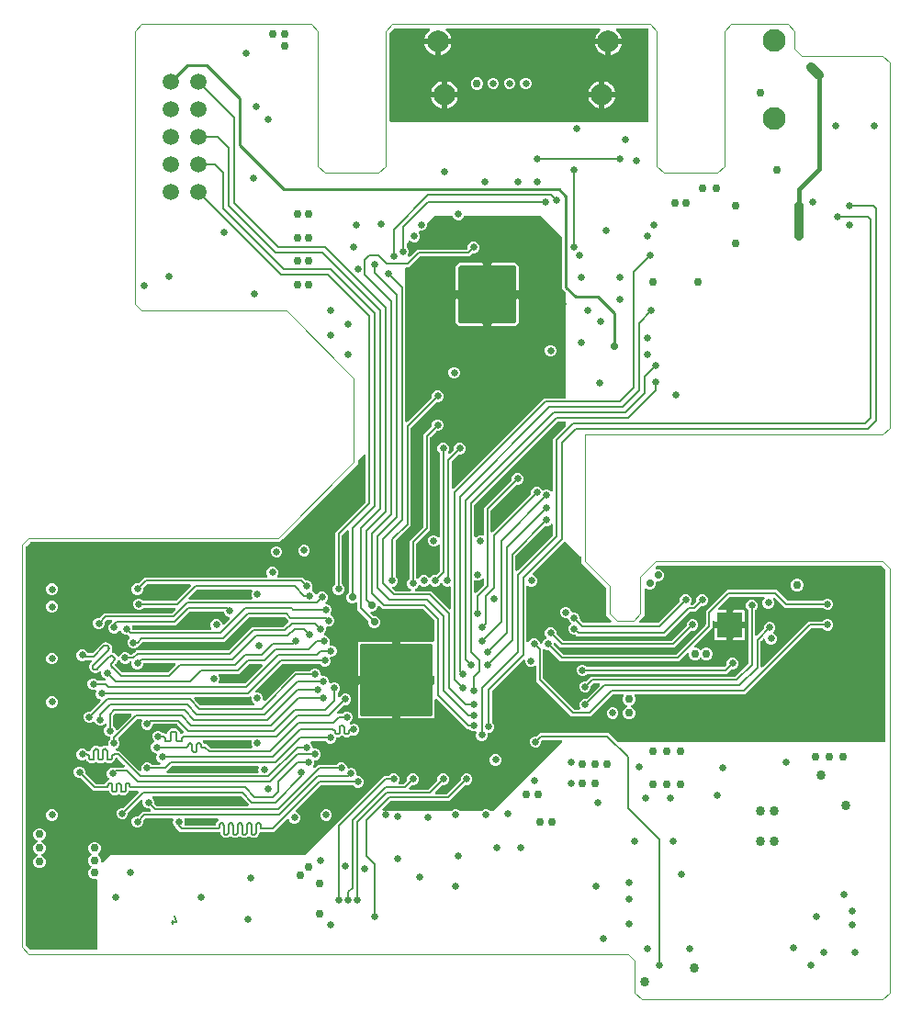
<source format=gbl>
G04 EAGLE Gerber RS-274X export*
G75*
%MOMM*%
%FSLAX34Y34*%
%LPD*%
%INunten Kupfer*%
%IPPOS*%
%AMOC8*
5,1,8,0,0,1.08239X$1,22.5*%
G01*
%ADD10C,0.000000*%
%ADD11C,0.203200*%
%ADD12C,2.000000*%
%ADD13C,2.100000*%
%ADD14C,1.500000*%
%ADD15C,0.755600*%
%ADD16C,0.655600*%
%ADD17C,2.400000*%
%ADD18C,1.200000*%
%ADD19C,0.855600*%
%ADD20C,3.000000*%
%ADD21C,0.955600*%
%ADD22C,1.800000*%
%ADD23C,0.705600*%
%ADD24C,0.812800*%
%ADD25C,0.406400*%
%ADD26C,0.254000*%

G36*
X68698Y45736D02*
X68698Y45736D01*
X68817Y45743D01*
X68855Y45756D01*
X68896Y45761D01*
X69006Y45804D01*
X69119Y45841D01*
X69154Y45863D01*
X69191Y45878D01*
X69287Y45947D01*
X69388Y46011D01*
X69416Y46041D01*
X69449Y46064D01*
X69524Y46156D01*
X69606Y46243D01*
X69626Y46278D01*
X69651Y46309D01*
X69702Y46417D01*
X69760Y46521D01*
X69770Y46561D01*
X69787Y46597D01*
X69809Y46714D01*
X69839Y46829D01*
X69843Y46889D01*
X69847Y46909D01*
X69845Y46930D01*
X69849Y46990D01*
X69849Y109792D01*
X69834Y109910D01*
X69827Y110029D01*
X69814Y110067D01*
X69809Y110108D01*
X69766Y110218D01*
X69729Y110331D01*
X69707Y110366D01*
X69692Y110403D01*
X69622Y110499D01*
X69559Y110600D01*
X69529Y110628D01*
X69506Y110661D01*
X69414Y110737D01*
X69327Y110818D01*
X69292Y110838D01*
X69261Y110863D01*
X69153Y110914D01*
X69049Y110972D01*
X69009Y110982D01*
X68973Y110999D01*
X68856Y111021D01*
X68741Y111051D01*
X68680Y111055D01*
X68660Y111059D01*
X68640Y111057D01*
X68580Y111061D01*
X66160Y111061D01*
X64037Y111941D01*
X62411Y113567D01*
X61531Y115690D01*
X61531Y117990D01*
X62411Y120113D01*
X63955Y121658D01*
X64028Y121752D01*
X64107Y121841D01*
X64125Y121877D01*
X64150Y121909D01*
X64197Y122018D01*
X64252Y122124D01*
X64260Y122163D01*
X64276Y122201D01*
X64295Y122318D01*
X64321Y122434D01*
X64320Y122475D01*
X64326Y122515D01*
X64315Y122633D01*
X64312Y122752D01*
X64300Y122791D01*
X64296Y122831D01*
X64256Y122943D01*
X64223Y123058D01*
X64203Y123093D01*
X64189Y123131D01*
X64122Y123229D01*
X64062Y123332D01*
X64022Y123377D01*
X64010Y123394D01*
X63995Y123407D01*
X63955Y123453D01*
X62411Y124997D01*
X61531Y127120D01*
X61531Y129420D01*
X62411Y131543D01*
X63955Y133088D01*
X64028Y133182D01*
X64107Y133271D01*
X64125Y133307D01*
X64150Y133339D01*
X64197Y133448D01*
X64252Y133554D01*
X64260Y133593D01*
X64276Y133631D01*
X64295Y133748D01*
X64321Y133864D01*
X64320Y133905D01*
X64326Y133945D01*
X64315Y134063D01*
X64312Y134182D01*
X64300Y134221D01*
X64296Y134261D01*
X64256Y134373D01*
X64223Y134488D01*
X64203Y134523D01*
X64189Y134561D01*
X64122Y134659D01*
X64062Y134762D01*
X64022Y134807D01*
X64010Y134824D01*
X63995Y134837D01*
X63955Y134883D01*
X62411Y136427D01*
X61531Y138550D01*
X61531Y140850D01*
X62411Y142973D01*
X64037Y144599D01*
X66160Y145479D01*
X68460Y145479D01*
X70583Y144599D01*
X72209Y142973D01*
X73089Y140850D01*
X73089Y138550D01*
X72209Y136427D01*
X70665Y134883D01*
X70592Y134788D01*
X70513Y134699D01*
X70495Y134663D01*
X70470Y134631D01*
X70423Y134522D01*
X70368Y134416D01*
X70360Y134377D01*
X70344Y134339D01*
X70325Y134222D01*
X70299Y134106D01*
X70300Y134065D01*
X70294Y134025D01*
X70305Y133907D01*
X70308Y133788D01*
X70320Y133749D01*
X70324Y133709D01*
X70364Y133596D01*
X70397Y133482D01*
X70417Y133448D01*
X70431Y133409D01*
X70498Y133311D01*
X70558Y133208D01*
X70598Y133163D01*
X70610Y133146D01*
X70625Y133133D01*
X70665Y133088D01*
X72209Y131543D01*
X73089Y129420D01*
X73089Y127698D01*
X73106Y127560D01*
X73119Y127422D01*
X73126Y127403D01*
X73129Y127382D01*
X73180Y127253D01*
X73227Y127122D01*
X73238Y127106D01*
X73246Y127087D01*
X73327Y126974D01*
X73405Y126859D01*
X73421Y126846D01*
X73432Y126829D01*
X73540Y126741D01*
X73644Y126649D01*
X73662Y126640D01*
X73677Y126627D01*
X73803Y126567D01*
X73927Y126504D01*
X73947Y126500D01*
X73965Y126491D01*
X74101Y126465D01*
X74237Y126434D01*
X74258Y126435D01*
X74277Y126431D01*
X74416Y126440D01*
X74555Y126444D01*
X74575Y126450D01*
X74595Y126451D01*
X74727Y126494D01*
X74861Y126533D01*
X74878Y126543D01*
X74897Y126549D01*
X75015Y126623D01*
X75135Y126694D01*
X75156Y126713D01*
X75166Y126719D01*
X75180Y126734D01*
X75255Y126800D01*
X81806Y133351D01*
X260350Y133351D01*
X260448Y133363D01*
X260547Y133366D01*
X260605Y133383D01*
X260666Y133391D01*
X260758Y133427D01*
X260853Y133455D01*
X260905Y133485D01*
X260961Y133508D01*
X261041Y133566D01*
X261127Y133616D01*
X261202Y133682D01*
X261219Y133694D01*
X261226Y133704D01*
X261248Y133723D01*
X301550Y174025D01*
X301594Y174031D01*
X301686Y174067D01*
X301781Y174095D01*
X301834Y174125D01*
X301890Y174148D01*
X301970Y174206D01*
X302055Y174256D01*
X302131Y174322D01*
X302147Y174334D01*
X302155Y174344D01*
X302176Y174363D01*
X334030Y206217D01*
X337926Y206217D01*
X338024Y206229D01*
X338123Y206232D01*
X338181Y206249D01*
X338241Y206257D01*
X338333Y206293D01*
X338428Y206321D01*
X338481Y206351D01*
X338537Y206374D01*
X338617Y206432D01*
X338702Y206482D01*
X338778Y206548D01*
X338794Y206560D01*
X338802Y206570D01*
X338823Y206588D01*
X339910Y207675D01*
X341850Y208479D01*
X343950Y208479D01*
X345890Y207675D01*
X347375Y206190D01*
X348179Y204250D01*
X348179Y202150D01*
X347434Y200352D01*
X347421Y200304D01*
X347400Y200259D01*
X347379Y200151D01*
X347350Y200045D01*
X347349Y199995D01*
X347340Y199946D01*
X347347Y199837D01*
X347345Y199727D01*
X347356Y199679D01*
X347360Y199629D01*
X347393Y199525D01*
X347419Y199418D01*
X347442Y199374D01*
X347458Y199327D01*
X347516Y199234D01*
X347568Y199137D01*
X347601Y199100D01*
X347628Y199058D01*
X347708Y198983D01*
X347782Y198901D01*
X347823Y198874D01*
X347859Y198840D01*
X347956Y198787D01*
X348047Y198727D01*
X348094Y198710D01*
X348138Y198686D01*
X348244Y198659D01*
X348348Y198623D01*
X348398Y198619D01*
X348446Y198607D01*
X348606Y198597D01*
X351285Y198597D01*
X351383Y198609D01*
X351482Y198612D01*
X351540Y198629D01*
X351600Y198637D01*
X351692Y198673D01*
X351787Y198701D01*
X351840Y198731D01*
X351896Y198754D01*
X351976Y198812D01*
X352061Y198862D01*
X352137Y198928D01*
X352153Y198940D01*
X352161Y198950D01*
X352182Y198968D01*
X355030Y201816D01*
X355090Y201894D01*
X355158Y201966D01*
X355187Y202019D01*
X355224Y202067D01*
X355264Y202158D01*
X355312Y202245D01*
X355327Y202303D01*
X355351Y202359D01*
X355366Y202457D01*
X355391Y202553D01*
X355397Y202653D01*
X355401Y202673D01*
X355399Y202685D01*
X355401Y202713D01*
X355401Y204250D01*
X356205Y206190D01*
X357690Y207675D01*
X359630Y208479D01*
X361730Y208479D01*
X363670Y207675D01*
X365155Y206190D01*
X365959Y204250D01*
X365959Y202150D01*
X365155Y200210D01*
X363670Y198725D01*
X361730Y197921D01*
X360193Y197921D01*
X360095Y197909D01*
X359996Y197906D01*
X359938Y197889D01*
X359878Y197881D01*
X359786Y197845D01*
X359691Y197817D01*
X359638Y197787D01*
X359582Y197764D01*
X359502Y197706D01*
X359417Y197656D01*
X359341Y197590D01*
X359325Y197578D01*
X359317Y197568D01*
X359296Y197550D01*
X357430Y195683D01*
X357345Y195574D01*
X357256Y195467D01*
X357247Y195448D01*
X357235Y195432D01*
X357179Y195304D01*
X357120Y195179D01*
X357117Y195159D01*
X357108Y195140D01*
X357087Y195002D01*
X357061Y194866D01*
X357062Y194846D01*
X357059Y194826D01*
X357072Y194687D01*
X357080Y194549D01*
X357087Y194530D01*
X357088Y194510D01*
X357136Y194378D01*
X357178Y194247D01*
X357189Y194229D01*
X357196Y194210D01*
X357274Y194095D01*
X357349Y193978D01*
X357363Y193964D01*
X357375Y193947D01*
X357479Y193855D01*
X357580Y193760D01*
X357598Y193750D01*
X357613Y193737D01*
X357737Y193673D01*
X357859Y193606D01*
X357878Y193601D01*
X357896Y193592D01*
X358032Y193562D01*
X358167Y193527D01*
X358195Y193525D01*
X358207Y193522D01*
X358227Y193523D01*
X358327Y193517D01*
X374145Y193517D01*
X374243Y193529D01*
X374342Y193532D01*
X374400Y193549D01*
X374460Y193557D01*
X374552Y193593D01*
X374647Y193621D01*
X374700Y193651D01*
X374756Y193674D01*
X374836Y193732D01*
X374921Y193782D01*
X374997Y193848D01*
X375013Y193860D01*
X375021Y193870D01*
X375042Y193888D01*
X382970Y201816D01*
X383030Y201894D01*
X383098Y201966D01*
X383127Y202019D01*
X383164Y202067D01*
X383204Y202158D01*
X383252Y202245D01*
X383267Y202303D01*
X383291Y202359D01*
X383306Y202457D01*
X383331Y202553D01*
X383337Y202653D01*
X383341Y202673D01*
X383339Y202685D01*
X383341Y202713D01*
X383341Y204250D01*
X384145Y206190D01*
X385630Y207675D01*
X387570Y208479D01*
X389670Y208479D01*
X391610Y207675D01*
X393095Y206190D01*
X393899Y204250D01*
X393899Y202150D01*
X393095Y200210D01*
X391610Y198725D01*
X389670Y197921D01*
X388133Y197921D01*
X388035Y197909D01*
X387936Y197906D01*
X387878Y197889D01*
X387818Y197881D01*
X387726Y197845D01*
X387631Y197817D01*
X387578Y197787D01*
X387522Y197764D01*
X387442Y197706D01*
X387357Y197656D01*
X387281Y197590D01*
X387265Y197578D01*
X387257Y197568D01*
X387236Y197550D01*
X381338Y191651D01*
X381253Y191542D01*
X381164Y191435D01*
X381155Y191416D01*
X381143Y191400D01*
X381087Y191272D01*
X381028Y191147D01*
X381025Y191127D01*
X381016Y191108D01*
X380995Y190970D01*
X380969Y190834D01*
X380970Y190814D01*
X380967Y190794D01*
X380980Y190655D01*
X380988Y190517D01*
X380995Y190498D01*
X380996Y190478D01*
X381044Y190346D01*
X381086Y190215D01*
X381097Y190197D01*
X381104Y190178D01*
X381182Y190063D01*
X381257Y189946D01*
X381271Y189932D01*
X381283Y189915D01*
X381387Y189823D01*
X381488Y189728D01*
X381506Y189718D01*
X381521Y189705D01*
X381645Y189641D01*
X381767Y189574D01*
X381786Y189569D01*
X381804Y189560D01*
X381940Y189530D01*
X382075Y189495D01*
X382103Y189493D01*
X382115Y189490D01*
X382135Y189491D01*
X382235Y189485D01*
X391703Y189485D01*
X391801Y189497D01*
X391900Y189500D01*
X391958Y189517D01*
X392018Y189525D01*
X392110Y189561D01*
X392205Y189589D01*
X392258Y189619D01*
X392314Y189642D01*
X392394Y189700D01*
X392479Y189750D01*
X392555Y189816D01*
X392571Y189828D01*
X392579Y189838D01*
X392600Y189856D01*
X404560Y201816D01*
X404620Y201894D01*
X404688Y201966D01*
X404717Y202019D01*
X404754Y202067D01*
X404794Y202158D01*
X404842Y202245D01*
X404857Y202303D01*
X404881Y202359D01*
X404896Y202457D01*
X404921Y202553D01*
X404927Y202653D01*
X404931Y202673D01*
X404929Y202685D01*
X404931Y202713D01*
X404931Y204250D01*
X405735Y206190D01*
X407220Y207675D01*
X409160Y208479D01*
X411260Y208479D01*
X413200Y207675D01*
X414685Y206190D01*
X415489Y204250D01*
X415489Y202150D01*
X414685Y200210D01*
X413200Y198725D01*
X411260Y197921D01*
X409723Y197921D01*
X409625Y197909D01*
X409526Y197906D01*
X409468Y197889D01*
X409408Y197881D01*
X409316Y197845D01*
X409221Y197817D01*
X409168Y197787D01*
X409112Y197764D01*
X409032Y197706D01*
X408947Y197656D01*
X408871Y197590D01*
X408855Y197578D01*
X408847Y197568D01*
X408826Y197550D01*
X396866Y185590D01*
X394728Y183451D01*
X340643Y183451D01*
X340545Y183439D01*
X340446Y183436D01*
X340388Y183419D01*
X340328Y183411D01*
X340236Y183375D01*
X340141Y183347D01*
X340088Y183317D01*
X340032Y183294D01*
X339952Y183236D01*
X339867Y183186D01*
X339791Y183120D01*
X339775Y183108D01*
X339767Y183098D01*
X339746Y183080D01*
X332824Y176158D01*
X332738Y176047D01*
X332650Y175941D01*
X332641Y175922D01*
X332629Y175906D01*
X332573Y175778D01*
X332514Y175653D01*
X332511Y175633D01*
X332503Y175614D01*
X332481Y175476D01*
X332455Y175341D01*
X332456Y175320D01*
X332453Y175300D01*
X332466Y175161D01*
X332474Y175023D01*
X332481Y175004D01*
X332482Y174984D01*
X332530Y174852D01*
X332572Y174721D01*
X332583Y174703D01*
X332590Y174684D01*
X332668Y174569D01*
X332743Y174452D01*
X332757Y174438D01*
X332769Y174421D01*
X332873Y174329D01*
X332974Y174234D01*
X332992Y174224D01*
X333007Y174211D01*
X333131Y174147D01*
X333253Y174080D01*
X333272Y174075D01*
X333290Y174066D01*
X333426Y174036D01*
X333561Y174001D01*
X333589Y173999D01*
X333601Y173997D01*
X333621Y173997D01*
X333721Y173991D01*
X344930Y173991D01*
X344939Y173992D01*
X344948Y173991D01*
X345097Y174012D01*
X345245Y174031D01*
X345254Y174034D01*
X345263Y174035D01*
X345415Y174087D01*
X345660Y174189D01*
X347760Y174189D01*
X348005Y174087D01*
X348014Y174085D01*
X348022Y174080D01*
X348167Y174043D01*
X348311Y174003D01*
X348321Y174003D01*
X348330Y174001D01*
X348490Y173991D01*
X395870Y173991D01*
X395968Y174003D01*
X396067Y174006D01*
X396125Y174023D01*
X396185Y174031D01*
X396277Y174067D01*
X396372Y174095D01*
X396425Y174125D01*
X396481Y174148D01*
X396561Y174206D01*
X396646Y174256D01*
X396722Y174322D01*
X396738Y174334D01*
X396746Y174344D01*
X396767Y174363D01*
X397060Y174655D01*
X399000Y175459D01*
X401100Y175459D01*
X403040Y174655D01*
X403333Y174363D01*
X403411Y174302D01*
X403483Y174234D01*
X403536Y174205D01*
X403584Y174168D01*
X403675Y174128D01*
X403762Y174080D01*
X403820Y174065D01*
X403876Y174041D01*
X403974Y174026D01*
X404070Y174001D01*
X404170Y173995D01*
X404190Y173991D01*
X404202Y173993D01*
X404230Y173991D01*
X423810Y173991D01*
X423908Y174003D01*
X424007Y174006D01*
X424065Y174023D01*
X424125Y174031D01*
X424217Y174067D01*
X424312Y174095D01*
X424365Y174125D01*
X424421Y174148D01*
X424501Y174206D01*
X424586Y174256D01*
X424662Y174322D01*
X424678Y174334D01*
X424686Y174344D01*
X424707Y174363D01*
X425000Y174655D01*
X426940Y175459D01*
X429040Y175459D01*
X430980Y174655D01*
X431273Y174363D01*
X431351Y174302D01*
X431423Y174234D01*
X431476Y174205D01*
X431524Y174168D01*
X431615Y174128D01*
X431702Y174080D01*
X431760Y174065D01*
X431816Y174041D01*
X431914Y174026D01*
X432010Y174001D01*
X432110Y173995D01*
X432130Y173991D01*
X432142Y173993D01*
X432170Y173991D01*
X434340Y173991D01*
X434438Y174003D01*
X434537Y174006D01*
X434595Y174023D01*
X434656Y174031D01*
X434748Y174067D01*
X434843Y174095D01*
X434895Y174125D01*
X434951Y174148D01*
X435031Y174206D01*
X435117Y174256D01*
X435192Y174322D01*
X435209Y174334D01*
X435216Y174344D01*
X435238Y174363D01*
X498262Y237387D01*
X498347Y237496D01*
X498435Y237603D01*
X498444Y237622D01*
X498456Y237638D01*
X498512Y237766D01*
X498571Y237891D01*
X498575Y237911D01*
X498583Y237930D01*
X498605Y238068D01*
X498631Y238204D01*
X498629Y238224D01*
X498633Y238244D01*
X498620Y238383D01*
X498611Y238521D01*
X498605Y238540D01*
X498603Y238560D01*
X498556Y238692D01*
X498513Y238823D01*
X498502Y238841D01*
X498495Y238860D01*
X498417Y238975D01*
X498343Y239092D01*
X498328Y239106D01*
X498317Y239123D01*
X498213Y239215D01*
X498111Y239310D01*
X498093Y239320D01*
X498078Y239333D01*
X497955Y239396D01*
X497833Y239464D01*
X497813Y239469D01*
X497795Y239478D01*
X497659Y239508D01*
X497525Y239543D01*
X497497Y239545D01*
X497485Y239548D01*
X497464Y239547D01*
X497364Y239553D01*
X480565Y239553D01*
X480467Y239541D01*
X480368Y239538D01*
X480310Y239521D01*
X480250Y239513D01*
X480158Y239477D01*
X480063Y239449D01*
X480010Y239419D01*
X479954Y239396D01*
X479874Y239338D01*
X479789Y239288D01*
X479713Y239222D01*
X479697Y239210D01*
X479689Y239200D01*
X479668Y239182D01*
X479360Y238874D01*
X479300Y238796D01*
X479232Y238724D01*
X479203Y238671D01*
X479166Y238623D01*
X479126Y238532D01*
X479078Y238445D01*
X479063Y238387D01*
X479039Y238331D01*
X479024Y238233D01*
X478999Y238137D01*
X478993Y238037D01*
X478989Y238017D01*
X478991Y238005D01*
X478989Y237977D01*
X478989Y236440D01*
X478185Y234500D01*
X476700Y233015D01*
X474760Y232211D01*
X472660Y232211D01*
X470720Y233015D01*
X469235Y234500D01*
X468431Y236440D01*
X468431Y238540D01*
X469235Y240480D01*
X470720Y241965D01*
X472660Y242769D01*
X474197Y242769D01*
X474295Y242781D01*
X474394Y242784D01*
X474452Y242801D01*
X474512Y242809D01*
X474604Y242845D01*
X474699Y242873D01*
X474752Y242903D01*
X474808Y242926D01*
X474888Y242984D01*
X474973Y243034D01*
X475049Y243100D01*
X475065Y243112D01*
X475073Y243122D01*
X475094Y243140D01*
X477540Y245587D01*
X541000Y245587D01*
X548724Y237863D01*
X548802Y237802D01*
X548874Y237734D01*
X548927Y237705D01*
X548975Y237668D01*
X549066Y237628D01*
X549153Y237580D01*
X549211Y237565D01*
X549267Y237541D01*
X549365Y237526D01*
X549461Y237501D01*
X549561Y237495D01*
X549581Y237491D01*
X549593Y237493D01*
X549621Y237491D01*
X795020Y237491D01*
X795138Y237506D01*
X795257Y237513D01*
X795295Y237526D01*
X795336Y237531D01*
X795446Y237574D01*
X795559Y237611D01*
X795594Y237633D01*
X795631Y237648D01*
X795727Y237718D01*
X795828Y237781D01*
X795856Y237811D01*
X795889Y237834D01*
X795965Y237926D01*
X796046Y238013D01*
X796066Y238048D01*
X796091Y238079D01*
X796142Y238187D01*
X796200Y238291D01*
X796210Y238331D01*
X796227Y238367D01*
X796249Y238484D01*
X796279Y238599D01*
X796283Y238660D01*
X796287Y238680D01*
X796285Y238700D01*
X796289Y238760D01*
X796289Y395406D01*
X796277Y395504D01*
X796274Y395603D01*
X796257Y395661D01*
X796249Y395721D01*
X796213Y395813D01*
X796185Y395909D01*
X796155Y395961D01*
X796132Y396017D01*
X796074Y396097D01*
X796024Y396182D01*
X795958Y396258D01*
X795946Y396274D01*
X795936Y396282D01*
X795918Y396303D01*
X792543Y399678D01*
X792465Y399738D01*
X792393Y399806D01*
X792340Y399835D01*
X792292Y399872D01*
X792201Y399912D01*
X792114Y399960D01*
X792056Y399975D01*
X792000Y399999D01*
X791902Y400014D01*
X791806Y400039D01*
X791706Y400045D01*
X791686Y400049D01*
X791674Y400047D01*
X791646Y400049D01*
X586304Y400049D01*
X586206Y400037D01*
X586107Y400034D01*
X586049Y400017D01*
X585989Y400009D01*
X585897Y399973D01*
X585801Y399945D01*
X585749Y399915D01*
X585693Y399892D01*
X585613Y399834D01*
X585528Y399784D01*
X585452Y399718D01*
X585436Y399706D01*
X585428Y399696D01*
X585407Y399678D01*
X584585Y398855D01*
X584499Y398746D01*
X584411Y398639D01*
X584402Y398620D01*
X584390Y398604D01*
X584334Y398476D01*
X584275Y398351D01*
X584271Y398331D01*
X584263Y398312D01*
X584241Y398174D01*
X584215Y398038D01*
X584217Y398018D01*
X584214Y397998D01*
X584227Y397859D01*
X584235Y397721D01*
X584241Y397702D01*
X584243Y397682D01*
X584291Y397550D01*
X584333Y397419D01*
X584344Y397401D01*
X584351Y397382D01*
X584429Y397267D01*
X584503Y397150D01*
X584518Y397136D01*
X584530Y397119D01*
X584634Y397027D01*
X584735Y396932D01*
X584753Y396922D01*
X584768Y396909D01*
X584892Y396845D01*
X585014Y396778D01*
X585033Y396773D01*
X585051Y396764D01*
X585187Y396734D01*
X585321Y396699D01*
X585350Y396697D01*
X585361Y396694D01*
X585382Y396695D01*
X585482Y396689D01*
X587840Y396689D01*
X589872Y395847D01*
X591427Y394292D01*
X592269Y392260D01*
X592269Y390060D01*
X591427Y388028D01*
X589872Y386473D01*
X587840Y385631D01*
X585918Y385631D01*
X585800Y385616D01*
X585681Y385609D01*
X585643Y385596D01*
X585602Y385591D01*
X585492Y385548D01*
X585379Y385511D01*
X585344Y385489D01*
X585307Y385474D01*
X585211Y385405D01*
X585110Y385341D01*
X585082Y385311D01*
X585049Y385288D01*
X584973Y385196D01*
X584892Y385109D01*
X584872Y385074D01*
X584847Y385043D01*
X584796Y384935D01*
X584738Y384831D01*
X584728Y384791D01*
X584711Y384755D01*
X584689Y384638D01*
X584659Y384523D01*
X584655Y384463D01*
X584651Y384443D01*
X584653Y384422D01*
X584649Y384362D01*
X584649Y382440D01*
X583807Y380408D01*
X582252Y378853D01*
X580220Y378011D01*
X578020Y378011D01*
X575796Y378933D01*
X575748Y378946D01*
X575703Y378967D01*
X575595Y378988D01*
X575489Y379017D01*
X575439Y379017D01*
X575390Y379027D01*
X575281Y379020D01*
X575171Y379022D01*
X575123Y379010D01*
X575073Y379007D01*
X574969Y378973D01*
X574862Y378948D01*
X574818Y378924D01*
X574771Y378909D01*
X574678Y378850D01*
X574581Y378799D01*
X574544Y378765D01*
X574502Y378739D01*
X574427Y378659D01*
X574345Y378585D01*
X574318Y378543D01*
X574284Y378507D01*
X574231Y378411D01*
X574171Y378319D01*
X574154Y378272D01*
X574130Y378229D01*
X574103Y378122D01*
X574067Y378018D01*
X574063Y377969D01*
X574051Y377921D01*
X574041Y377760D01*
X574041Y354022D01*
X571437Y351418D01*
X569373Y349353D01*
X569287Y349244D01*
X569199Y349137D01*
X569190Y349118D01*
X569178Y349102D01*
X569122Y348974D01*
X569063Y348849D01*
X569059Y348829D01*
X569051Y348810D01*
X569029Y348672D01*
X569003Y348536D01*
X569005Y348516D01*
X569002Y348496D01*
X569015Y348357D01*
X569023Y348219D01*
X569029Y348200D01*
X569031Y348180D01*
X569079Y348048D01*
X569121Y347917D01*
X569132Y347899D01*
X569139Y347880D01*
X569217Y347765D01*
X569291Y347648D01*
X569306Y347634D01*
X569318Y347617D01*
X569422Y347525D01*
X569523Y347430D01*
X569541Y347420D01*
X569556Y347407D01*
X569680Y347343D01*
X569802Y347276D01*
X569821Y347271D01*
X569839Y347262D01*
X569975Y347232D01*
X570109Y347197D01*
X570138Y347195D01*
X570149Y347192D01*
X570170Y347193D01*
X570270Y347187D01*
X586235Y347187D01*
X586333Y347199D01*
X586432Y347202D01*
X586490Y347219D01*
X586550Y347227D01*
X586642Y347263D01*
X586737Y347291D01*
X586790Y347321D01*
X586846Y347344D01*
X586926Y347402D01*
X587011Y347452D01*
X587087Y347518D01*
X587103Y347530D01*
X587111Y347540D01*
X587132Y347558D01*
X606490Y366916D01*
X606550Y366994D01*
X606618Y367066D01*
X606647Y367119D01*
X606684Y367167D01*
X606724Y367258D01*
X606772Y367345D01*
X606787Y367403D01*
X606811Y367459D01*
X606826Y367557D01*
X606851Y367653D01*
X606857Y367753D01*
X606861Y367773D01*
X606859Y367785D01*
X606861Y367813D01*
X606861Y369350D01*
X607665Y371290D01*
X609150Y372775D01*
X611090Y373579D01*
X613190Y373579D01*
X615130Y372775D01*
X616615Y371290D01*
X617419Y369350D01*
X617419Y367250D01*
X616674Y365452D01*
X616661Y365404D01*
X616640Y365359D01*
X616619Y365251D01*
X616590Y365145D01*
X616589Y365095D01*
X616580Y365046D01*
X616587Y364937D01*
X616585Y364827D01*
X616596Y364779D01*
X616600Y364729D01*
X616633Y364625D01*
X616659Y364518D01*
X616682Y364474D01*
X616698Y364427D01*
X616756Y364334D01*
X616808Y364237D01*
X616841Y364200D01*
X616868Y364158D01*
X616948Y364083D01*
X617022Y364001D01*
X617063Y363974D01*
X617099Y363940D01*
X617196Y363887D01*
X617287Y363827D01*
X617334Y363810D01*
X617378Y363786D01*
X617484Y363759D01*
X617588Y363723D01*
X617638Y363719D01*
X617686Y363707D01*
X617846Y363697D01*
X617985Y363697D01*
X618083Y363709D01*
X618182Y363712D01*
X618240Y363729D01*
X618300Y363737D01*
X618392Y363773D01*
X618487Y363801D01*
X618540Y363831D01*
X618596Y363854D01*
X618676Y363912D01*
X618761Y363962D01*
X618837Y364028D01*
X618853Y364040D01*
X618861Y364050D01*
X618882Y364068D01*
X621730Y366916D01*
X621790Y366994D01*
X621858Y367066D01*
X621887Y367119D01*
X621924Y367167D01*
X621964Y367258D01*
X622012Y367345D01*
X622027Y367403D01*
X622051Y367459D01*
X622066Y367557D01*
X622091Y367653D01*
X622097Y367753D01*
X622101Y367773D01*
X622099Y367785D01*
X622101Y367813D01*
X622101Y369350D01*
X622905Y371290D01*
X624390Y372775D01*
X626330Y373579D01*
X628430Y373579D01*
X630370Y372775D01*
X631855Y371290D01*
X632659Y369350D01*
X632659Y367250D01*
X631855Y365310D01*
X630370Y363825D01*
X628430Y363021D01*
X626893Y363021D01*
X626795Y363009D01*
X626696Y363006D01*
X626638Y362989D01*
X626578Y362981D01*
X626486Y362945D01*
X626391Y362917D01*
X626338Y362887D01*
X626282Y362864D01*
X626202Y362806D01*
X626117Y362756D01*
X626041Y362690D01*
X626025Y362678D01*
X626017Y362668D01*
X625996Y362650D01*
X621010Y357663D01*
X616455Y357663D01*
X616357Y357651D01*
X616258Y357648D01*
X616200Y357631D01*
X616140Y357623D01*
X616048Y357587D01*
X615953Y357559D01*
X615900Y357529D01*
X615844Y357506D01*
X615764Y357448D01*
X615679Y357398D01*
X615603Y357332D01*
X615587Y357320D01*
X615579Y357310D01*
X615558Y357292D01*
X593070Y334803D01*
X511830Y334803D01*
X510654Y335980D01*
X510576Y336040D01*
X510504Y336108D01*
X510451Y336137D01*
X510403Y336174D01*
X510312Y336214D01*
X510225Y336262D01*
X510167Y336277D01*
X510111Y336301D01*
X510013Y336316D01*
X509917Y336341D01*
X509817Y336347D01*
X509797Y336351D01*
X509785Y336349D01*
X509757Y336351D01*
X508220Y336351D01*
X506280Y337155D01*
X504795Y338640D01*
X503991Y340580D01*
X503991Y342680D01*
X504795Y344620D01*
X505987Y345813D01*
X506060Y345907D01*
X506139Y345996D01*
X506157Y346032D01*
X506182Y346064D01*
X506230Y346173D01*
X506284Y346279D01*
X506292Y346318D01*
X506309Y346356D01*
X506327Y346473D01*
X506353Y346589D01*
X506352Y346630D01*
X506358Y346670D01*
X506347Y346788D01*
X506344Y346907D01*
X506332Y346946D01*
X506329Y346986D01*
X506288Y347098D01*
X506255Y347213D01*
X506235Y347248D01*
X506221Y347286D01*
X506154Y347384D01*
X506094Y347487D01*
X506054Y347532D01*
X506042Y347549D01*
X506027Y347562D01*
X505987Y347608D01*
X504795Y348800D01*
X503963Y350808D01*
X503949Y350833D01*
X503939Y350861D01*
X503870Y350971D01*
X503806Y351084D01*
X503785Y351105D01*
X503769Y351130D01*
X503675Y351219D01*
X503584Y351312D01*
X503559Y351328D01*
X503538Y351348D01*
X503424Y351411D01*
X503313Y351479D01*
X503285Y351487D01*
X503259Y351502D01*
X503133Y351534D01*
X503009Y351572D01*
X502980Y351574D01*
X502951Y351581D01*
X502791Y351591D01*
X500600Y351591D01*
X498660Y352395D01*
X497175Y353880D01*
X496371Y355820D01*
X496371Y357920D01*
X497175Y359860D01*
X498660Y361345D01*
X500600Y362149D01*
X502700Y362149D01*
X504640Y361345D01*
X506125Y359860D01*
X506957Y357852D01*
X506971Y357827D01*
X506981Y357799D01*
X507050Y357689D01*
X507114Y357576D01*
X507135Y357555D01*
X507151Y357530D01*
X507245Y357441D01*
X507336Y357348D01*
X507361Y357332D01*
X507382Y357312D01*
X507496Y357249D01*
X507607Y357181D01*
X507635Y357173D01*
X507661Y357158D01*
X507787Y357126D01*
X507911Y357088D01*
X507940Y357086D01*
X507969Y357079D01*
X508129Y357069D01*
X510320Y357069D01*
X512260Y356265D01*
X513745Y354780D01*
X514549Y352840D01*
X514549Y351303D01*
X514561Y351205D01*
X514564Y351106D01*
X514581Y351048D01*
X514589Y350988D01*
X514625Y350896D01*
X514653Y350801D01*
X514683Y350748D01*
X514706Y350692D01*
X514764Y350612D01*
X514814Y350527D01*
X514880Y350451D01*
X514892Y350435D01*
X514902Y350427D01*
X514920Y350406D01*
X517768Y347558D01*
X517846Y347498D01*
X517918Y347430D01*
X517971Y347401D01*
X518019Y347364D01*
X518110Y347324D01*
X518197Y347276D01*
X518255Y347261D01*
X518311Y347237D01*
X518409Y347222D01*
X518505Y347197D01*
X518605Y347191D01*
X518625Y347187D01*
X518637Y347189D01*
X518665Y347187D01*
X542250Y347187D01*
X542387Y347204D01*
X542526Y347217D01*
X542545Y347224D01*
X542565Y347227D01*
X542694Y347278D01*
X542825Y347325D01*
X542842Y347336D01*
X542861Y347344D01*
X542974Y347425D01*
X543089Y347503D01*
X543102Y347519D01*
X543118Y347530D01*
X543207Y347638D01*
X543299Y347742D01*
X543308Y347760D01*
X543321Y347775D01*
X543380Y347901D01*
X543444Y348025D01*
X543448Y348045D01*
X543457Y348063D01*
X543483Y348199D01*
X543513Y348335D01*
X543513Y348356D01*
X543517Y348375D01*
X543508Y348514D01*
X543504Y348653D01*
X543498Y348673D01*
X543497Y348693D01*
X543454Y348825D01*
X543415Y348959D01*
X543405Y348976D01*
X543399Y348995D01*
X543324Y349113D01*
X543254Y349233D01*
X543235Y349254D01*
X543229Y349264D01*
X543214Y349278D01*
X543147Y349353D01*
X538479Y354022D01*
X538479Y378896D01*
X538467Y378994D01*
X538464Y379093D01*
X538447Y379151D01*
X538439Y379211D01*
X538403Y379303D01*
X538375Y379399D01*
X538345Y379451D01*
X538322Y379507D01*
X538264Y379587D01*
X538214Y379672D01*
X538148Y379748D01*
X538136Y379764D01*
X538126Y379772D01*
X538108Y379793D01*
X515619Y402282D01*
X515619Y407670D01*
X515607Y407768D01*
X515604Y407867D01*
X515587Y407925D01*
X515579Y407986D01*
X515543Y408078D01*
X515515Y408173D01*
X515485Y408225D01*
X515462Y408281D01*
X515404Y408361D01*
X515354Y408447D01*
X515288Y408522D01*
X515276Y408539D01*
X515266Y408546D01*
X515248Y408567D01*
X501768Y422047D01*
X501674Y422120D01*
X501585Y422199D01*
X501549Y422217D01*
X501517Y422242D01*
X501407Y422289D01*
X501302Y422343D01*
X501262Y422352D01*
X501225Y422368D01*
X501107Y422387D01*
X500991Y422413D01*
X500951Y422412D01*
X500911Y422418D01*
X500792Y422407D01*
X500673Y422403D01*
X500635Y422392D01*
X500594Y422388D01*
X500482Y422348D01*
X500368Y422315D01*
X500333Y422294D01*
X500295Y422281D01*
X500196Y422214D01*
X500094Y422153D01*
X500049Y422114D01*
X500032Y422102D01*
X500018Y422087D01*
X499973Y422047D01*
X498718Y420792D01*
X471116Y393190D01*
X471085Y393150D01*
X471049Y393117D01*
X470988Y393025D01*
X470921Y392938D01*
X470901Y392893D01*
X470874Y392851D01*
X470838Y392747D01*
X470795Y392646D01*
X470787Y392597D01*
X470771Y392550D01*
X470762Y392441D01*
X470745Y392332D01*
X470749Y392283D01*
X470745Y392233D01*
X470764Y392125D01*
X470775Y392016D01*
X470791Y391969D01*
X470800Y391920D01*
X470845Y391820D01*
X470882Y391716D01*
X470910Y391675D01*
X470930Y391630D01*
X470999Y391544D01*
X471061Y391453D01*
X471098Y391420D01*
X471129Y391382D01*
X471217Y391315D01*
X471299Y391243D01*
X471343Y391220D01*
X471383Y391190D01*
X471528Y391119D01*
X472890Y390555D01*
X474375Y389070D01*
X475179Y387130D01*
X475179Y385030D01*
X474375Y383090D01*
X472890Y381605D01*
X470950Y380801D01*
X468850Y380801D01*
X467052Y381546D01*
X467004Y381559D01*
X466959Y381580D01*
X466851Y381601D01*
X466745Y381630D01*
X466695Y381631D01*
X466646Y381640D01*
X466537Y381633D01*
X466427Y381635D01*
X466379Y381624D01*
X466329Y381620D01*
X466225Y381587D01*
X466118Y381561D01*
X466074Y381538D01*
X466027Y381522D01*
X465934Y381464D01*
X465837Y381412D01*
X465800Y381379D01*
X465758Y381352D01*
X465683Y381272D01*
X465601Y381198D01*
X465574Y381157D01*
X465540Y381121D01*
X465487Y381024D01*
X465427Y380933D01*
X465410Y380886D01*
X465386Y380842D01*
X465359Y380736D01*
X465323Y380632D01*
X465319Y380582D01*
X465307Y380534D01*
X465297Y380374D01*
X465297Y330590D01*
X465305Y330520D01*
X465304Y330450D01*
X465325Y330363D01*
X465337Y330274D01*
X465362Y330209D01*
X465379Y330141D01*
X465421Y330062D01*
X465454Y329978D01*
X465495Y329922D01*
X465527Y329860D01*
X465588Y329794D01*
X465640Y329721D01*
X465694Y329676D01*
X465741Y329625D01*
X465816Y329576D01*
X465885Y329518D01*
X465949Y329488D01*
X466007Y329450D01*
X466092Y329421D01*
X466173Y329383D01*
X466242Y329370D01*
X466308Y329347D01*
X466397Y329340D01*
X466485Y329323D01*
X466555Y329327D01*
X466625Y329322D01*
X466713Y329337D01*
X466803Y329343D01*
X466869Y329364D01*
X466938Y329376D01*
X467020Y329413D01*
X467105Y329441D01*
X467164Y329478D01*
X467228Y329507D01*
X467298Y329563D01*
X467374Y329611D01*
X467422Y329662D01*
X467476Y329705D01*
X467530Y329777D01*
X467592Y329842D01*
X467626Y329904D01*
X467668Y329959D01*
X467739Y330104D01*
X467965Y330650D01*
X469450Y332135D01*
X471390Y332939D01*
X473490Y332939D01*
X475430Y332135D01*
X476915Y330650D01*
X477617Y328955D01*
X477686Y328834D01*
X477751Y328711D01*
X477765Y328696D01*
X477775Y328678D01*
X477872Y328579D01*
X477965Y328476D01*
X477982Y328465D01*
X477996Y328450D01*
X478114Y328378D01*
X478231Y328301D01*
X478250Y328294D01*
X478267Y328284D01*
X478400Y328243D01*
X478532Y328198D01*
X478552Y328196D01*
X478571Y328190D01*
X478710Y328184D01*
X478849Y328173D01*
X478869Y328176D01*
X478889Y328175D01*
X479025Y328203D01*
X479162Y328227D01*
X479181Y328235D01*
X479200Y328239D01*
X479325Y328301D01*
X479452Y328358D01*
X479468Y328370D01*
X479486Y328379D01*
X479592Y328470D01*
X479700Y328556D01*
X479713Y328572D01*
X479728Y328585D01*
X479808Y328699D01*
X479892Y328810D01*
X479904Y328835D01*
X479911Y328845D01*
X479918Y328865D01*
X479963Y328955D01*
X480665Y330650D01*
X482150Y332135D01*
X483046Y332506D01*
X483089Y332531D01*
X483136Y332548D01*
X483227Y332610D01*
X483323Y332664D01*
X483358Y332699D01*
X483399Y332726D01*
X483472Y332809D01*
X483551Y332885D01*
X483577Y332928D01*
X483610Y332965D01*
X483660Y333063D01*
X483717Y333156D01*
X483732Y333204D01*
X483755Y333248D01*
X483779Y333355D01*
X483811Y333460D01*
X483813Y333510D01*
X483824Y333558D01*
X483821Y333668D01*
X483826Y333778D01*
X483816Y333827D01*
X483815Y333876D01*
X483784Y333982D01*
X483762Y334089D01*
X483740Y334134D01*
X483726Y334182D01*
X483670Y334276D01*
X483622Y334375D01*
X483590Y334413D01*
X483565Y334456D01*
X483458Y334577D01*
X483205Y334830D01*
X482401Y336770D01*
X482401Y338870D01*
X483205Y340810D01*
X484690Y342295D01*
X486630Y343099D01*
X488730Y343099D01*
X490670Y342295D01*
X492155Y340810D01*
X492959Y338870D01*
X492959Y337333D01*
X492971Y337235D01*
X492974Y337136D01*
X492991Y337078D01*
X492999Y337018D01*
X493035Y336926D01*
X493063Y336831D01*
X493093Y336778D01*
X493116Y336722D01*
X493174Y336642D01*
X493224Y336557D01*
X493290Y336481D01*
X493302Y336465D01*
X493312Y336457D01*
X493330Y336436D01*
X498718Y331048D01*
X498796Y330988D01*
X498868Y330920D01*
X498921Y330891D01*
X498969Y330854D01*
X499060Y330814D01*
X499147Y330766D01*
X499205Y330751D01*
X499261Y330727D01*
X499359Y330712D01*
X499455Y330687D01*
X499555Y330681D01*
X499575Y330677D01*
X499587Y330679D01*
X499615Y330677D01*
X598935Y330677D01*
X599033Y330689D01*
X599132Y330692D01*
X599190Y330709D01*
X599250Y330717D01*
X599342Y330753D01*
X599437Y330781D01*
X599490Y330811D01*
X599546Y330834D01*
X599626Y330892D01*
X599711Y330942D01*
X599787Y331008D01*
X599803Y331020D01*
X599811Y331030D01*
X599832Y331048D01*
X612840Y344056D01*
X612900Y344134D01*
X612968Y344206D01*
X612997Y344259D01*
X613034Y344307D01*
X613074Y344398D01*
X613122Y344485D01*
X613137Y344543D01*
X613161Y344599D01*
X613176Y344697D01*
X613201Y344793D01*
X613207Y344893D01*
X613211Y344913D01*
X613209Y344925D01*
X613211Y344953D01*
X613211Y346490D01*
X614015Y348430D01*
X615500Y349915D01*
X617440Y350719D01*
X619540Y350719D01*
X621480Y349915D01*
X622965Y348430D01*
X623769Y346490D01*
X623769Y344390D01*
X622965Y342450D01*
X621480Y340965D01*
X619540Y340161D01*
X618003Y340161D01*
X617905Y340149D01*
X617806Y340146D01*
X617748Y340129D01*
X617688Y340121D01*
X617596Y340085D01*
X617501Y340057D01*
X617448Y340027D01*
X617392Y340004D01*
X617312Y339946D01*
X617227Y339896D01*
X617151Y339830D01*
X617135Y339818D01*
X617127Y339808D01*
X617106Y339790D01*
X601960Y324643D01*
X496590Y324643D01*
X492585Y328648D01*
X492476Y328733D01*
X492369Y328822D01*
X492350Y328831D01*
X492334Y328843D01*
X492206Y328899D01*
X492081Y328958D01*
X492061Y328961D01*
X492042Y328970D01*
X491904Y328991D01*
X491768Y329017D01*
X491748Y329016D01*
X491728Y329019D01*
X491589Y329006D01*
X491451Y328998D01*
X491432Y328991D01*
X491412Y328990D01*
X491280Y328942D01*
X491149Y328900D01*
X491131Y328889D01*
X491112Y328882D01*
X490997Y328804D01*
X490880Y328729D01*
X490866Y328715D01*
X490849Y328703D01*
X490757Y328599D01*
X490662Y328498D01*
X490652Y328480D01*
X490639Y328465D01*
X490575Y328341D01*
X490508Y328219D01*
X490503Y328200D01*
X490494Y328182D01*
X490464Y328046D01*
X490429Y327911D01*
X490427Y327883D01*
X490424Y327871D01*
X490425Y327851D01*
X490419Y327751D01*
X490419Y327173D01*
X490431Y327075D01*
X490434Y326976D01*
X490451Y326918D01*
X490459Y326858D01*
X490495Y326766D01*
X490523Y326671D01*
X490553Y326618D01*
X490576Y326562D01*
X490634Y326482D01*
X490684Y326397D01*
X490750Y326321D01*
X490762Y326305D01*
X490772Y326297D01*
X490790Y326276D01*
X498718Y318348D01*
X498796Y318288D01*
X498868Y318220D01*
X498921Y318191D01*
X498969Y318154D01*
X499060Y318114D01*
X499147Y318066D01*
X499205Y318051D01*
X499261Y318027D01*
X499359Y318012D01*
X499455Y317987D01*
X499555Y317981D01*
X499575Y317977D01*
X499587Y317979D01*
X499615Y317977D01*
X602745Y317977D01*
X602843Y317989D01*
X602942Y317992D01*
X603000Y318009D01*
X603060Y318017D01*
X603152Y318053D01*
X603247Y318081D01*
X603300Y318111D01*
X603356Y318134D01*
X603436Y318192D01*
X603521Y318242D01*
X603597Y318308D01*
X603613Y318320D01*
X603621Y318330D01*
X603642Y318348D01*
X630342Y345048D01*
X630402Y345126D01*
X630470Y345198D01*
X630499Y345251D01*
X630536Y345299D01*
X630576Y345390D01*
X630624Y345477D01*
X630639Y345535D01*
X630663Y345591D01*
X630678Y345689D01*
X630703Y345785D01*
X630709Y345885D01*
X630713Y345905D01*
X630711Y345917D01*
X630713Y345945D01*
X630713Y358120D01*
X650260Y377667D01*
X695940Y377667D01*
X705728Y367878D01*
X705806Y367818D01*
X705878Y367750D01*
X705931Y367721D01*
X705979Y367684D01*
X706070Y367644D01*
X706157Y367596D01*
X706215Y367581D01*
X706271Y367557D01*
X706369Y367542D01*
X706465Y367517D01*
X706565Y367511D01*
X706585Y367507D01*
X706597Y367509D01*
X706625Y367507D01*
X737976Y367507D01*
X738074Y367519D01*
X738173Y367522D01*
X738231Y367539D01*
X738291Y367547D01*
X738383Y367583D01*
X738478Y367611D01*
X738531Y367641D01*
X738587Y367664D01*
X738667Y367722D01*
X738752Y367772D01*
X738828Y367838D01*
X738844Y367850D01*
X738852Y367860D01*
X738873Y367878D01*
X739960Y368965D01*
X741900Y369769D01*
X744000Y369769D01*
X745940Y368965D01*
X747425Y367480D01*
X748229Y365540D01*
X748229Y363440D01*
X747425Y361500D01*
X745940Y360015D01*
X744000Y359211D01*
X741900Y359211D01*
X739960Y360015D01*
X738873Y361102D01*
X738795Y361162D01*
X738723Y361230D01*
X738670Y361259D01*
X738622Y361296D01*
X738531Y361336D01*
X738444Y361384D01*
X738386Y361399D01*
X738330Y361423D01*
X738232Y361438D01*
X738136Y361463D01*
X738036Y361469D01*
X738016Y361473D01*
X738004Y361471D01*
X737976Y361473D01*
X703600Y361473D01*
X694846Y370227D01*
X694791Y370270D01*
X694743Y370320D01*
X694666Y370367D01*
X694595Y370422D01*
X694531Y370450D01*
X694471Y370487D01*
X694386Y370513D01*
X694303Y370549D01*
X694234Y370560D01*
X694167Y370580D01*
X694078Y370584D01*
X693989Y370599D01*
X693919Y370592D01*
X693850Y370595D01*
X693762Y370577D01*
X693672Y370569D01*
X693607Y370545D01*
X693538Y370531D01*
X693458Y370492D01*
X693373Y370461D01*
X693315Y370422D01*
X693253Y370391D01*
X693184Y370333D01*
X693110Y370283D01*
X693064Y370230D01*
X693011Y370185D01*
X692959Y370112D01*
X692899Y370044D01*
X692868Y369982D01*
X692828Y369925D01*
X692796Y369841D01*
X692755Y369761D01*
X692740Y369693D01*
X692715Y369628D01*
X692705Y369538D01*
X692685Y369451D01*
X692687Y369381D01*
X692680Y369311D01*
X692692Y369223D01*
X692695Y369133D01*
X692714Y369066D01*
X692724Y368997D01*
X692776Y368844D01*
X693619Y366810D01*
X693619Y364710D01*
X692815Y362770D01*
X691330Y361285D01*
X689390Y360481D01*
X687290Y360481D01*
X685350Y361285D01*
X683865Y362770D01*
X683061Y364710D01*
X683061Y366810D01*
X683865Y368750D01*
X684581Y369467D01*
X684666Y369576D01*
X684755Y369683D01*
X684764Y369702D01*
X684776Y369718D01*
X684832Y369846D01*
X684891Y369971D01*
X684894Y369991D01*
X684903Y370010D01*
X684924Y370148D01*
X684950Y370284D01*
X684949Y370304D01*
X684952Y370324D01*
X684939Y370463D01*
X684931Y370601D01*
X684925Y370620D01*
X684923Y370640D01*
X684875Y370771D01*
X684833Y370903D01*
X684822Y370921D01*
X684815Y370940D01*
X684737Y371054D01*
X684663Y371172D01*
X684648Y371186D01*
X684636Y371203D01*
X684532Y371295D01*
X684431Y371390D01*
X684413Y371400D01*
X684398Y371413D01*
X684274Y371476D01*
X684152Y371544D01*
X684133Y371549D01*
X684115Y371558D01*
X683979Y371588D01*
X683844Y371623D01*
X683816Y371625D01*
X683804Y371628D01*
X683784Y371627D01*
X683684Y371633D01*
X653285Y371633D01*
X653187Y371621D01*
X653088Y371618D01*
X653030Y371601D01*
X652970Y371593D01*
X652878Y371557D01*
X652783Y371529D01*
X652730Y371499D01*
X652674Y371476D01*
X652594Y371418D01*
X652509Y371368D01*
X652433Y371302D01*
X652417Y371290D01*
X652409Y371280D01*
X652388Y371262D01*
X642450Y361323D01*
X642365Y361214D01*
X642276Y361107D01*
X642267Y361088D01*
X642255Y361072D01*
X642199Y360944D01*
X642140Y360819D01*
X642137Y360799D01*
X642128Y360780D01*
X642107Y360642D01*
X642081Y360506D01*
X642082Y360486D01*
X642079Y360466D01*
X642092Y360327D01*
X642100Y360189D01*
X642107Y360170D01*
X642108Y360150D01*
X642156Y360018D01*
X642198Y359887D01*
X642209Y359869D01*
X642216Y359850D01*
X642294Y359735D01*
X642369Y359618D01*
X642383Y359604D01*
X642395Y359587D01*
X642499Y359495D01*
X642600Y359400D01*
X642618Y359390D01*
X642633Y359377D01*
X642757Y359313D01*
X642879Y359246D01*
X642898Y359241D01*
X642916Y359232D01*
X643052Y359202D01*
X643187Y359167D01*
X643215Y359165D01*
X643227Y359162D01*
X643247Y359163D01*
X643347Y359157D01*
X649391Y359157D01*
X649987Y358561D01*
X649987Y357719D01*
X649391Y357123D01*
X642366Y357123D01*
X642248Y357108D01*
X642129Y357101D01*
X642091Y357088D01*
X642050Y357083D01*
X641940Y357040D01*
X641827Y357003D01*
X641792Y356981D01*
X641755Y356966D01*
X641659Y356897D01*
X641558Y356833D01*
X641530Y356803D01*
X641497Y356780D01*
X641421Y356688D01*
X641340Y356601D01*
X641320Y356566D01*
X641295Y356535D01*
X641244Y356427D01*
X641186Y356323D01*
X641176Y356283D01*
X641159Y356247D01*
X641137Y356130D01*
X641107Y356015D01*
X641103Y355955D01*
X641099Y355935D01*
X641101Y355914D01*
X641097Y355854D01*
X641097Y348829D01*
X640501Y348233D01*
X639659Y348233D01*
X638913Y348979D01*
X638804Y349063D01*
X638697Y349153D01*
X638678Y349161D01*
X638662Y349174D01*
X638535Y349229D01*
X638409Y349288D01*
X638389Y349292D01*
X638370Y349300D01*
X638232Y349322D01*
X638096Y349348D01*
X638076Y349347D01*
X638056Y349350D01*
X637917Y349337D01*
X637779Y349328D01*
X637760Y349322D01*
X637740Y349320D01*
X637608Y349273D01*
X637477Y349230D01*
X637459Y349219D01*
X637440Y349212D01*
X637325Y349134D01*
X637208Y349060D01*
X637194Y349045D01*
X637177Y349034D01*
X637085Y348930D01*
X636990Y348828D01*
X636980Y348811D01*
X636967Y348795D01*
X636904Y348672D01*
X636836Y348550D01*
X636831Y348530D01*
X636822Y348512D01*
X636792Y348376D01*
X636757Y348242D01*
X636755Y348214D01*
X636752Y348202D01*
X636753Y348181D01*
X636747Y348081D01*
X636747Y342920D01*
X634608Y340782D01*
X620542Y326715D01*
X620457Y326606D01*
X620368Y326499D01*
X620359Y326480D01*
X620347Y326464D01*
X620291Y326336D01*
X620232Y326211D01*
X620229Y326191D01*
X620220Y326172D01*
X620199Y326034D01*
X620173Y325898D01*
X620174Y325878D01*
X620171Y325858D01*
X620184Y325719D01*
X620192Y325581D01*
X620199Y325562D01*
X620200Y325542D01*
X620248Y325410D01*
X620290Y325279D01*
X620301Y325261D01*
X620308Y325242D01*
X620386Y325127D01*
X620461Y325010D01*
X620475Y324996D01*
X620487Y324979D01*
X620591Y324887D01*
X620692Y324792D01*
X620710Y324782D01*
X620725Y324769D01*
X620849Y324705D01*
X620971Y324638D01*
X620990Y324633D01*
X621008Y324624D01*
X621144Y324594D01*
X621279Y324559D01*
X621307Y324557D01*
X621319Y324554D01*
X621339Y324555D01*
X621439Y324549D01*
X622180Y324549D01*
X624303Y323669D01*
X625212Y322760D01*
X625301Y322691D01*
X625334Y322660D01*
X625341Y322656D01*
X625396Y322608D01*
X625432Y322590D01*
X625464Y322565D01*
X625573Y322518D01*
X625679Y322463D01*
X625718Y322455D01*
X625756Y322439D01*
X625873Y322420D01*
X625989Y322394D01*
X626030Y322395D01*
X626070Y322389D01*
X626188Y322400D01*
X626307Y322403D01*
X626346Y322415D01*
X626386Y322419D01*
X626499Y322459D01*
X626613Y322492D01*
X626647Y322512D01*
X626686Y322526D01*
X626784Y322593D01*
X626887Y322653D01*
X626932Y322693D01*
X626949Y322705D01*
X626962Y322720D01*
X627007Y322760D01*
X627917Y323669D01*
X630040Y324549D01*
X632340Y324549D01*
X634463Y323669D01*
X636089Y322043D01*
X636969Y319920D01*
X636969Y317620D01*
X636089Y315497D01*
X634463Y313871D01*
X632340Y312991D01*
X630040Y312991D01*
X627917Y313871D01*
X627007Y314780D01*
X626913Y314853D01*
X626824Y314932D01*
X626788Y314950D01*
X626756Y314975D01*
X626647Y315022D01*
X626541Y315077D01*
X626502Y315085D01*
X626464Y315101D01*
X626347Y315120D01*
X626231Y315146D01*
X626190Y315145D01*
X626150Y315151D01*
X626032Y315140D01*
X625913Y315137D01*
X625874Y315125D01*
X625834Y315121D01*
X625722Y315081D01*
X625607Y315048D01*
X625572Y315028D01*
X625534Y315014D01*
X625436Y314947D01*
X625333Y314887D01*
X625288Y314847D01*
X625271Y314835D01*
X625258Y314820D01*
X625212Y314780D01*
X624303Y313871D01*
X622180Y312991D01*
X619880Y312991D01*
X617757Y313871D01*
X616131Y315497D01*
X615251Y317620D01*
X615251Y318361D01*
X615234Y318498D01*
X615221Y318637D01*
X615214Y318656D01*
X615211Y318676D01*
X615160Y318805D01*
X615113Y318936D01*
X615102Y318953D01*
X615094Y318972D01*
X615013Y319084D01*
X614935Y319200D01*
X614919Y319213D01*
X614908Y319229D01*
X614800Y319318D01*
X614696Y319410D01*
X614678Y319419D01*
X614663Y319432D01*
X614537Y319491D01*
X614413Y319555D01*
X614393Y319559D01*
X614375Y319568D01*
X614239Y319594D01*
X614103Y319624D01*
X614082Y319624D01*
X614063Y319627D01*
X613924Y319619D01*
X613785Y319615D01*
X613765Y319609D01*
X613745Y319608D01*
X613613Y319565D01*
X613479Y319526D01*
X613462Y319516D01*
X613443Y319510D01*
X613325Y319435D01*
X613205Y319365D01*
X613184Y319346D01*
X613174Y319339D01*
X613160Y319324D01*
X613085Y319258D01*
X607908Y314082D01*
X605770Y311943D01*
X496590Y311943D01*
X486524Y322010D01*
X486446Y322070D01*
X486374Y322138D01*
X486321Y322167D01*
X486273Y322204D01*
X486182Y322244D01*
X486095Y322292D01*
X486037Y322307D01*
X485981Y322331D01*
X485883Y322346D01*
X485787Y322371D01*
X485687Y322377D01*
X485667Y322381D01*
X485655Y322379D01*
X485627Y322381D01*
X484090Y322381D01*
X482292Y323126D01*
X482244Y323139D01*
X482199Y323160D01*
X482091Y323181D01*
X481985Y323210D01*
X481935Y323211D01*
X481886Y323220D01*
X481777Y323213D01*
X481667Y323215D01*
X481619Y323204D01*
X481569Y323200D01*
X481465Y323167D01*
X481358Y323141D01*
X481314Y323118D01*
X481267Y323102D01*
X481174Y323044D01*
X481077Y322992D01*
X481040Y322959D01*
X480998Y322932D01*
X480923Y322852D01*
X480841Y322778D01*
X480814Y322737D01*
X480780Y322701D01*
X480727Y322604D01*
X480667Y322513D01*
X480650Y322466D01*
X480626Y322422D01*
X480599Y322316D01*
X480563Y322212D01*
X480559Y322162D01*
X480547Y322114D01*
X480537Y321954D01*
X480537Y296415D01*
X480549Y296317D01*
X480552Y296218D01*
X480569Y296160D01*
X480577Y296100D01*
X480613Y296008D01*
X480641Y295913D01*
X480671Y295860D01*
X480694Y295804D01*
X480752Y295724D01*
X480802Y295639D01*
X480868Y295563D01*
X480880Y295547D01*
X480890Y295539D01*
X480908Y295518D01*
X508878Y267548D01*
X508956Y267488D01*
X509028Y267420D01*
X509081Y267391D01*
X509129Y267354D01*
X509220Y267314D01*
X509307Y267266D01*
X509365Y267251D01*
X509421Y267227D01*
X509519Y267212D01*
X509615Y267187D01*
X509715Y267181D01*
X509735Y267177D01*
X509747Y267179D01*
X509775Y267177D01*
X513724Y267177D01*
X513773Y267183D01*
X513822Y267181D01*
X513930Y267203D01*
X514039Y267217D01*
X514085Y267235D01*
X514134Y267245D01*
X514233Y267293D01*
X514335Y267334D01*
X514375Y267363D01*
X514420Y267385D01*
X514503Y267456D01*
X514592Y267520D01*
X514624Y267559D01*
X514662Y267591D01*
X514725Y267681D01*
X514795Y267765D01*
X514816Y267810D01*
X514845Y267851D01*
X514884Y267954D01*
X514930Y268053D01*
X514940Y268102D01*
X514957Y268148D01*
X514970Y268258D01*
X514990Y268365D01*
X514987Y268415D01*
X514993Y268464D01*
X514977Y268573D01*
X514970Y268683D01*
X514955Y268730D01*
X514948Y268779D01*
X514896Y268932D01*
X514151Y270730D01*
X514151Y272830D01*
X514955Y274770D01*
X516440Y276255D01*
X518380Y277059D01*
X519917Y277059D01*
X520015Y277071D01*
X520114Y277074D01*
X520172Y277091D01*
X520232Y277099D01*
X520324Y277135D01*
X520419Y277163D01*
X520472Y277193D01*
X520528Y277216D01*
X520608Y277274D01*
X520693Y277324D01*
X520769Y277390D01*
X520785Y277402D01*
X520793Y277412D01*
X520814Y277430D01*
X532840Y289457D01*
X532925Y289566D01*
X533014Y289673D01*
X533023Y289692D01*
X533035Y289708D01*
X533091Y289836D01*
X533150Y289961D01*
X533153Y289981D01*
X533162Y290000D01*
X533183Y290138D01*
X533209Y290274D01*
X533208Y290294D01*
X533211Y290314D01*
X533198Y290453D01*
X533190Y290591D01*
X533183Y290610D01*
X533182Y290630D01*
X533134Y290762D01*
X533092Y290893D01*
X533081Y290911D01*
X533074Y290930D01*
X532996Y291045D01*
X532921Y291162D01*
X532907Y291176D01*
X532895Y291193D01*
X532791Y291285D01*
X532690Y291380D01*
X532672Y291390D01*
X532657Y291403D01*
X532533Y291466D01*
X532411Y291534D01*
X532392Y291539D01*
X532374Y291548D01*
X532238Y291578D01*
X532103Y291613D01*
X532075Y291615D01*
X532063Y291618D01*
X532043Y291617D01*
X531943Y291623D01*
X527555Y291623D01*
X527457Y291611D01*
X527358Y291608D01*
X527300Y291591D01*
X527240Y291583D01*
X527148Y291547D01*
X527053Y291519D01*
X527000Y291489D01*
X526944Y291466D01*
X526864Y291408D01*
X526779Y291358D01*
X526703Y291292D01*
X526687Y291280D01*
X526679Y291270D01*
X526658Y291252D01*
X525080Y289674D01*
X525020Y289596D01*
X524952Y289524D01*
X524923Y289471D01*
X524886Y289423D01*
X524846Y289332D01*
X524798Y289245D01*
X524783Y289187D01*
X524759Y289131D01*
X524744Y289033D01*
X524719Y288937D01*
X524713Y288837D01*
X524709Y288817D01*
X524711Y288805D01*
X524709Y288777D01*
X524709Y287240D01*
X523905Y285300D01*
X522420Y283815D01*
X520480Y283011D01*
X518380Y283011D01*
X516440Y283815D01*
X514955Y285300D01*
X514151Y287240D01*
X514151Y289340D01*
X514955Y291280D01*
X516440Y292765D01*
X518380Y293569D01*
X519917Y293569D01*
X520015Y293581D01*
X520114Y293584D01*
X520172Y293601D01*
X520232Y293609D01*
X520324Y293645D01*
X520419Y293673D01*
X520472Y293703D01*
X520528Y293726D01*
X520608Y293784D01*
X520693Y293834D01*
X520769Y293900D01*
X520785Y293912D01*
X520793Y293922D01*
X520814Y293940D01*
X524530Y297657D01*
X657355Y297657D01*
X657453Y297669D01*
X657552Y297672D01*
X657610Y297689D01*
X657670Y297697D01*
X657762Y297733D01*
X657857Y297761D01*
X657910Y297791D01*
X657966Y297814D01*
X658046Y297872D01*
X658131Y297922D01*
X658207Y297988D01*
X658223Y298000D01*
X658231Y298010D01*
X658252Y298028D01*
X669712Y309488D01*
X669772Y309566D01*
X669840Y309638D01*
X669869Y309691D01*
X669906Y309739D01*
X669946Y309830D01*
X669994Y309917D01*
X670009Y309975D01*
X670033Y310031D01*
X670048Y310129D01*
X670073Y310225D01*
X670079Y310325D01*
X670083Y310345D01*
X670081Y310357D01*
X670083Y310385D01*
X670083Y358246D01*
X670071Y358344D01*
X670068Y358443D01*
X670051Y358501D01*
X670043Y358561D01*
X670007Y358653D01*
X669979Y358748D01*
X669949Y358801D01*
X669926Y358857D01*
X669868Y358937D01*
X669818Y359022D01*
X669752Y359098D01*
X669740Y359114D01*
X669730Y359122D01*
X669712Y359143D01*
X668625Y360230D01*
X667821Y362170D01*
X667821Y364270D01*
X668625Y366210D01*
X670110Y367695D01*
X672050Y368499D01*
X674150Y368499D01*
X676090Y367695D01*
X677575Y366210D01*
X678379Y364270D01*
X678379Y362170D01*
X677575Y360230D01*
X676488Y359143D01*
X676428Y359065D01*
X676360Y358993D01*
X676331Y358940D01*
X676294Y358892D01*
X676254Y358801D01*
X676206Y358714D01*
X676191Y358656D01*
X676167Y358600D01*
X676152Y358502D01*
X676127Y358406D01*
X676121Y358306D01*
X676117Y358286D01*
X676119Y358274D01*
X676117Y358246D01*
X676117Y336737D01*
X676134Y336600D01*
X676147Y336461D01*
X676154Y336442D01*
X676157Y336422D01*
X676208Y336293D01*
X676255Y336162D01*
X676266Y336145D01*
X676274Y336126D01*
X676355Y336014D01*
X676433Y335899D01*
X676449Y335885D01*
X676460Y335869D01*
X676568Y335780D01*
X676672Y335688D01*
X676690Y335679D01*
X676705Y335666D01*
X676831Y335607D01*
X676955Y335543D01*
X676975Y335539D01*
X676993Y335530D01*
X677129Y335504D01*
X677265Y335474D01*
X677286Y335474D01*
X677305Y335471D01*
X677444Y335479D01*
X677583Y335483D01*
X677603Y335489D01*
X677623Y335490D01*
X677755Y335533D01*
X677889Y335572D01*
X677906Y335582D01*
X677925Y335588D01*
X678043Y335663D01*
X678163Y335733D01*
X678184Y335752D01*
X678194Y335759D01*
X678208Y335773D01*
X678283Y335840D01*
X683960Y341516D01*
X684020Y341594D01*
X684088Y341666D01*
X684117Y341719D01*
X684154Y341767D01*
X684194Y341858D01*
X684242Y341945D01*
X684257Y342003D01*
X684281Y342059D01*
X684296Y342157D01*
X684321Y342253D01*
X684327Y342353D01*
X684331Y342373D01*
X684329Y342385D01*
X684331Y342413D01*
X684331Y343950D01*
X685135Y345890D01*
X686620Y347375D01*
X688560Y348179D01*
X690660Y348179D01*
X692600Y347375D01*
X694085Y345890D01*
X694889Y343950D01*
X694889Y341850D01*
X694085Y339910D01*
X693460Y339285D01*
X693429Y339245D01*
X693393Y339212D01*
X693332Y339120D01*
X693265Y339033D01*
X693245Y338988D01*
X693218Y338946D01*
X693182Y338842D01*
X693139Y338742D01*
X693131Y338692D01*
X693115Y338645D01*
X693106Y338536D01*
X693089Y338427D01*
X693093Y338378D01*
X693089Y338328D01*
X693108Y338220D01*
X693119Y338111D01*
X693135Y338064D01*
X693144Y338015D01*
X693189Y337915D01*
X693226Y337812D01*
X693254Y337770D01*
X693274Y337725D01*
X693343Y337639D01*
X693405Y337548D01*
X693442Y337515D01*
X693473Y337477D01*
X693561Y337410D01*
X693643Y337338D01*
X693687Y337315D01*
X693727Y337285D01*
X693870Y337215D01*
X695355Y335730D01*
X696159Y333790D01*
X696159Y331690D01*
X695355Y329750D01*
X693870Y328265D01*
X691930Y327461D01*
X689830Y327461D01*
X687890Y328265D01*
X686405Y329750D01*
X685580Y331742D01*
X685571Y331837D01*
X685564Y331856D01*
X685561Y331876D01*
X685510Y332005D01*
X685463Y332136D01*
X685452Y332153D01*
X685444Y332172D01*
X685363Y332284D01*
X685285Y332399D01*
X685269Y332413D01*
X685258Y332429D01*
X685150Y332518D01*
X685046Y332610D01*
X685028Y332619D01*
X685013Y332632D01*
X684887Y332691D01*
X684763Y332755D01*
X684743Y332759D01*
X684725Y332768D01*
X684589Y332794D01*
X684453Y332824D01*
X684432Y332824D01*
X684413Y332827D01*
X684274Y332819D01*
X684135Y332815D01*
X684115Y332809D01*
X684095Y332808D01*
X683963Y332765D01*
X683829Y332726D01*
X683812Y332716D01*
X683793Y332710D01*
X683675Y332635D01*
X683555Y332565D01*
X683534Y332546D01*
X683524Y332539D01*
X683510Y332525D01*
X683435Y332458D01*
X681568Y330592D01*
X681508Y330514D01*
X681440Y330442D01*
X681411Y330389D01*
X681374Y330341D01*
X681334Y330250D01*
X681286Y330163D01*
X681271Y330105D01*
X681247Y330049D01*
X681232Y329951D01*
X681207Y329855D01*
X681201Y329755D01*
X681197Y329735D01*
X681199Y329723D01*
X681197Y329695D01*
X681197Y307527D01*
X681214Y307389D01*
X681227Y307251D01*
X681234Y307232D01*
X681237Y307212D01*
X681288Y307083D01*
X681335Y306952D01*
X681346Y306935D01*
X681354Y306916D01*
X681435Y306804D01*
X681513Y306688D01*
X681529Y306675D01*
X681540Y306659D01*
X681648Y306570D01*
X681752Y306478D01*
X681770Y306469D01*
X681785Y306456D01*
X681911Y306397D01*
X682035Y306333D01*
X682055Y306329D01*
X682073Y306320D01*
X682209Y306294D01*
X682345Y306264D01*
X682366Y306264D01*
X682385Y306261D01*
X682524Y306269D01*
X682663Y306273D01*
X682683Y306279D01*
X682703Y306280D01*
X682835Y306323D01*
X682969Y306362D01*
X682986Y306372D01*
X683005Y306378D01*
X683123Y306453D01*
X683243Y306523D01*
X683264Y306542D01*
X683274Y306549D01*
X683288Y306563D01*
X683363Y306630D01*
X725190Y348457D01*
X737976Y348457D01*
X738074Y348469D01*
X738173Y348472D01*
X738231Y348489D01*
X738291Y348497D01*
X738383Y348533D01*
X738478Y348561D01*
X738531Y348591D01*
X738587Y348614D01*
X738667Y348672D01*
X738752Y348722D01*
X738828Y348788D01*
X738844Y348800D01*
X738852Y348810D01*
X738873Y348828D01*
X739960Y349915D01*
X741900Y350719D01*
X744000Y350719D01*
X745940Y349915D01*
X747425Y348430D01*
X748229Y346490D01*
X748229Y344390D01*
X747425Y342450D01*
X745940Y340965D01*
X744000Y340161D01*
X741900Y340161D01*
X739960Y340965D01*
X738873Y342052D01*
X738795Y342112D01*
X738723Y342180D01*
X738670Y342209D01*
X738622Y342246D01*
X738531Y342286D01*
X738444Y342334D01*
X738386Y342349D01*
X738330Y342373D01*
X738232Y342388D01*
X738136Y342413D01*
X738036Y342419D01*
X738016Y342423D01*
X738004Y342421D01*
X737976Y342423D01*
X728215Y342423D01*
X728117Y342411D01*
X728018Y342408D01*
X727960Y342391D01*
X727900Y342383D01*
X727808Y342347D01*
X727713Y342319D01*
X727660Y342289D01*
X727604Y342266D01*
X727524Y342208D01*
X727439Y342158D01*
X727363Y342092D01*
X727347Y342080D01*
X727339Y342070D01*
X727318Y342052D01*
X666730Y281463D01*
X566318Y281463D01*
X566268Y281457D01*
X566219Y281459D01*
X566111Y281437D01*
X566002Y281423D01*
X565956Y281405D01*
X565907Y281395D01*
X565809Y281347D01*
X565706Y281306D01*
X565666Y281277D01*
X565622Y281255D01*
X565538Y281184D01*
X565449Y281120D01*
X565417Y281081D01*
X565380Y281049D01*
X565316Y280959D01*
X565246Y280875D01*
X565225Y280830D01*
X565197Y280789D01*
X565158Y280686D01*
X565111Y280587D01*
X565101Y280538D01*
X565084Y280492D01*
X565072Y280382D01*
X565051Y280275D01*
X565054Y280225D01*
X565049Y280176D01*
X565064Y280067D01*
X565071Y279957D01*
X565086Y279910D01*
X565093Y279861D01*
X565145Y279708D01*
X565849Y278009D01*
X565849Y275710D01*
X564969Y273587D01*
X563343Y271961D01*
X562671Y271683D01*
X562550Y271614D01*
X562428Y271549D01*
X562413Y271535D01*
X562395Y271525D01*
X562295Y271428D01*
X562192Y271335D01*
X562181Y271318D01*
X562167Y271304D01*
X562093Y271184D01*
X562017Y271069D01*
X562011Y271050D01*
X562000Y271033D01*
X561959Y270900D01*
X561914Y270768D01*
X561913Y270748D01*
X561907Y270729D01*
X561900Y270590D01*
X561889Y270451D01*
X561893Y270431D01*
X561892Y270411D01*
X561920Y270275D01*
X561943Y270138D01*
X561952Y270120D01*
X561956Y270100D01*
X562017Y269974D01*
X562074Y269848D01*
X562087Y269832D01*
X562096Y269814D01*
X562186Y269708D01*
X562273Y269600D01*
X562289Y269587D01*
X562302Y269572D01*
X562416Y269491D01*
X562527Y269408D01*
X562552Y269396D01*
X562562Y269389D01*
X562581Y269382D01*
X562671Y269337D01*
X563343Y269059D01*
X564969Y267433D01*
X565849Y265310D01*
X565849Y263010D01*
X564969Y260887D01*
X563343Y259261D01*
X561220Y258381D01*
X558920Y258381D01*
X556797Y259261D01*
X555171Y260887D01*
X554291Y263010D01*
X554291Y265310D01*
X555171Y267433D01*
X556797Y269059D01*
X557469Y269337D01*
X557589Y269406D01*
X557712Y269471D01*
X557727Y269485D01*
X557745Y269495D01*
X557845Y269592D01*
X557948Y269685D01*
X557959Y269702D01*
X557973Y269716D01*
X558046Y269835D01*
X558123Y269951D01*
X558129Y269970D01*
X558140Y269987D01*
X558181Y270120D01*
X558226Y270252D01*
X558227Y270272D01*
X558233Y270291D01*
X558240Y270430D01*
X558251Y270569D01*
X558247Y270589D01*
X558248Y270609D01*
X558220Y270745D01*
X558197Y270882D01*
X558188Y270901D01*
X558184Y270920D01*
X558123Y271045D01*
X558066Y271172D01*
X558053Y271188D01*
X558044Y271206D01*
X557954Y271312D01*
X557867Y271420D01*
X557851Y271433D01*
X557838Y271448D01*
X557725Y271528D01*
X557613Y271612D01*
X557588Y271624D01*
X557578Y271631D01*
X557559Y271638D01*
X557469Y271683D01*
X556797Y271961D01*
X555171Y273587D01*
X554291Y275710D01*
X554291Y278009D01*
X554995Y279708D01*
X555008Y279756D01*
X555029Y279801D01*
X555050Y279909D01*
X555079Y280015D01*
X555080Y280065D01*
X555089Y280114D01*
X555082Y280223D01*
X555084Y280333D01*
X555072Y280381D01*
X555069Y280431D01*
X555035Y280535D01*
X555010Y280642D01*
X554987Y280686D01*
X554971Y280733D01*
X554912Y280826D01*
X554861Y280923D01*
X554828Y280960D01*
X554801Y281002D01*
X554721Y281077D01*
X554647Y281159D01*
X554606Y281186D01*
X554569Y281220D01*
X554473Y281273D01*
X554381Y281333D01*
X554334Y281350D01*
X554291Y281374D01*
X554185Y281401D01*
X554081Y281437D01*
X554031Y281441D01*
X553983Y281453D01*
X553822Y281463D01*
X545335Y281463D01*
X545237Y281451D01*
X545138Y281448D01*
X545080Y281431D01*
X545020Y281423D01*
X544928Y281387D01*
X544833Y281359D01*
X544780Y281329D01*
X544724Y281306D01*
X544644Y281248D01*
X544559Y281198D01*
X544483Y281132D01*
X544467Y281120D01*
X544459Y281110D01*
X544438Y281092D01*
X526628Y263282D01*
X524490Y261143D01*
X506750Y261143D01*
X474503Y293390D01*
X474503Y306654D01*
X474486Y306791D01*
X474473Y306930D01*
X474466Y306949D01*
X474463Y306969D01*
X474412Y307098D01*
X474365Y307230D01*
X474354Y307246D01*
X474346Y307265D01*
X474265Y307377D01*
X474187Y307493D01*
X474171Y307506D01*
X474160Y307522D01*
X474052Y307611D01*
X473948Y307703D01*
X473930Y307712D01*
X473915Y307725D01*
X473789Y307784D01*
X473665Y307848D01*
X473645Y307852D01*
X473627Y307861D01*
X473491Y307887D01*
X473355Y307917D01*
X473334Y307917D01*
X473315Y307920D01*
X473176Y307912D01*
X473037Y307908D01*
X473017Y307902D01*
X472997Y307901D01*
X472865Y307858D01*
X472731Y307819D01*
X472714Y307809D01*
X472695Y307803D01*
X472577Y307728D01*
X472457Y307658D01*
X472436Y307639D01*
X472426Y307633D01*
X472412Y307618D01*
X472379Y307588D01*
X470430Y306781D01*
X468330Y306781D01*
X466390Y307585D01*
X464905Y309070D01*
X464101Y311010D01*
X464101Y311991D01*
X464084Y312128D01*
X464071Y312267D01*
X464064Y312286D01*
X464061Y312306D01*
X464010Y312435D01*
X463963Y312566D01*
X463952Y312583D01*
X463944Y312602D01*
X463863Y312714D01*
X463785Y312830D01*
X463769Y312843D01*
X463758Y312859D01*
X463650Y312948D01*
X463546Y313040D01*
X463528Y313049D01*
X463513Y313062D01*
X463387Y313121D01*
X463263Y313185D01*
X463243Y313189D01*
X463225Y313198D01*
X463089Y313224D01*
X462953Y313254D01*
X462932Y313254D01*
X462913Y313257D01*
X462774Y313249D01*
X462635Y313245D01*
X462615Y313239D01*
X462595Y313238D01*
X462463Y313195D01*
X462329Y313156D01*
X462312Y313146D01*
X462293Y313140D01*
X462175Y313065D01*
X462055Y312995D01*
X462034Y312976D01*
X462024Y312969D01*
X462010Y312955D01*
X461935Y312888D01*
X433918Y284872D01*
X433858Y284794D01*
X433790Y284722D01*
X433761Y284669D01*
X433724Y284621D01*
X433684Y284530D01*
X433636Y284443D01*
X433621Y284385D01*
X433597Y284329D01*
X433582Y284231D01*
X433557Y284135D01*
X433551Y284035D01*
X433547Y284015D01*
X433549Y284003D01*
X433547Y283975D01*
X433547Y256434D01*
X433559Y256336D01*
X433562Y256237D01*
X433579Y256179D01*
X433587Y256119D01*
X433623Y256027D01*
X433651Y255932D01*
X433681Y255879D01*
X433704Y255823D01*
X433762Y255743D01*
X433812Y255658D01*
X433854Y255610D01*
X433855Y255608D01*
X433858Y255606D01*
X433878Y255582D01*
X433890Y255566D01*
X433900Y255558D01*
X433918Y255537D01*
X435005Y254450D01*
X435809Y252510D01*
X435809Y250410D01*
X435005Y248470D01*
X433520Y246985D01*
X431580Y246181D01*
X430728Y246181D01*
X430610Y246166D01*
X430491Y246159D01*
X430453Y246146D01*
X430412Y246141D01*
X430302Y246098D01*
X430189Y246061D01*
X430154Y246039D01*
X430117Y246024D01*
X430021Y245955D01*
X429920Y245891D01*
X429892Y245861D01*
X429859Y245838D01*
X429783Y245746D01*
X429702Y245659D01*
X429682Y245624D01*
X429657Y245593D01*
X429606Y245485D01*
X429548Y245381D01*
X429538Y245341D01*
X429521Y245305D01*
X429499Y245188D01*
X429469Y245073D01*
X429465Y245013D01*
X429461Y244993D01*
X429463Y244972D01*
X429459Y244912D01*
X429459Y242790D01*
X428655Y240850D01*
X427170Y239365D01*
X425230Y238561D01*
X423130Y238561D01*
X421190Y239365D01*
X419705Y240850D01*
X418901Y242790D01*
X418901Y244890D01*
X419277Y245796D01*
X419288Y245839D01*
X419303Y245869D01*
X419316Y245939D01*
X419354Y246063D01*
X419355Y246084D01*
X419361Y246103D01*
X419362Y246178D01*
X419363Y246182D01*
X419362Y246190D01*
X419363Y246242D01*
X419369Y246381D01*
X419365Y246401D01*
X419366Y246421D01*
X419333Y246556D01*
X419305Y246693D01*
X419296Y246711D01*
X419292Y246730D01*
X419227Y246853D01*
X419165Y246978D01*
X419152Y246994D01*
X419143Y247011D01*
X419049Y247114D01*
X418959Y247220D01*
X418942Y247232D01*
X418929Y247247D01*
X418813Y247323D01*
X418699Y247403D01*
X418680Y247410D01*
X418663Y247422D01*
X418531Y247467D01*
X418402Y247516D01*
X418382Y247518D01*
X418362Y247525D01*
X418223Y247536D01*
X418086Y247551D01*
X418066Y247548D01*
X418045Y247550D01*
X417908Y247526D01*
X417771Y247507D01*
X417744Y247498D01*
X417732Y247496D01*
X417713Y247487D01*
X417618Y247455D01*
X417610Y247451D01*
X415510Y247451D01*
X413570Y248255D01*
X412483Y249341D01*
X412405Y249402D01*
X412333Y249470D01*
X412280Y249499D01*
X412232Y249536D01*
X412141Y249576D01*
X412054Y249624D01*
X411996Y249639D01*
X411940Y249663D01*
X411842Y249678D01*
X411746Y249703D01*
X411646Y249709D01*
X411626Y249713D01*
X411614Y249711D01*
X411586Y249713D01*
X410230Y249713D01*
X382913Y277030D01*
X382804Y277115D01*
X382697Y277204D01*
X382678Y277213D01*
X382662Y277225D01*
X382534Y277281D01*
X382409Y277340D01*
X382389Y277343D01*
X382370Y277352D01*
X382232Y277373D01*
X382096Y277399D01*
X382076Y277398D01*
X382056Y277401D01*
X381917Y277388D01*
X381779Y277380D01*
X381760Y277373D01*
X381740Y277372D01*
X381608Y277324D01*
X381477Y277282D01*
X381459Y277271D01*
X381440Y277264D01*
X381325Y277186D01*
X381208Y277111D01*
X381194Y277097D01*
X381177Y277085D01*
X381085Y276981D01*
X380990Y276880D01*
X380980Y276862D01*
X380967Y276847D01*
X380903Y276723D01*
X380836Y276601D01*
X380831Y276582D01*
X380822Y276564D01*
X380792Y276428D01*
X380757Y276293D01*
X380755Y276265D01*
X380752Y276253D01*
X380753Y276233D01*
X380747Y276133D01*
X380747Y259929D01*
X380151Y259333D01*
X350099Y259333D01*
X349503Y259929D01*
X349503Y260771D01*
X350099Y261367D01*
X377444Y261367D01*
X377562Y261382D01*
X377681Y261389D01*
X377719Y261402D01*
X377760Y261407D01*
X377870Y261450D01*
X377983Y261487D01*
X378018Y261509D01*
X378055Y261524D01*
X378151Y261593D01*
X378252Y261657D01*
X378280Y261687D01*
X378313Y261710D01*
X378389Y261802D01*
X378470Y261889D01*
X378490Y261924D01*
X378515Y261955D01*
X378566Y262063D01*
X378624Y262167D01*
X378634Y262207D01*
X378651Y262243D01*
X378673Y262360D01*
X378703Y262475D01*
X378707Y262535D01*
X378711Y262555D01*
X378709Y262576D01*
X378713Y262636D01*
X378713Y289981D01*
X379317Y290585D01*
X379372Y290592D01*
X379491Y290599D01*
X379529Y290612D01*
X379570Y290617D01*
X379680Y290660D01*
X379793Y290697D01*
X379828Y290719D01*
X379865Y290734D01*
X379961Y290803D01*
X380062Y290867D01*
X380090Y290897D01*
X380123Y290920D01*
X380199Y291012D01*
X380280Y291099D01*
X380300Y291134D01*
X380325Y291165D01*
X380376Y291273D01*
X380434Y291377D01*
X380444Y291417D01*
X380461Y291453D01*
X380483Y291570D01*
X380513Y291685D01*
X380517Y291745D01*
X380521Y291765D01*
X380519Y291786D01*
X380523Y291846D01*
X380523Y297434D01*
X380508Y297552D01*
X380501Y297671D01*
X380488Y297709D01*
X380483Y297750D01*
X380440Y297860D01*
X380403Y297973D01*
X380381Y298008D01*
X380366Y298045D01*
X380297Y298141D01*
X380233Y298242D01*
X380203Y298270D01*
X380180Y298303D01*
X380088Y298379D01*
X380001Y298460D01*
X379966Y298480D01*
X379935Y298505D01*
X379827Y298556D01*
X379723Y298614D01*
X379683Y298624D01*
X379647Y298641D01*
X379530Y298663D01*
X379415Y298693D01*
X379355Y298697D01*
X379335Y298701D01*
X379314Y298699D01*
X379313Y298700D01*
X378713Y299299D01*
X378713Y326644D01*
X378698Y326762D01*
X378691Y326881D01*
X378678Y326919D01*
X378673Y326960D01*
X378630Y327070D01*
X378593Y327183D01*
X378571Y327218D01*
X378556Y327255D01*
X378487Y327351D01*
X378423Y327452D01*
X378393Y327480D01*
X378370Y327513D01*
X378278Y327589D01*
X378191Y327670D01*
X378156Y327690D01*
X378125Y327715D01*
X378017Y327766D01*
X377913Y327824D01*
X377873Y327834D01*
X377837Y327851D01*
X377720Y327873D01*
X377605Y327903D01*
X377545Y327907D01*
X377525Y327911D01*
X377504Y327909D01*
X377444Y327913D01*
X350099Y327913D01*
X349503Y328509D01*
X349503Y329351D01*
X350099Y329947D01*
X379254Y329947D01*
X379372Y329962D01*
X379491Y329969D01*
X379529Y329982D01*
X379570Y329987D01*
X379680Y330030D01*
X379793Y330067D01*
X379828Y330089D01*
X379865Y330104D01*
X379961Y330173D01*
X380062Y330237D01*
X380090Y330267D01*
X380123Y330290D01*
X380199Y330382D01*
X380280Y330469D01*
X380300Y330504D01*
X380325Y330535D01*
X380376Y330643D01*
X380434Y330747D01*
X380444Y330787D01*
X380461Y330823D01*
X380483Y330940D01*
X380513Y331055D01*
X380517Y331115D01*
X380521Y331135D01*
X380519Y331156D01*
X380523Y331216D01*
X380523Y348745D01*
X380511Y348843D01*
X380508Y348942D01*
X380491Y349000D01*
X380483Y349060D01*
X380447Y349152D01*
X380419Y349247D01*
X380389Y349300D01*
X380366Y349356D01*
X380308Y349436D01*
X380258Y349521D01*
X380192Y349597D01*
X380180Y349613D01*
X380170Y349621D01*
X380152Y349642D01*
X369962Y359832D01*
X369884Y359892D01*
X369812Y359960D01*
X369759Y359989D01*
X369711Y360026D01*
X369620Y360066D01*
X369533Y360114D01*
X369475Y360129D01*
X369419Y360153D01*
X369321Y360168D01*
X369225Y360193D01*
X369125Y360199D01*
X369105Y360203D01*
X369093Y360201D01*
X369065Y360203D01*
X332760Y360203D01*
X330253Y362711D01*
X330214Y362741D01*
X330180Y362778D01*
X330089Y362838D01*
X330002Y362906D01*
X329956Y362926D01*
X329914Y362953D01*
X329811Y362988D01*
X329710Y363032D01*
X329661Y363040D01*
X329614Y363056D01*
X329504Y363065D01*
X329396Y363082D01*
X329346Y363077D01*
X329297Y363081D01*
X329188Y363062D01*
X329079Y363052D01*
X329032Y363035D01*
X328983Y363027D01*
X328883Y362982D01*
X328780Y362945D01*
X328739Y362917D01*
X328693Y362896D01*
X328608Y362828D01*
X328517Y362766D01*
X328484Y362729D01*
X328445Y362698D01*
X328379Y362610D01*
X328306Y362527D01*
X328284Y362483D01*
X328254Y362444D01*
X328183Y362299D01*
X327267Y360088D01*
X325712Y358533D01*
X323680Y357691D01*
X322739Y357691D01*
X322601Y357674D01*
X322463Y357661D01*
X322444Y357654D01*
X322424Y357651D01*
X322294Y357600D01*
X322164Y357553D01*
X322147Y357542D01*
X322128Y357534D01*
X322016Y357453D01*
X321900Y357375D01*
X321887Y357359D01*
X321871Y357348D01*
X321782Y357240D01*
X321690Y357136D01*
X321681Y357118D01*
X321668Y357103D01*
X321609Y356977D01*
X321545Y356853D01*
X321541Y356833D01*
X321532Y356815D01*
X321506Y356678D01*
X321476Y356543D01*
X321476Y356522D01*
X321473Y356503D01*
X321481Y356364D01*
X321485Y356225D01*
X321491Y356205D01*
X321492Y356185D01*
X321535Y356053D01*
X321574Y355919D01*
X321584Y355902D01*
X321590Y355883D01*
X321665Y355765D01*
X321735Y355645D01*
X321754Y355624D01*
X321761Y355614D01*
X321776Y355600D01*
X321842Y355525D01*
X323486Y353880D01*
X323564Y353820D01*
X323636Y353752D01*
X323689Y353723D01*
X323737Y353686D01*
X323828Y353646D01*
X323915Y353598D01*
X323973Y353583D01*
X324029Y353559D01*
X324127Y353544D01*
X324223Y353519D01*
X324323Y353513D01*
X324343Y353509D01*
X324355Y353511D01*
X324383Y353509D01*
X326220Y353509D01*
X328252Y352667D01*
X329807Y351112D01*
X330649Y349080D01*
X330649Y346880D01*
X329807Y344848D01*
X328252Y343293D01*
X326220Y342451D01*
X324020Y342451D01*
X321988Y343293D01*
X320433Y344848D01*
X319591Y346880D01*
X319591Y348717D01*
X319579Y348815D01*
X319576Y348914D01*
X319559Y348972D01*
X319551Y349032D01*
X319515Y349124D01*
X319487Y349219D01*
X319457Y349272D01*
X319434Y349328D01*
X319376Y349408D01*
X319326Y349493D01*
X319260Y349569D01*
X319248Y349585D01*
X319238Y349593D01*
X319220Y349614D01*
X309403Y359430D01*
X309403Y364863D01*
X309397Y364912D01*
X309399Y364962D01*
X309377Y365069D01*
X309363Y365178D01*
X309345Y365225D01*
X309335Y365273D01*
X309287Y365372D01*
X309246Y365474D01*
X309217Y365514D01*
X309195Y365559D01*
X309124Y365643D01*
X309060Y365731D01*
X309021Y365763D01*
X308989Y365801D01*
X308899Y365864D01*
X308815Y365934D01*
X308770Y365955D01*
X308729Y365984D01*
X308626Y366023D01*
X308527Y366070D01*
X308478Y366079D01*
X308432Y366097D01*
X308322Y366109D01*
X308215Y366130D01*
X308165Y366127D01*
X308116Y366132D01*
X308007Y366117D01*
X307897Y366110D01*
X307850Y366095D01*
X307801Y366088D01*
X307648Y366036D01*
X305900Y365311D01*
X303700Y365311D01*
X301668Y366153D01*
X300113Y367708D01*
X299271Y369740D01*
X299271Y371940D01*
X300113Y373972D01*
X301412Y375270D01*
X301472Y375349D01*
X301540Y375421D01*
X301569Y375474D01*
X301606Y375522D01*
X301646Y375613D01*
X301694Y375699D01*
X301709Y375758D01*
X301733Y375813D01*
X301748Y375911D01*
X301773Y376007D01*
X301779Y376107D01*
X301783Y376128D01*
X301781Y376140D01*
X301783Y376168D01*
X301783Y431613D01*
X301766Y431750D01*
X301762Y431789D01*
X301761Y431810D01*
X301760Y431812D01*
X301753Y431889D01*
X301746Y431908D01*
X301743Y431928D01*
X301692Y432057D01*
X301645Y432188D01*
X301634Y432205D01*
X301626Y432224D01*
X301545Y432336D01*
X301467Y432452D01*
X301451Y432465D01*
X301440Y432481D01*
X301332Y432570D01*
X301228Y432662D01*
X301210Y432671D01*
X301195Y432684D01*
X301069Y432743D01*
X300945Y432807D01*
X300925Y432811D01*
X300907Y432820D01*
X300771Y432846D01*
X300635Y432876D01*
X300614Y432876D01*
X300595Y432879D01*
X300456Y432871D01*
X300317Y432867D01*
X300297Y432861D01*
X300277Y432860D01*
X300145Y432817D01*
X300011Y432778D01*
X299994Y432768D01*
X299975Y432762D01*
X299857Y432687D01*
X299737Y432617D01*
X299716Y432598D01*
X299706Y432591D01*
X299692Y432576D01*
X299617Y432510D01*
X295488Y428382D01*
X295428Y428304D01*
X295360Y428232D01*
X295331Y428179D01*
X295294Y428131D01*
X295254Y428040D01*
X295206Y427953D01*
X295191Y427895D01*
X295167Y427839D01*
X295152Y427741D01*
X295127Y427645D01*
X295121Y427545D01*
X295117Y427525D01*
X295119Y427513D01*
X295117Y427485D01*
X295117Y383434D01*
X295129Y383336D01*
X295132Y383237D01*
X295149Y383179D01*
X295157Y383119D01*
X295193Y383027D01*
X295221Y382932D01*
X295251Y382879D01*
X295274Y382823D01*
X295332Y382743D01*
X295382Y382658D01*
X295448Y382582D01*
X295460Y382566D01*
X295470Y382558D01*
X295488Y382537D01*
X296575Y381450D01*
X297379Y379510D01*
X297379Y377410D01*
X296575Y375470D01*
X295090Y373985D01*
X293150Y373181D01*
X291050Y373181D01*
X289110Y373985D01*
X287625Y375470D01*
X286821Y377410D01*
X286821Y379510D01*
X287625Y381450D01*
X288712Y382537D01*
X288772Y382615D01*
X288840Y382687D01*
X288869Y382740D01*
X288906Y382788D01*
X288946Y382879D01*
X288994Y382966D01*
X289009Y383024D01*
X289033Y383080D01*
X289048Y383178D01*
X289073Y383274D01*
X289079Y383374D01*
X289083Y383394D01*
X289081Y383406D01*
X289083Y383434D01*
X289083Y430510D01*
X316652Y458078D01*
X316712Y458156D01*
X316780Y458228D01*
X316809Y458281D01*
X316846Y458329D01*
X316886Y458420D01*
X316934Y458507D01*
X316949Y458565D01*
X316973Y458621D01*
X316988Y458719D01*
X317013Y458815D01*
X317019Y458915D01*
X317023Y458935D01*
X317021Y458947D01*
X317023Y458975D01*
X317023Y501174D01*
X317006Y501312D01*
X316993Y501450D01*
X316986Y501469D01*
X316983Y501490D01*
X316932Y501618D01*
X316885Y501750D01*
X316874Y501766D01*
X316866Y501785D01*
X316785Y501898D01*
X316707Y502013D01*
X316691Y502026D01*
X316680Y502043D01*
X316572Y502131D01*
X316468Y502223D01*
X316450Y502232D01*
X316435Y502245D01*
X316309Y502305D01*
X316185Y502368D01*
X316165Y502372D01*
X316147Y502381D01*
X316011Y502407D01*
X315875Y502438D01*
X315854Y502437D01*
X315835Y502441D01*
X315696Y502432D01*
X315557Y502428D01*
X315537Y502422D01*
X315517Y502421D01*
X315385Y502378D01*
X315251Y502339D01*
X315234Y502329D01*
X315215Y502323D01*
X315097Y502249D01*
X314977Y502178D01*
X314956Y502159D01*
X314946Y502153D01*
X314932Y502138D01*
X314857Y502072D01*
X310252Y497467D01*
X310192Y497389D01*
X310124Y497317D01*
X310095Y497264D01*
X310058Y497216D01*
X310018Y497125D01*
X309970Y497039D01*
X309955Y496980D01*
X309931Y496924D01*
X309916Y496826D01*
X309891Y496731D01*
X309885Y496631D01*
X309881Y496610D01*
X309883Y496598D01*
X309881Y496570D01*
X309881Y493722D01*
X307277Y491118D01*
X240402Y424243D01*
X237798Y421639D01*
X8454Y421639D01*
X8356Y421627D01*
X8257Y421624D01*
X8199Y421607D01*
X8139Y421599D01*
X8047Y421563D01*
X7951Y421535D01*
X7899Y421505D01*
X7843Y421482D01*
X7763Y421424D01*
X7678Y421374D01*
X7602Y421308D01*
X7586Y421296D01*
X7578Y421286D01*
X7557Y421268D01*
X4182Y417893D01*
X4122Y417815D01*
X4054Y417743D01*
X4025Y417690D01*
X3988Y417642D01*
X3948Y417551D01*
X3900Y417464D01*
X3885Y417406D01*
X3861Y417350D01*
X3846Y417252D01*
X3821Y417156D01*
X3815Y417056D01*
X3811Y417036D01*
X3813Y417024D01*
X3811Y416996D01*
X3811Y50364D01*
X3823Y50266D01*
X3826Y50167D01*
X3843Y50109D01*
X3851Y50049D01*
X3887Y49957D01*
X3915Y49861D01*
X3945Y49809D01*
X3968Y49753D01*
X4026Y49673D01*
X4076Y49588D01*
X4142Y49512D01*
X4154Y49496D01*
X4164Y49488D01*
X4182Y49467D01*
X7557Y46092D01*
X7635Y46032D01*
X7707Y45964D01*
X7760Y45935D01*
X7808Y45898D01*
X7899Y45858D01*
X7986Y45810D01*
X8044Y45795D01*
X8100Y45771D01*
X8198Y45756D01*
X8294Y45731D01*
X8394Y45725D01*
X8414Y45721D01*
X8426Y45723D01*
X8454Y45721D01*
X68580Y45721D01*
X68698Y45736D01*
G37*
%LPC*%
G36*
X186896Y149094D02*
X186896Y149094D01*
X184560Y150443D01*
X183212Y152779D01*
X183212Y153363D01*
X183195Y153494D01*
X183184Y153626D01*
X183175Y153651D01*
X183172Y153678D01*
X183123Y153801D01*
X183080Y153926D01*
X183065Y153949D01*
X183055Y153974D01*
X182977Y154081D01*
X182904Y154191D01*
X182884Y154209D01*
X182868Y154231D01*
X182766Y154316D01*
X182668Y154404D01*
X182644Y154417D01*
X182623Y154434D01*
X182504Y154490D01*
X182386Y154552D01*
X182360Y154558D01*
X182336Y154570D01*
X182206Y154594D01*
X182077Y154625D01*
X182050Y154624D01*
X182023Y154629D01*
X181891Y154621D01*
X181759Y154619D01*
X181733Y154611D01*
X181706Y154610D01*
X181580Y154569D01*
X181452Y154533D01*
X181418Y154516D01*
X181403Y154512D01*
X181385Y154500D01*
X181311Y154463D01*
X146070Y154463D01*
X141763Y158770D01*
X141763Y158856D01*
X141751Y158954D01*
X141748Y159053D01*
X141731Y159111D01*
X141723Y159171D01*
X141687Y159263D01*
X141659Y159358D01*
X141629Y159411D01*
X141606Y159467D01*
X141548Y159547D01*
X141498Y159632D01*
X141432Y159708D01*
X141420Y159724D01*
X141410Y159732D01*
X141392Y159753D01*
X140305Y160840D01*
X139501Y162780D01*
X139501Y164880D01*
X139720Y165408D01*
X139733Y165456D01*
X139754Y165501D01*
X139775Y165609D01*
X139804Y165715D01*
X139805Y165765D01*
X139814Y165814D01*
X139807Y165923D01*
X139809Y166033D01*
X139798Y166081D01*
X139794Y166131D01*
X139761Y166235D01*
X139735Y166342D01*
X139712Y166386D01*
X139696Y166433D01*
X139638Y166526D01*
X139586Y166623D01*
X139553Y166660D01*
X139526Y166702D01*
X139446Y166777D01*
X139372Y166859D01*
X139331Y166886D01*
X139295Y166920D01*
X139198Y166973D01*
X139107Y167033D01*
X139060Y167050D01*
X139016Y167074D01*
X138910Y167101D01*
X138806Y167137D01*
X138756Y167141D01*
X138708Y167153D01*
X138547Y167163D01*
X114805Y167163D01*
X114707Y167151D01*
X114608Y167148D01*
X114550Y167131D01*
X114490Y167123D01*
X114398Y167087D01*
X114303Y167059D01*
X114250Y167029D01*
X114194Y167006D01*
X114114Y166948D01*
X114029Y166898D01*
X113953Y166832D01*
X113937Y166820D01*
X113929Y166810D01*
X113908Y166792D01*
X112330Y165214D01*
X112270Y165136D01*
X112202Y165064D01*
X112173Y165011D01*
X112136Y164963D01*
X112096Y164872D01*
X112048Y164785D01*
X112033Y164727D01*
X112009Y164671D01*
X111994Y164573D01*
X111969Y164477D01*
X111963Y164377D01*
X111959Y164357D01*
X111961Y164345D01*
X111959Y164317D01*
X111959Y162780D01*
X111155Y160840D01*
X109670Y159355D01*
X107730Y158551D01*
X105630Y158551D01*
X103690Y159355D01*
X102205Y160840D01*
X101401Y162780D01*
X101401Y164880D01*
X102205Y166820D01*
X103690Y168305D01*
X105630Y169109D01*
X107167Y169109D01*
X107265Y169121D01*
X107364Y169124D01*
X107422Y169141D01*
X107482Y169149D01*
X107574Y169185D01*
X107669Y169213D01*
X107722Y169243D01*
X107778Y169266D01*
X107858Y169324D01*
X107943Y169374D01*
X108019Y169440D01*
X108035Y169452D01*
X108043Y169462D01*
X108064Y169480D01*
X111780Y173197D01*
X117923Y173197D01*
X118061Y173214D01*
X118199Y173227D01*
X118218Y173234D01*
X118238Y173237D01*
X118368Y173288D01*
X118498Y173335D01*
X118515Y173346D01*
X118534Y173354D01*
X118647Y173435D01*
X118762Y173513D01*
X118775Y173529D01*
X118791Y173540D01*
X118880Y173648D01*
X118972Y173752D01*
X118981Y173770D01*
X118994Y173785D01*
X119053Y173911D01*
X119117Y174035D01*
X119121Y174055D01*
X119130Y174073D01*
X119156Y174209D01*
X119186Y174345D01*
X119186Y174366D01*
X119189Y174385D01*
X119181Y174524D01*
X119177Y174663D01*
X119171Y174683D01*
X119170Y174703D01*
X119127Y174835D01*
X119088Y174969D01*
X119078Y174986D01*
X119072Y175005D01*
X118997Y175123D01*
X118927Y175243D01*
X118908Y175264D01*
X118901Y175274D01*
X118887Y175288D01*
X118820Y175364D01*
X118224Y175960D01*
X118146Y176020D01*
X118074Y176088D01*
X118021Y176117D01*
X117973Y176154D01*
X117882Y176194D01*
X117795Y176242D01*
X117737Y176257D01*
X117681Y176281D01*
X117583Y176296D01*
X117487Y176321D01*
X117387Y176327D01*
X117367Y176331D01*
X117355Y176329D01*
X117327Y176331D01*
X115790Y176331D01*
X113850Y177135D01*
X112365Y178620D01*
X111561Y180560D01*
X111561Y182716D01*
X111566Y182746D01*
X111590Y182833D01*
X111591Y182903D01*
X111602Y182972D01*
X111593Y183061D01*
X111595Y183151D01*
X111579Y183219D01*
X111572Y183288D01*
X111542Y183373D01*
X111521Y183460D01*
X111488Y183522D01*
X111464Y183588D01*
X111414Y183662D01*
X111372Y183741D01*
X111325Y183793D01*
X111286Y183851D01*
X111219Y183910D01*
X111158Y183976D01*
X111100Y184015D01*
X111047Y184061D01*
X110967Y184102D01*
X110893Y184151D01*
X110827Y184174D01*
X110764Y184206D01*
X110677Y184225D01*
X110592Y184255D01*
X110522Y184260D01*
X110454Y184275D01*
X110364Y184273D01*
X110275Y184280D01*
X110206Y184268D01*
X110136Y184266D01*
X110050Y184241D01*
X109961Y184226D01*
X109898Y184197D01*
X109831Y184177D01*
X109753Y184132D01*
X109671Y184095D01*
X109617Y184051D01*
X109557Y184016D01*
X109436Y183909D01*
X98360Y172834D01*
X98300Y172756D01*
X98232Y172684D01*
X98203Y172631D01*
X98166Y172583D01*
X98126Y172492D01*
X98078Y172405D01*
X98063Y172347D01*
X98039Y172291D01*
X98024Y172193D01*
X97999Y172097D01*
X97993Y171997D01*
X97989Y171977D01*
X97991Y171965D01*
X97989Y171937D01*
X97989Y170400D01*
X97185Y168460D01*
X95700Y166975D01*
X93760Y166171D01*
X91660Y166171D01*
X89720Y166975D01*
X88235Y168460D01*
X87431Y170400D01*
X87431Y172500D01*
X88235Y174440D01*
X89720Y175925D01*
X91660Y176729D01*
X93197Y176729D01*
X93295Y176741D01*
X93394Y176744D01*
X93452Y176761D01*
X93512Y176769D01*
X93604Y176805D01*
X93699Y176833D01*
X93752Y176863D01*
X93808Y176886D01*
X93888Y176944D01*
X93973Y176994D01*
X94049Y177060D01*
X94065Y177072D01*
X94073Y177082D01*
X94094Y177100D01*
X107390Y190397D01*
X107475Y190506D01*
X107564Y190613D01*
X107573Y190632D01*
X107585Y190648D01*
X107641Y190776D01*
X107700Y190901D01*
X107703Y190921D01*
X107712Y190940D01*
X107733Y191078D01*
X107759Y191214D01*
X107758Y191234D01*
X107761Y191254D01*
X107748Y191393D01*
X107740Y191531D01*
X107733Y191550D01*
X107732Y191570D01*
X107684Y191702D01*
X107642Y191833D01*
X107631Y191851D01*
X107624Y191870D01*
X107546Y191985D01*
X107471Y192102D01*
X107457Y192116D01*
X107445Y192133D01*
X107341Y192225D01*
X107240Y192320D01*
X107222Y192330D01*
X107207Y192343D01*
X107083Y192406D01*
X106961Y192474D01*
X106942Y192479D01*
X106924Y192488D01*
X106788Y192518D01*
X106653Y192553D01*
X106625Y192555D01*
X106613Y192558D01*
X106593Y192557D01*
X106493Y192563D01*
X100301Y192563D01*
X100257Y192582D01*
X100151Y192635D01*
X100111Y192643D01*
X100074Y192659D01*
X99956Y192676D01*
X99840Y192701D01*
X99799Y192699D01*
X99759Y192705D01*
X99641Y192693D01*
X99522Y192688D01*
X99483Y192676D01*
X99443Y192672D01*
X99332Y192631D01*
X99218Y192596D01*
X99183Y192575D01*
X99145Y192561D01*
X99047Y192493D01*
X98945Y192432D01*
X98917Y192403D01*
X98883Y192380D01*
X98806Y192290D01*
X98723Y192205D01*
X98689Y192154D01*
X98676Y192139D01*
X98667Y192121D01*
X98633Y192071D01*
X97287Y189738D01*
X94951Y188390D01*
X92253Y188390D01*
X90203Y189573D01*
X90106Y189614D01*
X90012Y189663D01*
X89960Y189675D01*
X89910Y189696D01*
X89806Y189712D01*
X89703Y189736D01*
X89649Y189735D01*
X89596Y189743D01*
X89490Y189732D01*
X89385Y189730D01*
X89333Y189715D01*
X89279Y189710D01*
X89180Y189673D01*
X89078Y189645D01*
X89002Y189607D01*
X88981Y189599D01*
X88969Y189590D01*
X88934Y189573D01*
X86885Y188390D01*
X84187Y188390D01*
X81851Y189738D01*
X80504Y192071D01*
X80432Y192166D01*
X80367Y192265D01*
X80337Y192292D01*
X80312Y192324D01*
X80219Y192398D01*
X80131Y192478D01*
X80095Y192497D01*
X80063Y192522D01*
X79954Y192570D01*
X79849Y192625D01*
X79809Y192635D01*
X79772Y192651D01*
X79655Y192671D01*
X79540Y192698D01*
X79499Y192698D01*
X79459Y192704D01*
X79340Y192695D01*
X79222Y192692D01*
X79182Y192681D01*
X79142Y192678D01*
X79029Y192639D01*
X78915Y192607D01*
X78861Y192580D01*
X78841Y192574D01*
X78826Y192563D01*
X66060Y192563D01*
X63922Y194702D01*
X54724Y203900D01*
X54646Y203960D01*
X54574Y204028D01*
X54521Y204057D01*
X54473Y204094D01*
X54382Y204134D01*
X54295Y204182D01*
X54237Y204197D01*
X54181Y204221D01*
X54083Y204236D01*
X53987Y204261D01*
X53887Y204267D01*
X53867Y204271D01*
X53855Y204269D01*
X53827Y204271D01*
X52290Y204271D01*
X50350Y205075D01*
X48865Y206560D01*
X48061Y208500D01*
X48061Y210600D01*
X48865Y212540D01*
X50350Y214025D01*
X52290Y214829D01*
X54390Y214829D01*
X56330Y214025D01*
X57815Y212540D01*
X58619Y210600D01*
X58619Y209063D01*
X58631Y208965D01*
X58634Y208866D01*
X58651Y208808D01*
X58659Y208748D01*
X58695Y208656D01*
X58723Y208561D01*
X58753Y208508D01*
X58776Y208452D01*
X58834Y208372D01*
X58884Y208287D01*
X58950Y208211D01*
X58962Y208195D01*
X58972Y208187D01*
X58990Y208166D01*
X68188Y198968D01*
X68266Y198908D01*
X68338Y198840D01*
X68391Y198811D01*
X68439Y198774D01*
X68530Y198734D01*
X68617Y198686D01*
X68675Y198671D01*
X68731Y198647D01*
X68829Y198632D01*
X68925Y198607D01*
X69025Y198601D01*
X69045Y198597D01*
X69057Y198599D01*
X69085Y198597D01*
X75454Y198597D01*
X75559Y198610D01*
X75665Y198614D01*
X75716Y198630D01*
X75770Y198637D01*
X75868Y198675D01*
X75969Y198706D01*
X76015Y198734D01*
X76065Y198754D01*
X76151Y198816D01*
X76241Y198870D01*
X76279Y198909D01*
X76323Y198940D01*
X76390Y199022D01*
X76464Y199097D01*
X76512Y199169D01*
X76525Y199185D01*
X76532Y199199D01*
X76553Y199231D01*
X77818Y201422D01*
X79806Y202569D01*
X79906Y202645D01*
X80010Y202716D01*
X80032Y202741D01*
X80059Y202762D01*
X80137Y202860D01*
X80220Y202954D01*
X80236Y202984D01*
X80257Y203011D01*
X80308Y203126D01*
X80365Y203238D01*
X80372Y203270D01*
X80386Y203301D01*
X80407Y203426D01*
X80435Y203548D01*
X80434Y203582D01*
X80439Y203615D01*
X80429Y203740D01*
X80425Y203866D01*
X80416Y203898D01*
X80413Y203932D01*
X80372Y204050D01*
X80337Y204171D01*
X80320Y204200D01*
X80308Y204232D01*
X80239Y204337D01*
X80175Y204445D01*
X80143Y204482D01*
X80133Y204497D01*
X80117Y204512D01*
X80069Y204566D01*
X79345Y205290D01*
X78541Y207230D01*
X78541Y209330D01*
X79345Y211270D01*
X80830Y212755D01*
X82770Y213559D01*
X84307Y213559D01*
X84405Y213571D01*
X84504Y213574D01*
X84562Y213591D01*
X84622Y213599D01*
X84714Y213635D01*
X84809Y213663D01*
X84862Y213693D01*
X84918Y213716D01*
X84998Y213774D01*
X85083Y213824D01*
X85098Y213837D01*
X93793Y213837D01*
X93930Y213854D01*
X94069Y213867D01*
X94088Y213874D01*
X94108Y213877D01*
X94237Y213928D01*
X94368Y213975D01*
X94385Y213986D01*
X94404Y213994D01*
X94516Y214075D01*
X94631Y214153D01*
X94645Y214169D01*
X94661Y214180D01*
X94750Y214288D01*
X94842Y214392D01*
X94851Y214410D01*
X94864Y214425D01*
X94923Y214551D01*
X94987Y214675D01*
X94991Y214695D01*
X95000Y214713D01*
X95026Y214849D01*
X95056Y214985D01*
X95056Y215006D01*
X95059Y215025D01*
X95051Y215164D01*
X95047Y215303D01*
X95041Y215323D01*
X95040Y215343D01*
X94997Y215474D01*
X94958Y215609D01*
X94948Y215626D01*
X94942Y215645D01*
X94867Y215763D01*
X94797Y215883D01*
X94778Y215904D01*
X94771Y215914D01*
X94757Y215928D01*
X94690Y216003D01*
X88257Y222436D01*
X88148Y222521D01*
X88041Y222610D01*
X88022Y222619D01*
X88006Y222631D01*
X87878Y222687D01*
X87753Y222746D01*
X87733Y222749D01*
X87714Y222758D01*
X87576Y222779D01*
X87440Y222805D01*
X87420Y222804D01*
X87400Y222807D01*
X87261Y222794D01*
X87123Y222786D01*
X87104Y222779D01*
X87084Y222778D01*
X86952Y222730D01*
X86821Y222688D01*
X86803Y222677D01*
X86784Y222670D01*
X86669Y222592D01*
X86552Y222517D01*
X86538Y222503D01*
X86521Y222491D01*
X86429Y222387D01*
X86334Y222286D01*
X86324Y222268D01*
X86311Y222253D01*
X86247Y222129D01*
X86180Y222007D01*
X86175Y221988D01*
X86166Y221970D01*
X86136Y221834D01*
X86106Y221719D01*
X84742Y219357D01*
X82406Y218008D01*
X79591Y218008D01*
X77483Y219225D01*
X77385Y219266D01*
X77292Y219315D01*
X77239Y219328D01*
X77189Y219349D01*
X77085Y219364D01*
X76982Y219388D01*
X76928Y219387D01*
X76875Y219395D01*
X76770Y219384D01*
X76664Y219382D01*
X76612Y219368D01*
X76559Y219362D01*
X76459Y219325D01*
X76358Y219297D01*
X76281Y219259D01*
X76260Y219251D01*
X76248Y219242D01*
X76213Y219225D01*
X74105Y218008D01*
X71290Y218008D01*
X69181Y219225D01*
X69084Y219266D01*
X68990Y219315D01*
X68938Y219328D01*
X68888Y219349D01*
X68784Y219364D01*
X68681Y219388D01*
X68627Y219387D01*
X68574Y219395D01*
X68468Y219384D01*
X68363Y219382D01*
X68311Y219368D01*
X68257Y219362D01*
X68158Y219325D01*
X68057Y219297D01*
X67980Y219259D01*
X67959Y219251D01*
X67947Y219242D01*
X67912Y219225D01*
X65804Y218008D01*
X62988Y218008D01*
X60653Y219357D01*
X59827Y220787D01*
X59805Y220816D01*
X59789Y220848D01*
X59709Y220942D01*
X59635Y221040D01*
X59606Y221063D01*
X59583Y221090D01*
X59482Y221161D01*
X59386Y221238D01*
X59352Y221252D01*
X59323Y221273D01*
X59208Y221317D01*
X59095Y221367D01*
X59059Y221373D01*
X59025Y221386D01*
X58903Y221400D01*
X58782Y221420D01*
X58745Y221417D01*
X58709Y221421D01*
X58587Y221404D01*
X58465Y221394D01*
X58430Y221382D01*
X58394Y221377D01*
X58242Y221325D01*
X56930Y220781D01*
X54830Y220781D01*
X52890Y221585D01*
X51405Y223070D01*
X50601Y225010D01*
X50601Y227110D01*
X51405Y229050D01*
X52890Y230535D01*
X54830Y231339D01*
X56930Y231339D01*
X58870Y230535D01*
X59957Y229448D01*
X60035Y229388D01*
X60107Y229320D01*
X60160Y229291D01*
X60208Y229254D01*
X60299Y229214D01*
X60386Y229166D01*
X60444Y229151D01*
X60500Y229127D01*
X60598Y229112D01*
X60694Y229087D01*
X60794Y229081D01*
X60814Y229077D01*
X60826Y229079D01*
X60854Y229077D01*
X61701Y229077D01*
X61793Y229034D01*
X61812Y229030D01*
X61831Y229022D01*
X61969Y229000D01*
X62105Y228974D01*
X62125Y228975D01*
X62145Y228972D01*
X62284Y228985D01*
X62422Y228994D01*
X62442Y229000D01*
X62462Y229002D01*
X62593Y229049D01*
X62725Y229092D01*
X62742Y229102D01*
X62761Y229109D01*
X62876Y229188D01*
X62994Y229262D01*
X63007Y229277D01*
X63024Y229288D01*
X63116Y229392D01*
X63212Y229494D01*
X63221Y229511D01*
X63235Y229526D01*
X63298Y229650D01*
X63365Y229772D01*
X63370Y229792D01*
X63379Y229810D01*
X63410Y229946D01*
X63445Y230080D01*
X63446Y230108D01*
X63449Y230120D01*
X63448Y230140D01*
X63455Y230241D01*
X63455Y230428D01*
X64803Y232763D01*
X67139Y234112D01*
X69955Y234112D01*
X72063Y232895D01*
X72160Y232854D01*
X72254Y232805D01*
X72306Y232792D01*
X72356Y232771D01*
X72461Y232756D01*
X72563Y232732D01*
X72617Y232733D01*
X72671Y232725D01*
X72776Y232736D01*
X72881Y232738D01*
X72933Y232752D01*
X72987Y232758D01*
X73086Y232795D01*
X73188Y232823D01*
X73265Y232861D01*
X73285Y232869D01*
X73298Y232878D01*
X73332Y232895D01*
X75440Y234112D01*
X78542Y234112D01*
X78660Y234127D01*
X78779Y234134D01*
X78817Y234147D01*
X78858Y234152D01*
X78968Y234196D01*
X79081Y234232D01*
X79116Y234254D01*
X79153Y234269D01*
X79249Y234339D01*
X79350Y234402D01*
X79378Y234432D01*
X79411Y234456D01*
X79487Y234547D01*
X79568Y234634D01*
X79588Y234669D01*
X79613Y234701D01*
X79664Y234808D01*
X79722Y234912D01*
X79732Y234952D01*
X79749Y234988D01*
X79771Y235105D01*
X79801Y235220D01*
X79805Y235281D01*
X79809Y235301D01*
X79807Y235321D01*
X79811Y235381D01*
X79811Y237270D01*
X80615Y239210D01*
X81609Y240205D01*
X81694Y240314D01*
X81783Y240421D01*
X81792Y240440D01*
X81804Y240456D01*
X81859Y240583D01*
X81919Y240709D01*
X81922Y240729D01*
X81931Y240748D01*
X81952Y240886D01*
X81978Y241022D01*
X81977Y241042D01*
X81980Y241062D01*
X81967Y241201D01*
X81959Y241339D01*
X81953Y241358D01*
X81951Y241378D01*
X81903Y241510D01*
X81861Y241641D01*
X81850Y241659D01*
X81843Y241678D01*
X81765Y241793D01*
X81691Y241910D01*
X81676Y241924D01*
X81664Y241941D01*
X81560Y242033D01*
X81459Y242128D01*
X81441Y242138D01*
X81426Y242151D01*
X81302Y242214D01*
X81180Y242282D01*
X81161Y242287D01*
X81143Y242296D01*
X81007Y242326D01*
X80872Y242361D01*
X80844Y242363D01*
X80832Y242366D01*
X80812Y242365D01*
X80712Y242371D01*
X80230Y242371D01*
X78290Y243175D01*
X76805Y244660D01*
X76001Y246600D01*
X76001Y248700D01*
X76805Y250640D01*
X77892Y251727D01*
X77952Y251805D01*
X78020Y251877D01*
X78045Y251922D01*
X78050Y251928D01*
X78053Y251935D01*
X78086Y251978D01*
X78126Y252069D01*
X78174Y252156D01*
X78189Y252214D01*
X78213Y252270D01*
X78228Y252368D01*
X78253Y252464D01*
X78259Y252564D01*
X78263Y252584D01*
X78261Y252596D01*
X78263Y252624D01*
X78263Y253154D01*
X78246Y253292D01*
X78233Y253430D01*
X78226Y253449D01*
X78223Y253469D01*
X78172Y253598D01*
X78125Y253729D01*
X78114Y253746D01*
X78106Y253765D01*
X78025Y253877D01*
X77947Y253993D01*
X77931Y254006D01*
X77920Y254022D01*
X77812Y254111D01*
X77708Y254203D01*
X77690Y254212D01*
X77675Y254225D01*
X77549Y254284D01*
X77425Y254348D01*
X77405Y254352D01*
X77387Y254361D01*
X77250Y254387D01*
X77115Y254417D01*
X77094Y254417D01*
X77075Y254420D01*
X76936Y254412D01*
X76797Y254408D01*
X76777Y254402D01*
X76757Y254401D01*
X76625Y254358D01*
X76491Y254319D01*
X76474Y254309D01*
X76455Y254303D01*
X76337Y254228D01*
X76217Y254158D01*
X76196Y254139D01*
X76186Y254133D01*
X76172Y254118D01*
X76097Y254051D01*
X75380Y253335D01*
X73440Y252531D01*
X71340Y252531D01*
X69400Y253335D01*
X67915Y254820D01*
X67544Y255716D01*
X67519Y255759D01*
X67502Y255806D01*
X67440Y255897D01*
X67386Y255993D01*
X67351Y256028D01*
X67324Y256069D01*
X67241Y256142D01*
X67165Y256221D01*
X67122Y256247D01*
X67085Y256280D01*
X66987Y256330D01*
X66894Y256387D01*
X66846Y256402D01*
X66802Y256425D01*
X66695Y256449D01*
X66590Y256481D01*
X66540Y256483D01*
X66492Y256494D01*
X66382Y256491D01*
X66272Y256496D01*
X66223Y256486D01*
X66174Y256485D01*
X66068Y256454D01*
X65961Y256432D01*
X65916Y256410D01*
X65868Y256396D01*
X65774Y256340D01*
X65675Y256292D01*
X65637Y256260D01*
X65594Y256235D01*
X65473Y256128D01*
X65220Y255875D01*
X63280Y255071D01*
X61180Y255071D01*
X59240Y255875D01*
X57755Y257360D01*
X56951Y259300D01*
X56951Y261400D01*
X57755Y263340D01*
X59240Y264825D01*
X61180Y265629D01*
X62717Y265629D01*
X62815Y265641D01*
X62914Y265644D01*
X62972Y265661D01*
X63032Y265669D01*
X63124Y265705D01*
X63219Y265733D01*
X63272Y265763D01*
X63328Y265786D01*
X63408Y265844D01*
X63493Y265894D01*
X63569Y265960D01*
X63585Y265972D01*
X63593Y265982D01*
X63614Y266000D01*
X72444Y274830D01*
X72475Y274870D01*
X72511Y274903D01*
X72572Y274995D01*
X72639Y275082D01*
X72659Y275127D01*
X72686Y275169D01*
X72722Y275273D01*
X72765Y275374D01*
X72773Y275423D01*
X72789Y275470D01*
X72798Y275579D01*
X72815Y275688D01*
X72811Y275737D01*
X72815Y275787D01*
X72796Y275895D01*
X72785Y276004D01*
X72769Y276051D01*
X72760Y276100D01*
X72715Y276200D01*
X72678Y276304D01*
X72650Y276345D01*
X72630Y276390D01*
X72561Y276476D01*
X72499Y276567D01*
X72462Y276600D01*
X72431Y276638D01*
X72343Y276705D01*
X72261Y276777D01*
X72217Y276800D01*
X72177Y276830D01*
X72032Y276901D01*
X70670Y277465D01*
X69185Y278950D01*
X68381Y280890D01*
X68381Y282990D01*
X68757Y283896D01*
X68766Y283932D01*
X68773Y283947D01*
X68780Y283983D01*
X68793Y284030D01*
X68834Y284163D01*
X68835Y284184D01*
X68841Y284203D01*
X68843Y284342D01*
X68849Y284481D01*
X68845Y284501D01*
X68846Y284521D01*
X68813Y284656D01*
X68785Y284793D01*
X68776Y284811D01*
X68772Y284830D01*
X68707Y284953D01*
X68645Y285078D01*
X68632Y285094D01*
X68623Y285111D01*
X68529Y285214D01*
X68439Y285320D01*
X68422Y285332D01*
X68409Y285347D01*
X68293Y285423D01*
X68179Y285503D01*
X68160Y285510D01*
X68143Y285522D01*
X68011Y285567D01*
X67882Y285616D01*
X67862Y285618D01*
X67842Y285625D01*
X67703Y285636D01*
X67566Y285651D01*
X67546Y285648D01*
X67525Y285650D01*
X67388Y285626D01*
X67251Y285607D01*
X67224Y285598D01*
X67212Y285596D01*
X67193Y285587D01*
X67098Y285555D01*
X67090Y285551D01*
X64990Y285551D01*
X63050Y286355D01*
X61565Y287840D01*
X60761Y289780D01*
X60761Y291880D01*
X61565Y293820D01*
X63050Y295305D01*
X64990Y296109D01*
X67090Y296109D01*
X69030Y295305D01*
X70117Y294218D01*
X70195Y294158D01*
X70267Y294090D01*
X70320Y294061D01*
X70368Y294024D01*
X70459Y293984D01*
X70546Y293936D01*
X70604Y293921D01*
X70660Y293897D01*
X70758Y293882D01*
X70854Y293857D01*
X70954Y293851D01*
X70974Y293847D01*
X70986Y293849D01*
X71014Y293847D01*
X75810Y293847D01*
X75880Y293855D01*
X75950Y293854D01*
X76037Y293875D01*
X76126Y293887D01*
X76191Y293912D01*
X76259Y293929D01*
X76338Y293971D01*
X76422Y294004D01*
X76478Y294045D01*
X76540Y294077D01*
X76606Y294138D01*
X76679Y294190D01*
X76724Y294244D01*
X76775Y294291D01*
X76824Y294366D01*
X76882Y294435D01*
X76912Y294499D01*
X76950Y294557D01*
X76979Y294642D01*
X77017Y294723D01*
X77030Y294792D01*
X77053Y294858D01*
X77060Y294947D01*
X77077Y295035D01*
X77073Y295105D01*
X77078Y295175D01*
X77063Y295263D01*
X77057Y295353D01*
X77036Y295419D01*
X77024Y295488D01*
X76987Y295570D01*
X76959Y295655D01*
X76922Y295714D01*
X76893Y295778D01*
X76837Y295848D01*
X76789Y295924D01*
X76738Y295972D01*
X76695Y296026D01*
X76623Y296080D01*
X76558Y296142D01*
X76496Y296176D01*
X76441Y296218D01*
X76296Y296289D01*
X75750Y296515D01*
X74265Y298000D01*
X73461Y299940D01*
X73461Y301269D01*
X73444Y301407D01*
X73431Y301545D01*
X73424Y301564D01*
X73421Y301584D01*
X73370Y301714D01*
X73323Y301845D01*
X73312Y301861D01*
X73304Y301880D01*
X73223Y301992D01*
X73145Y302108D01*
X73129Y302121D01*
X73118Y302137D01*
X73011Y302226D01*
X72906Y302318D01*
X72888Y302327D01*
X72873Y302340D01*
X72747Y302399D01*
X72623Y302463D01*
X72603Y302467D01*
X72585Y302476D01*
X72449Y302502D01*
X72313Y302532D01*
X72292Y302532D01*
X72273Y302536D01*
X72134Y302527D01*
X71995Y302523D01*
X71975Y302517D01*
X71955Y302516D01*
X71823Y302473D01*
X71689Y302434D01*
X71672Y302424D01*
X71653Y302418D01*
X71535Y302343D01*
X71415Y302273D01*
X71394Y302254D01*
X71384Y302248D01*
X71370Y302233D01*
X71294Y302166D01*
X71005Y301877D01*
X68071Y301091D01*
X65138Y301877D01*
X64164Y302851D01*
X64064Y302951D01*
X62990Y304024D01*
X62204Y306958D01*
X62990Y309892D01*
X64145Y311047D01*
X64230Y311156D01*
X64319Y311263D01*
X64328Y311282D01*
X64340Y311298D01*
X64395Y311425D01*
X64454Y311551D01*
X64458Y311571D01*
X64466Y311590D01*
X64488Y311728D01*
X64514Y311864D01*
X64513Y311884D01*
X64516Y311904D01*
X64503Y312043D01*
X64494Y312181D01*
X64488Y312200D01*
X64486Y312220D01*
X64439Y312352D01*
X64396Y312483D01*
X64386Y312501D01*
X64379Y312520D01*
X64301Y312635D01*
X64226Y312752D01*
X64211Y312766D01*
X64200Y312783D01*
X64096Y312875D01*
X63995Y312970D01*
X63977Y312980D01*
X63962Y312993D01*
X63838Y313057D01*
X63716Y313124D01*
X63697Y313129D01*
X63678Y313138D01*
X63543Y313168D01*
X63408Y313203D01*
X63380Y313205D01*
X63368Y313208D01*
X63348Y313207D01*
X63247Y313213D01*
X59577Y313213D01*
X59568Y313212D01*
X59559Y313213D01*
X59410Y313192D01*
X59262Y313173D01*
X59253Y313170D01*
X59244Y313169D01*
X59092Y313117D01*
X56930Y312221D01*
X54830Y312221D01*
X52890Y313025D01*
X51405Y314510D01*
X50601Y316450D01*
X50601Y318550D01*
X51405Y320490D01*
X52890Y321975D01*
X54830Y322779D01*
X56930Y322779D01*
X58870Y321975D01*
X60355Y320490D01*
X60546Y320030D01*
X60560Y320005D01*
X60569Y319977D01*
X60639Y319867D01*
X60703Y319754D01*
X60724Y319733D01*
X60739Y319708D01*
X60834Y319619D01*
X60924Y319526D01*
X60950Y319510D01*
X60971Y319490D01*
X61085Y319427D01*
X61195Y319359D01*
X61224Y319351D01*
X61250Y319336D01*
X61375Y319304D01*
X61499Y319266D01*
X61529Y319264D01*
X61558Y319257D01*
X61718Y319247D01*
X64322Y319247D01*
X64421Y319259D01*
X64520Y319262D01*
X64578Y319279D01*
X64638Y319287D01*
X64730Y319323D01*
X64825Y319351D01*
X64877Y319381D01*
X64934Y319404D01*
X65014Y319462D01*
X65099Y319512D01*
X65174Y319578D01*
X65191Y319590D01*
X65199Y319600D01*
X65220Y319618D01*
X74859Y329258D01*
X77465Y329956D01*
X80070Y329258D01*
X81115Y328213D01*
X82278Y327050D01*
X82279Y327049D01*
X82874Y326454D01*
X83572Y323848D01*
X82924Y321427D01*
X82907Y321309D01*
X82884Y321192D01*
X82886Y321152D01*
X82880Y321112D01*
X82894Y320994D01*
X82900Y320875D01*
X82912Y320836D01*
X82917Y320796D01*
X82960Y320685D01*
X82995Y320571D01*
X83016Y320537D01*
X83031Y320499D01*
X83100Y320402D01*
X83162Y320301D01*
X83191Y320273D01*
X83215Y320240D01*
X83306Y320163D01*
X83392Y320080D01*
X83427Y320061D01*
X83458Y320034D01*
X83565Y319983D01*
X83668Y319924D01*
X83726Y319905D01*
X83744Y319896D01*
X83764Y319892D01*
X83821Y319873D01*
X85804Y319341D01*
X86878Y318267D01*
X87952Y317194D01*
X87970Y317126D01*
X87994Y317068D01*
X88008Y317006D01*
X88053Y316921D01*
X88090Y316832D01*
X88127Y316781D01*
X88157Y316725D01*
X88222Y316654D01*
X88279Y316576D01*
X88328Y316536D01*
X88371Y316490D01*
X88452Y316437D01*
X88527Y316376D01*
X88584Y316350D01*
X88637Y316315D01*
X88728Y316284D01*
X88816Y316243D01*
X88878Y316232D01*
X88937Y316212D01*
X89034Y316204D01*
X89129Y316187D01*
X89192Y316192D01*
X89254Y316187D01*
X89349Y316203D01*
X89446Y316210D01*
X89506Y316230D01*
X89568Y316241D01*
X89656Y316281D01*
X89747Y316311D01*
X89800Y316346D01*
X89858Y316372D01*
X89933Y316432D01*
X90014Y316484D01*
X90057Y316531D01*
X90106Y316570D01*
X90164Y316647D01*
X90230Y316718D01*
X90259Y316774D01*
X90297Y316824D01*
X90368Y316969D01*
X90775Y317950D01*
X92260Y319435D01*
X94200Y320239D01*
X96300Y320239D01*
X98240Y319435D01*
X99327Y318349D01*
X99405Y318288D01*
X99477Y318220D01*
X99530Y318191D01*
X99578Y318154D01*
X99669Y318114D01*
X99756Y318066D01*
X99814Y318051D01*
X99870Y318027D01*
X99968Y318012D01*
X100064Y317987D01*
X100164Y317981D01*
X100184Y317977D01*
X100196Y317979D01*
X100224Y317977D01*
X101095Y317977D01*
X101193Y317989D01*
X101292Y317992D01*
X101350Y318009D01*
X101410Y318017D01*
X101502Y318053D01*
X101597Y318081D01*
X101650Y318111D01*
X101706Y318134D01*
X101786Y318192D01*
X101871Y318242D01*
X101947Y318308D01*
X101963Y318320D01*
X101971Y318330D01*
X101992Y318348D01*
X103292Y319648D01*
X105169Y321526D01*
X105212Y321581D01*
X105262Y321630D01*
X105302Y321694D01*
X105337Y321737D01*
X105344Y321751D01*
X105364Y321777D01*
X105392Y321841D01*
X105402Y321858D01*
X105418Y321854D01*
X105502Y321822D01*
X105571Y321814D01*
X105639Y321797D01*
X105800Y321787D01*
X189995Y321787D01*
X190093Y321799D01*
X190192Y321802D01*
X190250Y321819D01*
X190310Y321827D01*
X190402Y321863D01*
X190497Y321891D01*
X190550Y321921D01*
X190606Y321944D01*
X190686Y322002D01*
X190771Y322052D01*
X190847Y322118D01*
X190863Y322130D01*
X190871Y322140D01*
X190892Y322158D01*
X212110Y343377D01*
X240795Y343377D01*
X240893Y343389D01*
X240992Y343392D01*
X241050Y343409D01*
X241110Y343417D01*
X241202Y343453D01*
X241297Y343481D01*
X241350Y343511D01*
X241406Y343534D01*
X241486Y343592D01*
X241571Y343642D01*
X241647Y343708D01*
X241663Y343720D01*
X241671Y343730D01*
X241692Y343748D01*
X245661Y347717D01*
X245734Y347812D01*
X245813Y347901D01*
X245831Y347937D01*
X245856Y347969D01*
X245903Y348078D01*
X245958Y348184D01*
X245966Y348223D01*
X245982Y348261D01*
X246001Y348378D01*
X246027Y348494D01*
X246026Y348535D01*
X246032Y348575D01*
X246021Y348693D01*
X246018Y348812D01*
X246006Y348851D01*
X246003Y348891D01*
X245962Y349004D01*
X245929Y349118D01*
X245909Y349152D01*
X245895Y349191D01*
X245828Y349289D01*
X245768Y349392D01*
X245728Y349437D01*
X245716Y349454D01*
X245701Y349467D01*
X245661Y349512D01*
X242962Y352212D01*
X242884Y352272D01*
X242812Y352340D01*
X242759Y352369D01*
X242711Y352406D01*
X242620Y352446D01*
X242533Y352494D01*
X242475Y352509D01*
X242419Y352533D01*
X242321Y352548D01*
X242225Y352573D01*
X242125Y352579D01*
X242105Y352583D01*
X242093Y352581D01*
X242065Y352583D01*
X210055Y352583D01*
X209957Y352571D01*
X209858Y352568D01*
X209800Y352551D01*
X209740Y352543D01*
X209648Y352507D01*
X209553Y352479D01*
X209500Y352449D01*
X209444Y352426D01*
X209364Y352368D01*
X209279Y352318D01*
X209203Y352252D01*
X209187Y352240D01*
X209179Y352230D01*
X209158Y352212D01*
X186670Y329723D01*
X112265Y329723D01*
X112167Y329711D01*
X112068Y329708D01*
X112010Y329691D01*
X111950Y329683D01*
X111858Y329647D01*
X111763Y329619D01*
X111710Y329589D01*
X111654Y329566D01*
X111574Y329508D01*
X111489Y329458D01*
X111413Y329392D01*
X111397Y329380D01*
X111389Y329370D01*
X111368Y329352D01*
X107930Y325913D01*
X107844Y325913D01*
X107746Y325901D01*
X107647Y325898D01*
X107589Y325881D01*
X107529Y325873D01*
X107437Y325837D01*
X107342Y325809D01*
X107289Y325779D01*
X107233Y325756D01*
X107153Y325698D01*
X107068Y325648D01*
X106992Y325582D01*
X106976Y325570D01*
X106968Y325560D01*
X106947Y325542D01*
X105860Y324455D01*
X105314Y324229D01*
X105253Y324194D01*
X105188Y324168D01*
X105116Y324116D01*
X105038Y324071D01*
X104988Y324023D01*
X104931Y323982D01*
X104874Y323912D01*
X104809Y323850D01*
X104773Y323790D01*
X104728Y323737D01*
X104690Y323655D01*
X104671Y323624D01*
X104635Y323632D01*
X104569Y323657D01*
X104480Y323667D01*
X104393Y323687D01*
X104323Y323685D01*
X104253Y323692D01*
X104164Y323680D01*
X104075Y323677D01*
X104008Y323658D01*
X103962Y323651D01*
X101820Y323651D01*
X99880Y324455D01*
X98395Y325940D01*
X97591Y327880D01*
X97591Y329980D01*
X98395Y331920D01*
X99282Y332807D01*
X99355Y332901D01*
X99433Y332990D01*
X99452Y333026D01*
X99477Y333058D01*
X99524Y333167D01*
X99578Y333273D01*
X99587Y333313D01*
X99603Y333350D01*
X99622Y333468D01*
X99648Y333584D01*
X99647Y333624D01*
X99653Y333664D01*
X99642Y333783D01*
X99638Y333902D01*
X99627Y333941D01*
X99623Y333981D01*
X99583Y334093D01*
X99550Y334207D01*
X99529Y334242D01*
X99515Y334280D01*
X99449Y334379D01*
X99388Y334481D01*
X99348Y334526D01*
X99337Y334543D01*
X99322Y334557D01*
X99282Y334602D01*
X97904Y335980D01*
X97826Y336040D01*
X97754Y336108D01*
X97701Y336137D01*
X97653Y336174D01*
X97562Y336214D01*
X97475Y336262D01*
X97417Y336277D01*
X97361Y336301D01*
X97263Y336316D01*
X97167Y336341D01*
X97067Y336347D01*
X97047Y336351D01*
X97035Y336349D01*
X97007Y336351D01*
X95470Y336351D01*
X93530Y337155D01*
X92045Y338640D01*
X91674Y339536D01*
X91649Y339579D01*
X91632Y339626D01*
X91570Y339717D01*
X91516Y339813D01*
X91481Y339848D01*
X91454Y339889D01*
X91371Y339962D01*
X91295Y340041D01*
X91252Y340067D01*
X91215Y340100D01*
X91117Y340150D01*
X91024Y340207D01*
X90976Y340222D01*
X90932Y340245D01*
X90825Y340269D01*
X90720Y340301D01*
X90670Y340303D01*
X90622Y340314D01*
X90512Y340311D01*
X90402Y340316D01*
X90353Y340306D01*
X90304Y340305D01*
X90198Y340274D01*
X90091Y340252D01*
X90046Y340230D01*
X89998Y340216D01*
X89904Y340160D01*
X89805Y340112D01*
X89767Y340080D01*
X89724Y340055D01*
X89603Y339948D01*
X88080Y338425D01*
X86140Y337621D01*
X84040Y337621D01*
X82100Y338425D01*
X80615Y339910D01*
X79811Y341850D01*
X79811Y343950D01*
X80615Y345890D01*
X82100Y347375D01*
X82646Y347601D01*
X82707Y347636D01*
X82772Y347662D01*
X82844Y347714D01*
X82922Y347759D01*
X82972Y347807D01*
X83029Y347848D01*
X83086Y347918D01*
X83151Y347980D01*
X83187Y348040D01*
X83232Y348093D01*
X83270Y348175D01*
X83317Y348251D01*
X83338Y348318D01*
X83367Y348381D01*
X83384Y348469D01*
X83411Y348555D01*
X83414Y348625D01*
X83427Y348694D01*
X83422Y348783D01*
X83426Y348873D01*
X83412Y348941D01*
X83407Y349011D01*
X83380Y349096D01*
X83362Y349184D01*
X83331Y349247D01*
X83309Y349313D01*
X83261Y349389D01*
X83222Y349470D01*
X83177Y349523D01*
X83139Y349582D01*
X83074Y349644D01*
X83016Y349712D01*
X82958Y349752D01*
X82908Y349800D01*
X82829Y349843D01*
X82756Y349895D01*
X82690Y349920D01*
X82629Y349954D01*
X82542Y349976D01*
X82458Y350008D01*
X82389Y350016D01*
X82321Y350033D01*
X82160Y350043D01*
X79245Y350043D01*
X79147Y350031D01*
X79048Y350028D01*
X78990Y350011D01*
X78930Y350003D01*
X78838Y349967D01*
X78743Y349939D01*
X78690Y349909D01*
X78634Y349886D01*
X78554Y349828D01*
X78469Y349778D01*
X78393Y349712D01*
X78377Y349700D01*
X78369Y349690D01*
X78348Y349672D01*
X76770Y348094D01*
X76710Y348016D01*
X76642Y347944D01*
X76613Y347891D01*
X76576Y347843D01*
X76536Y347752D01*
X76488Y347665D01*
X76473Y347607D01*
X76449Y347551D01*
X76434Y347453D01*
X76409Y347357D01*
X76403Y347257D01*
X76399Y347237D01*
X76401Y347225D01*
X76399Y347197D01*
X76399Y345660D01*
X75595Y343720D01*
X74110Y342235D01*
X72170Y341431D01*
X70070Y341431D01*
X68130Y342235D01*
X66645Y343720D01*
X65841Y345660D01*
X65841Y347760D01*
X66645Y349700D01*
X68130Y351185D01*
X70070Y351989D01*
X71607Y351989D01*
X71705Y352001D01*
X71804Y352004D01*
X71862Y352021D01*
X71922Y352029D01*
X72014Y352065D01*
X72109Y352093D01*
X72162Y352123D01*
X72218Y352146D01*
X72298Y352204D01*
X72383Y352254D01*
X72459Y352320D01*
X72475Y352332D01*
X72483Y352342D01*
X72504Y352360D01*
X76220Y356077D01*
X137925Y356077D01*
X138023Y356089D01*
X138122Y356092D01*
X138180Y356109D01*
X138240Y356117D01*
X138332Y356153D01*
X138427Y356181D01*
X138480Y356211D01*
X138536Y356234D01*
X138616Y356292D01*
X138701Y356342D01*
X138777Y356408D01*
X138793Y356420D01*
X138801Y356430D01*
X138822Y356448D01*
X141680Y359307D01*
X141765Y359416D01*
X141854Y359523D01*
X141863Y359542D01*
X141875Y359558D01*
X141931Y359686D01*
X141990Y359811D01*
X141993Y359831D01*
X142002Y359850D01*
X142023Y359988D01*
X142049Y360124D01*
X142048Y360144D01*
X142051Y360164D01*
X142038Y360303D01*
X142030Y360441D01*
X142023Y360460D01*
X142022Y360480D01*
X141974Y360612D01*
X141932Y360743D01*
X141921Y360761D01*
X141914Y360780D01*
X141836Y360895D01*
X141761Y361012D01*
X141747Y361026D01*
X141735Y361043D01*
X141631Y361135D01*
X141530Y361230D01*
X141512Y361240D01*
X141497Y361253D01*
X141373Y361317D01*
X141251Y361384D01*
X141232Y361389D01*
X141214Y361398D01*
X141078Y361428D01*
X140943Y361463D01*
X140915Y361465D01*
X140903Y361468D01*
X140883Y361467D01*
X140783Y361473D01*
X112924Y361473D01*
X112826Y361461D01*
X112727Y361458D01*
X112669Y361441D01*
X112609Y361433D01*
X112517Y361397D01*
X112422Y361369D01*
X112369Y361339D01*
X112313Y361316D01*
X112233Y361258D01*
X112148Y361208D01*
X112072Y361142D01*
X112056Y361130D01*
X112048Y361120D01*
X112027Y361102D01*
X110940Y360015D01*
X109000Y359211D01*
X106900Y359211D01*
X104960Y360015D01*
X103475Y361500D01*
X102671Y363440D01*
X102671Y365540D01*
X103475Y367480D01*
X104960Y368965D01*
X106900Y369769D01*
X109000Y369769D01*
X110940Y368965D01*
X112027Y367878D01*
X112105Y367818D01*
X112177Y367750D01*
X112230Y367721D01*
X112278Y367684D01*
X112369Y367644D01*
X112456Y367596D01*
X112514Y367581D01*
X112570Y367557D01*
X112668Y367542D01*
X112764Y367517D01*
X112864Y367511D01*
X112884Y367507D01*
X112896Y367509D01*
X112924Y367507D01*
X141735Y367507D01*
X141833Y367519D01*
X141932Y367522D01*
X141990Y367539D01*
X142050Y367547D01*
X142142Y367583D01*
X142237Y367611D01*
X142290Y367641D01*
X142346Y367664D01*
X142426Y367722D01*
X142511Y367772D01*
X142587Y367838D01*
X142603Y367850D01*
X142611Y367860D01*
X142632Y367878D01*
X155650Y380897D01*
X155735Y381006D01*
X155824Y381113D01*
X155833Y381132D01*
X155845Y381148D01*
X155901Y381276D01*
X155960Y381401D01*
X155963Y381421D01*
X155972Y381440D01*
X155993Y381578D01*
X156019Y381714D01*
X156018Y381734D01*
X156021Y381754D01*
X156008Y381893D01*
X156000Y382031D01*
X155993Y382050D01*
X155992Y382070D01*
X155944Y382202D01*
X155902Y382333D01*
X155891Y382351D01*
X155884Y382370D01*
X155806Y382485D01*
X155731Y382602D01*
X155717Y382616D01*
X155705Y382633D01*
X155601Y382725D01*
X155500Y382820D01*
X155482Y382830D01*
X155467Y382843D01*
X155343Y382906D01*
X155221Y382974D01*
X155202Y382979D01*
X155184Y382988D01*
X155048Y383018D01*
X154913Y383053D01*
X154885Y383055D01*
X154873Y383058D01*
X154853Y383057D01*
X154753Y383063D01*
X116075Y383063D01*
X115977Y383051D01*
X115878Y383048D01*
X115820Y383031D01*
X115760Y383023D01*
X115668Y382987D01*
X115573Y382959D01*
X115520Y382929D01*
X115464Y382906D01*
X115384Y382848D01*
X115299Y382798D01*
X115223Y382732D01*
X115207Y382720D01*
X115199Y382710D01*
X115178Y382692D01*
X112330Y379844D01*
X112270Y379766D01*
X112202Y379694D01*
X112173Y379641D01*
X112136Y379593D01*
X112096Y379502D01*
X112048Y379415D01*
X112033Y379357D01*
X112009Y379301D01*
X111994Y379203D01*
X111969Y379107D01*
X111963Y379007D01*
X111959Y378987D01*
X111961Y378975D01*
X111959Y378947D01*
X111959Y377410D01*
X111155Y375470D01*
X109670Y373985D01*
X107730Y373181D01*
X105630Y373181D01*
X103690Y373985D01*
X102205Y375470D01*
X101401Y377410D01*
X101401Y379510D01*
X102205Y381450D01*
X103690Y382935D01*
X105630Y383739D01*
X107167Y383739D01*
X107265Y383751D01*
X107364Y383754D01*
X107422Y383771D01*
X107482Y383779D01*
X107574Y383815D01*
X107669Y383843D01*
X107722Y383873D01*
X107778Y383896D01*
X107858Y383954D01*
X107943Y384004D01*
X108019Y384070D01*
X108035Y384082D01*
X108043Y384092D01*
X108064Y384110D01*
X110912Y386958D01*
X113050Y389097D01*
X225434Y389097D01*
X225483Y389103D01*
X225532Y389101D01*
X225640Y389123D01*
X225749Y389137D01*
X225795Y389155D01*
X225844Y389165D01*
X225943Y389213D01*
X226045Y389254D01*
X226085Y389283D01*
X226130Y389305D01*
X226213Y389376D01*
X226302Y389440D01*
X226334Y389479D01*
X226372Y389511D01*
X226435Y389601D01*
X226505Y389685D01*
X226526Y389730D01*
X226555Y389771D01*
X226594Y389874D01*
X226640Y389973D01*
X226650Y390022D01*
X226667Y390068D01*
X226680Y390178D01*
X226700Y390285D01*
X226697Y390335D01*
X226703Y390384D01*
X226687Y390493D01*
X226680Y390603D01*
X226665Y390650D01*
X226658Y390699D01*
X226606Y390852D01*
X225861Y392650D01*
X225861Y394750D01*
X226665Y396690D01*
X228150Y398175D01*
X230090Y398979D01*
X232190Y398979D01*
X234130Y398175D01*
X235615Y396690D01*
X236419Y394750D01*
X236419Y392650D01*
X235674Y390852D01*
X235661Y390804D01*
X235640Y390759D01*
X235619Y390651D01*
X235590Y390545D01*
X235589Y390495D01*
X235580Y390446D01*
X235587Y390337D01*
X235585Y390227D01*
X235596Y390179D01*
X235600Y390129D01*
X235633Y390025D01*
X235659Y389918D01*
X235682Y389874D01*
X235698Y389827D01*
X235756Y389734D01*
X235808Y389637D01*
X235841Y389600D01*
X235868Y389558D01*
X235948Y389483D01*
X236022Y389401D01*
X236063Y389374D01*
X236099Y389340D01*
X236196Y389287D01*
X236287Y389227D01*
X236334Y389210D01*
X236378Y389186D01*
X236484Y389159D01*
X236588Y389123D01*
X236638Y389119D01*
X236686Y389107D01*
X236846Y389097D01*
X259060Y389097D01*
X261506Y386650D01*
X261584Y386590D01*
X261656Y386522D01*
X261709Y386493D01*
X261757Y386456D01*
X261848Y386416D01*
X261935Y386368D01*
X261993Y386353D01*
X262049Y386329D01*
X262147Y386314D01*
X262243Y386289D01*
X262343Y386283D01*
X262363Y386279D01*
X262375Y386281D01*
X262403Y386279D01*
X263940Y386279D01*
X265880Y385475D01*
X267365Y383990D01*
X268169Y382050D01*
X268169Y379950D01*
X267502Y378339D01*
X267470Y378224D01*
X267432Y378112D01*
X267428Y378072D01*
X267418Y378033D01*
X267416Y377913D01*
X267406Y377795D01*
X267413Y377755D01*
X267413Y377715D01*
X267440Y377599D01*
X267461Y377482D01*
X267477Y377445D01*
X267487Y377405D01*
X267543Y377300D01*
X267591Y377192D01*
X267617Y377160D01*
X267635Y377124D01*
X267716Y377036D01*
X267790Y376943D01*
X267822Y376919D01*
X267849Y376889D01*
X267949Y376824D01*
X268044Y376752D01*
X268098Y376725D01*
X268115Y376714D01*
X268134Y376708D01*
X268189Y376681D01*
X268420Y376585D01*
X269905Y375100D01*
X270276Y374204D01*
X270301Y374161D01*
X270318Y374114D01*
X270380Y374023D01*
X270434Y373927D01*
X270469Y373892D01*
X270496Y373851D01*
X270579Y373778D01*
X270655Y373699D01*
X270698Y373673D01*
X270735Y373640D01*
X270833Y373590D01*
X270926Y373533D01*
X270974Y373518D01*
X271018Y373495D01*
X271125Y373471D01*
X271230Y373439D01*
X271280Y373437D01*
X271328Y373426D01*
X271438Y373429D01*
X271548Y373424D01*
X271597Y373434D01*
X271646Y373435D01*
X271752Y373466D01*
X271859Y373488D01*
X271904Y373510D01*
X271952Y373524D01*
X272046Y373580D01*
X272145Y373628D01*
X272183Y373660D01*
X272226Y373685D01*
X272347Y373792D01*
X273870Y375315D01*
X275810Y376119D01*
X277910Y376119D01*
X279850Y375315D01*
X281335Y373830D01*
X282139Y371890D01*
X282139Y369790D01*
X281335Y367850D01*
X280341Y366855D01*
X280256Y366746D01*
X280167Y366639D01*
X280158Y366620D01*
X280146Y366604D01*
X280091Y366477D01*
X280031Y366351D01*
X280028Y366331D01*
X280019Y366312D01*
X279998Y366174D01*
X279972Y366038D01*
X279973Y366018D01*
X279970Y365998D01*
X279983Y365859D01*
X279991Y365721D01*
X279997Y365702D01*
X279999Y365682D01*
X280047Y365550D01*
X280089Y365419D01*
X280100Y365401D01*
X280107Y365382D01*
X280185Y365267D01*
X280259Y365150D01*
X280274Y365136D01*
X280286Y365119D01*
X280390Y365027D01*
X280491Y364932D01*
X280509Y364922D01*
X280524Y364909D01*
X280648Y364846D01*
X280770Y364778D01*
X280789Y364773D01*
X280807Y364764D01*
X280943Y364734D01*
X281078Y364699D01*
X281106Y364697D01*
X281118Y364694D01*
X281138Y364695D01*
X281238Y364689D01*
X281720Y364689D01*
X283660Y363885D01*
X285145Y362400D01*
X285949Y360460D01*
X285949Y358360D01*
X285145Y356420D01*
X284892Y356167D01*
X284861Y356127D01*
X284825Y356094D01*
X284764Y356002D01*
X284697Y355915D01*
X284677Y355870D01*
X284650Y355828D01*
X284614Y355724D01*
X284571Y355623D01*
X284563Y355574D01*
X284547Y355527D01*
X284538Y355418D01*
X284521Y355309D01*
X284525Y355260D01*
X284521Y355210D01*
X284540Y355102D01*
X284551Y354993D01*
X284567Y354946D01*
X284576Y354897D01*
X284621Y354797D01*
X284658Y354693D01*
X284686Y354652D01*
X284706Y354607D01*
X284775Y354521D01*
X284837Y354430D01*
X284874Y354397D01*
X284905Y354359D01*
X284993Y354292D01*
X285075Y354220D01*
X285119Y354197D01*
X285159Y354167D01*
X285304Y354096D01*
X286200Y353725D01*
X287685Y352240D01*
X288489Y350300D01*
X288489Y348200D01*
X287685Y346260D01*
X286200Y344775D01*
X284260Y343971D01*
X282138Y343971D01*
X282020Y343956D01*
X281901Y343949D01*
X281863Y343936D01*
X281822Y343931D01*
X281712Y343888D01*
X281599Y343851D01*
X281564Y343829D01*
X281527Y343814D01*
X281431Y343745D01*
X281330Y343681D01*
X281302Y343651D01*
X281269Y343628D01*
X281193Y343536D01*
X281112Y343449D01*
X281092Y343414D01*
X281067Y343383D01*
X281016Y343275D01*
X280958Y343171D01*
X280948Y343131D01*
X280931Y343095D01*
X280909Y342978D01*
X280879Y342863D01*
X280875Y342803D01*
X280871Y342783D01*
X280873Y342762D01*
X280869Y342702D01*
X280869Y340580D01*
X280065Y338640D01*
X279071Y337645D01*
X278986Y337536D01*
X278897Y337429D01*
X278888Y337410D01*
X278876Y337394D01*
X278821Y337267D01*
X278761Y337141D01*
X278758Y337121D01*
X278749Y337102D01*
X278728Y336964D01*
X278702Y336828D01*
X278703Y336808D01*
X278700Y336788D01*
X278713Y336649D01*
X278721Y336511D01*
X278727Y336492D01*
X278729Y336472D01*
X278777Y336340D01*
X278819Y336209D01*
X278830Y336191D01*
X278837Y336172D01*
X278915Y336057D01*
X278989Y335940D01*
X279004Y335926D01*
X279016Y335909D01*
X279120Y335817D01*
X279221Y335722D01*
X279239Y335712D01*
X279254Y335699D01*
X279378Y335636D01*
X279500Y335568D01*
X279519Y335563D01*
X279537Y335554D01*
X279673Y335524D01*
X279762Y335501D01*
X281755Y334675D01*
X283240Y333190D01*
X284044Y331250D01*
X284044Y329150D01*
X283710Y328344D01*
X283697Y328296D01*
X283675Y328251D01*
X283655Y328143D01*
X283626Y328037D01*
X283625Y327987D01*
X283616Y327938D01*
X283623Y327829D01*
X283621Y327719D01*
X283632Y327671D01*
X283635Y327621D01*
X283669Y327517D01*
X283695Y327410D01*
X283718Y327366D01*
X283733Y327319D01*
X283792Y327226D01*
X283844Y327129D01*
X283877Y327092D01*
X283904Y327050D01*
X283984Y326975D01*
X284058Y326893D01*
X284099Y326866D01*
X284135Y326832D01*
X284231Y326779D01*
X284323Y326719D01*
X284370Y326702D01*
X284414Y326678D01*
X284520Y326651D01*
X284624Y326615D01*
X284674Y326611D01*
X284722Y326599D01*
X284882Y326589D01*
X286165Y326589D01*
X288105Y325785D01*
X289590Y324300D01*
X290394Y322360D01*
X290394Y320260D01*
X289590Y318320D01*
X288105Y316835D01*
X286165Y316031D01*
X285517Y316031D01*
X285468Y316025D01*
X285418Y316027D01*
X285311Y316005D01*
X285202Y315991D01*
X285156Y315973D01*
X285107Y315963D01*
X285008Y315915D01*
X284906Y315874D01*
X284866Y315845D01*
X284821Y315823D01*
X284738Y315752D01*
X284649Y315688D01*
X284617Y315649D01*
X284579Y315617D01*
X284516Y315527D01*
X284446Y315443D01*
X284425Y315398D01*
X284396Y315357D01*
X284357Y315254D01*
X284310Y315155D01*
X284301Y315106D01*
X284283Y315060D01*
X284271Y314950D01*
X284251Y314843D01*
X284254Y314793D01*
X284248Y314744D01*
X284264Y314635D01*
X284270Y314525D01*
X284286Y314478D01*
X284293Y314429D01*
X284345Y314276D01*
X284679Y313470D01*
X284679Y311370D01*
X283875Y309430D01*
X282390Y307945D01*
X280450Y307141D01*
X278350Y307141D01*
X276410Y307945D01*
X275323Y309032D01*
X275245Y309092D01*
X275173Y309160D01*
X275120Y309189D01*
X275072Y309226D01*
X274981Y309266D01*
X274894Y309314D01*
X274836Y309329D01*
X274780Y309353D01*
X274682Y309368D01*
X274586Y309393D01*
X274486Y309399D01*
X274466Y309403D01*
X274454Y309401D01*
X274426Y309403D01*
X240535Y309403D01*
X240437Y309391D01*
X240338Y309388D01*
X240280Y309371D01*
X240220Y309363D01*
X240128Y309327D01*
X240033Y309299D01*
X239980Y309269D01*
X239924Y309246D01*
X239844Y309188D01*
X239759Y309138D01*
X239683Y309072D01*
X239667Y309060D01*
X239659Y309050D01*
X239638Y309032D01*
X215738Y285131D01*
X215653Y285022D01*
X215564Y284915D01*
X215555Y284896D01*
X215543Y284880D01*
X215487Y284752D01*
X215428Y284627D01*
X215425Y284607D01*
X215416Y284588D01*
X215395Y284450D01*
X215369Y284314D01*
X215370Y284294D01*
X215367Y284274D01*
X215380Y284135D01*
X215388Y283997D01*
X215395Y283978D01*
X215396Y283958D01*
X215444Y283826D01*
X215486Y283695D01*
X215497Y283677D01*
X215504Y283658D01*
X215582Y283543D01*
X215657Y283426D01*
X215671Y283412D01*
X215683Y283395D01*
X215787Y283303D01*
X215888Y283208D01*
X215906Y283198D01*
X215921Y283185D01*
X216045Y283121D01*
X216167Y283054D01*
X216186Y283049D01*
X216204Y283040D01*
X216340Y283010D01*
X216475Y282975D01*
X216503Y282973D01*
X216515Y282970D01*
X216535Y282971D01*
X216635Y282965D01*
X218220Y282965D01*
X220160Y282161D01*
X221645Y280676D01*
X222449Y278736D01*
X222449Y276769D01*
X222466Y276632D01*
X222479Y276493D01*
X222486Y276474D01*
X222489Y276454D01*
X222540Y276325D01*
X222587Y276194D01*
X222598Y276177D01*
X222606Y276158D01*
X222687Y276046D01*
X222765Y275930D01*
X222781Y275917D01*
X222792Y275901D01*
X222900Y275812D01*
X223004Y275720D01*
X223022Y275711D01*
X223037Y275698D01*
X223163Y275639D01*
X223287Y275575D01*
X223307Y275571D01*
X223325Y275562D01*
X223461Y275536D01*
X223597Y275506D01*
X223618Y275506D01*
X223637Y275503D01*
X223776Y275511D01*
X223915Y275515D01*
X223935Y275521D01*
X223955Y275522D01*
X224087Y275565D01*
X224221Y275604D01*
X224238Y275614D01*
X224257Y275620D01*
X224375Y275695D01*
X224495Y275765D01*
X224516Y275784D01*
X224526Y275791D01*
X224540Y275805D01*
X224615Y275872D01*
X251480Y302737D01*
X265536Y302737D01*
X265634Y302749D01*
X265733Y302752D01*
X265791Y302769D01*
X265851Y302777D01*
X265943Y302813D01*
X266038Y302841D01*
X266091Y302871D01*
X266147Y302894D01*
X266227Y302952D01*
X266312Y303002D01*
X266388Y303068D01*
X266404Y303080D01*
X266412Y303090D01*
X266433Y303108D01*
X267520Y304195D01*
X269460Y304999D01*
X271560Y304999D01*
X273500Y304195D01*
X274985Y302710D01*
X275789Y300770D01*
X275789Y299918D01*
X275804Y299800D01*
X275811Y299681D01*
X275824Y299643D01*
X275829Y299602D01*
X275872Y299492D01*
X275909Y299379D01*
X275931Y299344D01*
X275946Y299307D01*
X276015Y299211D01*
X276079Y299110D01*
X276109Y299082D01*
X276132Y299049D01*
X276224Y298973D01*
X276311Y298892D01*
X276346Y298872D01*
X276377Y298847D01*
X276485Y298796D01*
X276589Y298738D01*
X276629Y298728D01*
X276665Y298711D01*
X276782Y298689D01*
X276897Y298659D01*
X276957Y298655D01*
X276977Y298651D01*
X276998Y298653D01*
X277058Y298649D01*
X279180Y298649D01*
X281120Y297845D01*
X282605Y296360D01*
X283409Y294420D01*
X283409Y292611D01*
X283415Y292562D01*
X283413Y292512D01*
X283435Y292405D01*
X283449Y292296D01*
X283467Y292250D01*
X283477Y292201D01*
X283525Y292102D01*
X283566Y292000D01*
X283595Y291960D01*
X283617Y291915D01*
X283688Y291832D01*
X283752Y291743D01*
X283791Y291711D01*
X283823Y291673D01*
X283913Y291610D01*
X283997Y291540D01*
X284042Y291519D01*
X284083Y291490D01*
X284186Y291451D01*
X284285Y291404D01*
X284334Y291395D01*
X284380Y291377D01*
X284490Y291365D01*
X284597Y291345D01*
X284647Y291348D01*
X284696Y291342D01*
X284805Y291358D01*
X284915Y291364D01*
X284962Y291380D01*
X285011Y291387D01*
X285164Y291439D01*
X287240Y292299D01*
X289340Y292299D01*
X291280Y291495D01*
X292765Y290010D01*
X293569Y288070D01*
X293569Y285970D01*
X292765Y284030D01*
X291679Y282943D01*
X291618Y282865D01*
X291550Y282793D01*
X291521Y282740D01*
X291484Y282692D01*
X291444Y282601D01*
X291396Y282514D01*
X291381Y282456D01*
X291357Y282400D01*
X291342Y282302D01*
X291317Y282206D01*
X291311Y282106D01*
X291307Y282086D01*
X291309Y282074D01*
X291307Y282046D01*
X291307Y279790D01*
X291315Y279720D01*
X291314Y279650D01*
X291335Y279563D01*
X291347Y279474D01*
X291372Y279409D01*
X291389Y279341D01*
X291431Y279262D01*
X291464Y279178D01*
X291505Y279122D01*
X291537Y279060D01*
X291598Y278994D01*
X291650Y278921D01*
X291704Y278876D01*
X291751Y278825D01*
X291826Y278776D01*
X291895Y278718D01*
X291959Y278688D01*
X292017Y278650D01*
X292102Y278621D01*
X292183Y278583D01*
X292252Y278570D01*
X292318Y278547D01*
X292407Y278540D01*
X292495Y278523D01*
X292565Y278527D01*
X292635Y278522D01*
X292723Y278537D01*
X292813Y278543D01*
X292879Y278564D01*
X292948Y278576D01*
X293030Y278613D01*
X293115Y278641D01*
X293174Y278678D01*
X293238Y278707D01*
X293308Y278763D01*
X293384Y278811D01*
X293432Y278862D01*
X293486Y278905D01*
X293540Y278977D01*
X293602Y279042D01*
X293636Y279104D01*
X293678Y279159D01*
X293749Y279304D01*
X293975Y279850D01*
X295460Y281335D01*
X297400Y282139D01*
X299500Y282139D01*
X301440Y281335D01*
X302925Y279850D01*
X303729Y277910D01*
X303729Y275810D01*
X302925Y273870D01*
X301440Y272385D01*
X299500Y271581D01*
X297963Y271581D01*
X297865Y271569D01*
X297766Y271566D01*
X297708Y271549D01*
X297648Y271541D01*
X297556Y271505D01*
X297461Y271477D01*
X297408Y271447D01*
X297352Y271424D01*
X297272Y271366D01*
X297187Y271316D01*
X297111Y271250D01*
X297095Y271238D01*
X297087Y271228D01*
X297066Y271210D01*
X291390Y265533D01*
X291305Y265424D01*
X291216Y265317D01*
X291207Y265298D01*
X291195Y265282D01*
X291139Y265154D01*
X291080Y265029D01*
X291077Y265009D01*
X291068Y264990D01*
X291047Y264852D01*
X291021Y264716D01*
X291022Y264696D01*
X291019Y264676D01*
X291032Y264537D01*
X291040Y264399D01*
X291047Y264380D01*
X291048Y264360D01*
X291096Y264228D01*
X291138Y264097D01*
X291149Y264079D01*
X291156Y264060D01*
X291234Y263945D01*
X291309Y263828D01*
X291323Y263814D01*
X291335Y263797D01*
X291439Y263705D01*
X291540Y263610D01*
X291558Y263600D01*
X291573Y263587D01*
X291697Y263523D01*
X291819Y263456D01*
X291838Y263451D01*
X291856Y263442D01*
X291992Y263412D01*
X292127Y263377D01*
X292155Y263375D01*
X292167Y263372D01*
X292187Y263373D01*
X292287Y263367D01*
X294746Y263367D01*
X294844Y263379D01*
X294943Y263382D01*
X295001Y263399D01*
X295061Y263407D01*
X295153Y263443D01*
X295248Y263471D01*
X295301Y263501D01*
X295357Y263524D01*
X295437Y263582D01*
X295522Y263632D01*
X295598Y263698D01*
X295614Y263710D01*
X295622Y263720D01*
X295643Y263738D01*
X296730Y264825D01*
X298670Y265629D01*
X300770Y265629D01*
X302710Y264825D01*
X304195Y263340D01*
X304999Y261400D01*
X304999Y259300D01*
X304195Y257360D01*
X302727Y255892D01*
X302685Y255837D01*
X302635Y255788D01*
X302588Y255712D01*
X302532Y255641D01*
X302505Y255577D01*
X302468Y255517D01*
X302442Y255432D01*
X302406Y255349D01*
X302395Y255280D01*
X302375Y255213D01*
X302370Y255124D01*
X302356Y255035D01*
X302363Y254965D01*
X302360Y254896D01*
X302378Y254808D01*
X302386Y254718D01*
X302410Y254653D01*
X302424Y254584D01*
X302463Y254504D01*
X302494Y254419D01*
X302533Y254361D01*
X302564Y254299D01*
X302622Y254230D01*
X302672Y254156D01*
X302725Y254110D01*
X302770Y254057D01*
X302843Y254005D01*
X302911Y253945D01*
X302973Y253914D01*
X303030Y253874D01*
X303114Y253842D01*
X303194Y253801D01*
X303262Y253786D01*
X303327Y253761D01*
X303417Y253751D01*
X303504Y253731D01*
X303574Y253733D01*
X303643Y253726D01*
X303732Y253738D01*
X303822Y253741D01*
X303889Y253760D01*
X303958Y253770D01*
X304111Y253822D01*
X305020Y254199D01*
X307120Y254199D01*
X309060Y253395D01*
X310545Y251910D01*
X311349Y249970D01*
X311349Y247870D01*
X310545Y245930D01*
X309060Y244445D01*
X307120Y243641D01*
X305020Y243641D01*
X304729Y243762D01*
X304694Y243772D01*
X304661Y243788D01*
X304541Y243813D01*
X304422Y243846D01*
X304386Y243847D01*
X304350Y243854D01*
X304227Y243849D01*
X304104Y243851D01*
X304069Y243843D01*
X304032Y243841D01*
X303914Y243806D01*
X303795Y243777D01*
X303763Y243760D01*
X303728Y243749D01*
X303622Y243686D01*
X303514Y243628D01*
X303487Y243604D01*
X303456Y243585D01*
X303369Y243497D01*
X303278Y243414D01*
X303258Y243384D01*
X303233Y243358D01*
X303144Y243224D01*
X303141Y243220D01*
X300806Y241871D01*
X297995Y241871D01*
X295889Y243087D01*
X295792Y243128D01*
X295698Y243177D01*
X295646Y243189D01*
X295596Y243210D01*
X295491Y243226D01*
X295389Y243250D01*
X295335Y243249D01*
X295281Y243257D01*
X295176Y243246D01*
X295071Y243244D01*
X295019Y243229D01*
X294965Y243224D01*
X294866Y243187D01*
X294764Y243158D01*
X294687Y243120D01*
X294667Y243113D01*
X294654Y243104D01*
X294620Y243087D01*
X292514Y241871D01*
X291028Y241871D01*
X290910Y241856D01*
X290791Y241849D01*
X290753Y241836D01*
X290712Y241831D01*
X290602Y241788D01*
X290489Y241751D01*
X290454Y241729D01*
X290417Y241714D01*
X290321Y241645D01*
X290220Y241581D01*
X290192Y241551D01*
X290159Y241528D01*
X290083Y241436D01*
X290002Y241349D01*
X289982Y241314D01*
X289957Y241283D01*
X289906Y241175D01*
X289848Y241071D01*
X289838Y241031D01*
X289821Y240995D01*
X289799Y240878D01*
X289769Y240763D01*
X289765Y240703D01*
X289761Y240683D01*
X289763Y240662D01*
X289759Y240602D01*
X289759Y240250D01*
X288955Y238310D01*
X287470Y236825D01*
X285530Y236021D01*
X283430Y236021D01*
X281490Y236825D01*
X280403Y237912D01*
X280325Y237972D01*
X280253Y238040D01*
X280200Y238069D01*
X280152Y238106D01*
X280061Y238146D01*
X279974Y238194D01*
X279916Y238209D01*
X279860Y238233D01*
X279762Y238248D01*
X279666Y238273D01*
X279566Y238279D01*
X279546Y238283D01*
X279534Y238281D01*
X279506Y238283D01*
X267546Y238283D01*
X267408Y238266D01*
X267270Y238253D01*
X267251Y238246D01*
X267231Y238243D01*
X267102Y238192D01*
X266971Y238145D01*
X266954Y238134D01*
X266935Y238126D01*
X266823Y238045D01*
X266707Y237967D01*
X266694Y237951D01*
X266678Y237940D01*
X266589Y237832D01*
X266497Y237728D01*
X266488Y237710D01*
X266475Y237695D01*
X266416Y237569D01*
X266352Y237445D01*
X266348Y237425D01*
X266339Y237407D01*
X266313Y237270D01*
X266283Y237135D01*
X266283Y237114D01*
X266280Y237095D01*
X266288Y236956D01*
X266292Y236817D01*
X266298Y236797D01*
X266299Y236777D01*
X266342Y236645D01*
X266381Y236511D01*
X266391Y236494D01*
X266397Y236475D01*
X266472Y236357D01*
X266542Y236237D01*
X266561Y236216D01*
X266567Y236206D01*
X266582Y236192D01*
X266649Y236117D01*
X267365Y235400D01*
X268169Y233460D01*
X268169Y232608D01*
X268184Y232490D01*
X268191Y232371D01*
X268204Y232333D01*
X268209Y232292D01*
X268252Y232182D01*
X268289Y232069D01*
X268311Y232034D01*
X268326Y231997D01*
X268395Y231901D01*
X268459Y231800D01*
X268489Y231772D01*
X268512Y231739D01*
X268604Y231663D01*
X268691Y231582D01*
X268726Y231562D01*
X268757Y231537D01*
X268865Y231486D01*
X268969Y231428D01*
X269009Y231418D01*
X269045Y231401D01*
X269162Y231379D01*
X269277Y231349D01*
X269337Y231345D01*
X269357Y231341D01*
X269378Y231343D01*
X269438Y231339D01*
X271560Y231339D01*
X273500Y230535D01*
X274985Y229050D01*
X275789Y227110D01*
X275789Y225010D01*
X274985Y223070D01*
X273500Y221585D01*
X271560Y220781D01*
X270708Y220781D01*
X270590Y220766D01*
X270471Y220759D01*
X270433Y220746D01*
X270392Y220741D01*
X270282Y220698D01*
X270169Y220661D01*
X270134Y220639D01*
X270097Y220624D01*
X270001Y220555D01*
X269900Y220491D01*
X269872Y220461D01*
X269839Y220438D01*
X269763Y220346D01*
X269682Y220259D01*
X269662Y220224D01*
X269637Y220193D01*
X269586Y220085D01*
X269528Y219981D01*
X269518Y219941D01*
X269501Y219905D01*
X269479Y219788D01*
X269449Y219673D01*
X269445Y219613D01*
X269441Y219593D01*
X269443Y219572D01*
X269439Y219512D01*
X269439Y217390D01*
X268596Y215356D01*
X268578Y215289D01*
X268550Y215224D01*
X268536Y215136D01*
X268512Y215049D01*
X268511Y214979D01*
X268500Y214910D01*
X268509Y214821D01*
X268507Y214731D01*
X268523Y214663D01*
X268530Y214594D01*
X268560Y214509D01*
X268581Y214422D01*
X268614Y214360D01*
X268638Y214294D01*
X268688Y214220D01*
X268730Y214141D01*
X268777Y214089D01*
X268816Y214031D01*
X268883Y213972D01*
X268944Y213905D01*
X269002Y213867D01*
X269055Y213821D01*
X269135Y213780D01*
X269210Y213731D01*
X269276Y213708D01*
X269338Y213676D01*
X269425Y213657D01*
X269510Y213627D01*
X269580Y213622D01*
X269648Y213607D01*
X269738Y213609D01*
X269827Y213602D01*
X269896Y213614D01*
X269966Y213616D01*
X270052Y213641D01*
X270141Y213657D01*
X270204Y213685D01*
X270271Y213705D01*
X270349Y213750D01*
X270431Y213787D01*
X270485Y213831D01*
X270545Y213866D01*
X270666Y213973D01*
X273070Y216377D01*
X289666Y216377D01*
X289764Y216389D01*
X289863Y216392D01*
X289921Y216409D01*
X289981Y216417D01*
X290073Y216453D01*
X290168Y216481D01*
X290221Y216511D01*
X290277Y216534D01*
X290357Y216592D01*
X290442Y216642D01*
X290518Y216708D01*
X290534Y216720D01*
X290542Y216730D01*
X290563Y216748D01*
X291650Y217835D01*
X293590Y218639D01*
X295690Y218639D01*
X297630Y217835D01*
X299115Y216350D01*
X299919Y214410D01*
X299919Y214397D01*
X299925Y214348D01*
X299923Y214298D01*
X299945Y214191D01*
X299959Y214082D01*
X299977Y214036D01*
X299987Y213987D01*
X300035Y213888D01*
X300076Y213786D01*
X300105Y213746D01*
X300127Y213701D01*
X300198Y213618D01*
X300262Y213529D01*
X300301Y213497D01*
X300333Y213459D01*
X300423Y213396D01*
X300507Y213326D01*
X300552Y213305D01*
X300593Y213276D01*
X300696Y213237D01*
X300795Y213190D01*
X300844Y213181D01*
X300890Y213163D01*
X301000Y213151D01*
X301107Y213131D01*
X301157Y213134D01*
X301206Y213128D01*
X301315Y213144D01*
X301425Y213150D01*
X301472Y213166D01*
X301521Y213173D01*
X301674Y213225D01*
X302480Y213559D01*
X304580Y213559D01*
X306520Y212755D01*
X308005Y211270D01*
X308809Y209330D01*
X308809Y207208D01*
X308824Y207090D01*
X308831Y206971D01*
X308844Y206933D01*
X308849Y206892D01*
X308892Y206782D01*
X308929Y206669D01*
X308951Y206634D01*
X308966Y206597D01*
X309035Y206501D01*
X309099Y206400D01*
X309129Y206372D01*
X309152Y206339D01*
X309244Y206263D01*
X309331Y206182D01*
X309366Y206162D01*
X309397Y206137D01*
X309505Y206086D01*
X309609Y206028D01*
X309649Y206018D01*
X309685Y206001D01*
X309802Y205979D01*
X309917Y205949D01*
X309977Y205945D01*
X309997Y205941D01*
X310018Y205943D01*
X310078Y205939D01*
X310930Y205939D01*
X312870Y205135D01*
X314355Y203650D01*
X315159Y201710D01*
X315159Y199610D01*
X314355Y197670D01*
X312870Y196185D01*
X310930Y195381D01*
X308830Y195381D01*
X306890Y196185D01*
X305803Y197272D01*
X305725Y197332D01*
X305653Y197400D01*
X305600Y197429D01*
X305552Y197466D01*
X305461Y197506D01*
X305374Y197554D01*
X305316Y197569D01*
X305260Y197593D01*
X305162Y197608D01*
X305066Y197633D01*
X304966Y197639D01*
X304946Y197643D01*
X304934Y197641D01*
X304906Y197643D01*
X276095Y197643D01*
X275997Y197631D01*
X275898Y197628D01*
X275840Y197611D01*
X275780Y197603D01*
X275688Y197567D01*
X275593Y197539D01*
X275540Y197509D01*
X275484Y197486D01*
X275404Y197428D01*
X275319Y197378D01*
X275243Y197312D01*
X275227Y197300D01*
X275219Y197290D01*
X275198Y197272D01*
X252676Y174750D01*
X252645Y174710D01*
X252609Y174677D01*
X252548Y174585D01*
X252481Y174498D01*
X252461Y174453D01*
X252434Y174411D01*
X252398Y174307D01*
X252355Y174206D01*
X252347Y174157D01*
X252331Y174110D01*
X252322Y174001D01*
X252305Y173892D01*
X252309Y173843D01*
X252305Y173793D01*
X252324Y173685D01*
X252335Y173576D01*
X252351Y173529D01*
X252360Y173480D01*
X252405Y173380D01*
X252442Y173276D01*
X252470Y173235D01*
X252490Y173190D01*
X252559Y173104D01*
X252621Y173013D01*
X252658Y172980D01*
X252689Y172942D01*
X252777Y172875D01*
X252859Y172803D01*
X252903Y172780D01*
X252943Y172750D01*
X253088Y172679D01*
X254450Y172115D01*
X255935Y170630D01*
X256739Y168690D01*
X256739Y166590D01*
X255935Y164650D01*
X254450Y163165D01*
X252510Y162361D01*
X250410Y162361D01*
X248470Y163165D01*
X246985Y164650D01*
X246421Y166012D01*
X246396Y166055D01*
X246379Y166102D01*
X246317Y166193D01*
X246263Y166289D01*
X246228Y166324D01*
X246201Y166365D01*
X246118Y166438D01*
X246042Y166517D01*
X245999Y166543D01*
X245962Y166576D01*
X245864Y166626D01*
X245771Y166683D01*
X245723Y166698D01*
X245679Y166720D01*
X245572Y166745D01*
X245467Y166777D01*
X245417Y166779D01*
X245369Y166790D01*
X245259Y166787D01*
X245149Y166792D01*
X245100Y166782D01*
X245051Y166780D01*
X244945Y166750D01*
X244838Y166728D01*
X244793Y166706D01*
X244745Y166692D01*
X244651Y166636D01*
X244552Y166588D01*
X244514Y166556D01*
X244471Y166531D01*
X244350Y166424D01*
X232390Y154463D01*
X220901Y154463D01*
X220782Y154513D01*
X220662Y154570D01*
X220636Y154575D01*
X220611Y154585D01*
X220479Y154605D01*
X220350Y154629D01*
X220323Y154628D01*
X220296Y154632D01*
X220164Y154618D01*
X220032Y154610D01*
X220007Y154601D01*
X219980Y154599D01*
X219856Y154552D01*
X219730Y154512D01*
X219707Y154497D01*
X219682Y154488D01*
X219573Y154412D01*
X219461Y154341D01*
X219443Y154322D01*
X219421Y154306D01*
X219334Y154206D01*
X219243Y154110D01*
X219230Y154086D01*
X219213Y154066D01*
X219154Y153947D01*
X219090Y153831D01*
X219083Y153805D01*
X219071Y153781D01*
X219043Y153652D01*
X219010Y153523D01*
X219008Y153485D01*
X219005Y153470D01*
X219006Y153448D01*
X219000Y153363D01*
X219000Y152779D01*
X217652Y150443D01*
X215316Y149094D01*
X212400Y149094D01*
X210242Y150340D01*
X210144Y150381D01*
X210051Y150430D01*
X209998Y150443D01*
X209949Y150464D01*
X209844Y150479D01*
X209741Y150503D01*
X209687Y150502D01*
X209634Y150510D01*
X209529Y150499D01*
X209423Y150497D01*
X209372Y150483D01*
X209318Y150477D01*
X209219Y150440D01*
X209117Y150412D01*
X209040Y150374D01*
X209020Y150366D01*
X209007Y150357D01*
X208973Y150340D01*
X206814Y149094D01*
X203899Y149094D01*
X201741Y150340D01*
X201643Y150382D01*
X201550Y150430D01*
X201497Y150443D01*
X201447Y150464D01*
X201343Y150479D01*
X201240Y150503D01*
X201186Y150502D01*
X201133Y150510D01*
X201028Y150499D01*
X200922Y150497D01*
X200870Y150483D01*
X200817Y150477D01*
X200717Y150440D01*
X200616Y150412D01*
X200539Y150374D01*
X200518Y150366D01*
X200506Y150358D01*
X200471Y150340D01*
X198313Y149094D01*
X195398Y149094D01*
X193239Y150340D01*
X193142Y150381D01*
X193048Y150430D01*
X192996Y150443D01*
X192946Y150464D01*
X192842Y150479D01*
X192739Y150503D01*
X192685Y150502D01*
X192632Y150510D01*
X192526Y150499D01*
X192421Y150497D01*
X192369Y150483D01*
X192315Y150477D01*
X192216Y150440D01*
X192114Y150412D01*
X192037Y150374D01*
X192017Y150366D01*
X192004Y150357D01*
X191970Y150340D01*
X189812Y149094D01*
X186896Y149094D01*
G37*
%LPD*%
G36*
X357820Y376405D02*
X357820Y376405D01*
X357890Y376404D01*
X357977Y376425D01*
X358066Y376437D01*
X358131Y376462D01*
X358199Y376479D01*
X358278Y376521D01*
X358362Y376554D01*
X358418Y376595D01*
X358480Y376627D01*
X358546Y376688D01*
X358619Y376740D01*
X358664Y376794D01*
X358715Y376841D01*
X358764Y376916D01*
X358822Y376985D01*
X358852Y377049D01*
X358890Y377107D01*
X358919Y377192D01*
X358957Y377273D01*
X358970Y377342D01*
X358993Y377408D01*
X359000Y377497D01*
X359017Y377585D01*
X359013Y377655D01*
X359018Y377725D01*
X359003Y377813D01*
X358997Y377903D01*
X358976Y377969D01*
X358964Y378038D01*
X358927Y378120D01*
X358899Y378205D01*
X358862Y378264D01*
X358833Y378328D01*
X358777Y378398D01*
X358729Y378474D01*
X358678Y378522D01*
X358635Y378576D01*
X358563Y378630D01*
X358498Y378692D01*
X358436Y378726D01*
X358381Y378768D01*
X358236Y378839D01*
X357690Y379065D01*
X356205Y380550D01*
X355401Y382490D01*
X355401Y384590D01*
X356205Y386530D01*
X357292Y387617D01*
X357352Y387695D01*
X357420Y387767D01*
X357449Y387820D01*
X357486Y387868D01*
X357526Y387959D01*
X357574Y388046D01*
X357589Y388104D01*
X357613Y388160D01*
X357628Y388258D01*
X357653Y388354D01*
X357659Y388454D01*
X357663Y388474D01*
X357661Y388486D01*
X357663Y388514D01*
X357663Y422890D01*
X369992Y435218D01*
X370052Y435296D01*
X370120Y435368D01*
X370149Y435421D01*
X370186Y435469D01*
X370226Y435560D01*
X370274Y435647D01*
X370289Y435705D01*
X370313Y435761D01*
X370328Y435859D01*
X370353Y435955D01*
X370359Y436055D01*
X370363Y436075D01*
X370361Y436087D01*
X370363Y436115D01*
X370363Y520680D01*
X377890Y528206D01*
X377950Y528284D01*
X378018Y528356D01*
X378047Y528409D01*
X378084Y528457D01*
X378124Y528548D01*
X378172Y528635D01*
X378187Y528693D01*
X378211Y528749D01*
X378226Y528847D01*
X378251Y528943D01*
X378257Y529043D01*
X378261Y529063D01*
X378259Y529075D01*
X378261Y529103D01*
X378261Y530640D01*
X379065Y532580D01*
X380550Y534065D01*
X382490Y534869D01*
X384590Y534869D01*
X386530Y534065D01*
X388015Y532580D01*
X388819Y530640D01*
X388819Y528540D01*
X388015Y526600D01*
X386530Y525115D01*
X384590Y524311D01*
X383053Y524311D01*
X382955Y524299D01*
X382856Y524296D01*
X382798Y524279D01*
X382738Y524271D01*
X382646Y524235D01*
X382551Y524207D01*
X382498Y524177D01*
X382442Y524154D01*
X382362Y524096D01*
X382277Y524046D01*
X382201Y523980D01*
X382185Y523968D01*
X382177Y523958D01*
X382156Y523940D01*
X376768Y518552D01*
X376708Y518474D01*
X376640Y518402D01*
X376611Y518349D01*
X376574Y518301D01*
X376534Y518210D01*
X376486Y518123D01*
X376471Y518065D01*
X376447Y518009D01*
X376432Y517911D01*
X376407Y517815D01*
X376401Y517715D01*
X376397Y517695D01*
X376399Y517683D01*
X376397Y517655D01*
X376397Y433090D01*
X364068Y420762D01*
X364008Y420684D01*
X363940Y420612D01*
X363911Y420559D01*
X363874Y420511D01*
X363834Y420420D01*
X363786Y420333D01*
X363771Y420275D01*
X363747Y420219D01*
X363732Y420121D01*
X363707Y420025D01*
X363701Y419925D01*
X363697Y419905D01*
X363699Y419893D01*
X363697Y419865D01*
X363697Y389010D01*
X363705Y388940D01*
X363704Y388870D01*
X363725Y388783D01*
X363737Y388694D01*
X363762Y388629D01*
X363779Y388561D01*
X363821Y388482D01*
X363854Y388398D01*
X363895Y388342D01*
X363927Y388280D01*
X363988Y388214D01*
X364040Y388141D01*
X364094Y388096D01*
X364141Y388045D01*
X364216Y387996D01*
X364285Y387938D01*
X364349Y387908D01*
X364407Y387870D01*
X364492Y387841D01*
X364573Y387803D01*
X364642Y387790D01*
X364708Y387767D01*
X364797Y387760D01*
X364885Y387743D01*
X364955Y387747D01*
X365025Y387742D01*
X365113Y387757D01*
X365203Y387763D01*
X365269Y387784D01*
X365338Y387796D01*
X365420Y387833D01*
X365505Y387861D01*
X365564Y387898D01*
X365628Y387927D01*
X365698Y387983D01*
X365774Y388031D01*
X365822Y388082D01*
X365876Y388125D01*
X365930Y388197D01*
X365992Y388262D01*
X366026Y388324D01*
X366068Y388379D01*
X366139Y388524D01*
X366365Y389070D01*
X367850Y390555D01*
X369790Y391359D01*
X371890Y391359D01*
X373830Y390555D01*
X375023Y389363D01*
X375117Y389290D01*
X375206Y389211D01*
X375242Y389193D01*
X375274Y389168D01*
X375383Y389120D01*
X375489Y389066D01*
X375528Y389058D01*
X375566Y389041D01*
X375683Y389023D01*
X375799Y388997D01*
X375840Y388998D01*
X375880Y388992D01*
X375998Y389003D01*
X376117Y389006D01*
X376156Y389018D01*
X376196Y389021D01*
X376308Y389062D01*
X376423Y389095D01*
X376458Y389115D01*
X376496Y389129D01*
X376594Y389196D01*
X376697Y389256D01*
X376742Y389296D01*
X376759Y389308D01*
X376772Y389323D01*
X376818Y389363D01*
X378010Y390555D01*
X379950Y391359D01*
X381487Y391359D01*
X381585Y391371D01*
X381684Y391374D01*
X381742Y391391D01*
X381802Y391399D01*
X381894Y391435D01*
X381989Y391463D01*
X382042Y391493D01*
X382098Y391516D01*
X382178Y391574D01*
X382263Y391624D01*
X382339Y391690D01*
X382355Y391702D01*
X382363Y391712D01*
X382384Y391730D01*
X385232Y394578D01*
X385292Y394656D01*
X385360Y394728D01*
X385389Y394781D01*
X385426Y394829D01*
X385466Y394920D01*
X385514Y395007D01*
X385529Y395065D01*
X385553Y395121D01*
X385568Y395219D01*
X385593Y395315D01*
X385599Y395415D01*
X385603Y395435D01*
X385601Y395447D01*
X385603Y395475D01*
X385603Y418254D01*
X385586Y418392D01*
X385573Y418530D01*
X385566Y418549D01*
X385563Y418569D01*
X385512Y418698D01*
X385465Y418829D01*
X385454Y418846D01*
X385446Y418865D01*
X385365Y418977D01*
X385287Y419093D01*
X385271Y419106D01*
X385260Y419122D01*
X385152Y419211D01*
X385048Y419303D01*
X385030Y419312D01*
X385015Y419325D01*
X384889Y419384D01*
X384765Y419448D01*
X384745Y419452D01*
X384727Y419461D01*
X384590Y419487D01*
X384455Y419517D01*
X384434Y419517D01*
X384415Y419520D01*
X384276Y419512D01*
X384137Y419508D01*
X384117Y419502D01*
X384097Y419501D01*
X383965Y419458D01*
X383831Y419419D01*
X383814Y419409D01*
X383795Y419403D01*
X383677Y419328D01*
X383557Y419258D01*
X383536Y419239D01*
X383526Y419233D01*
X383512Y419217D01*
X383437Y419151D01*
X382720Y418435D01*
X380780Y417631D01*
X378680Y417631D01*
X376740Y418435D01*
X375255Y419920D01*
X374451Y421860D01*
X374451Y423960D01*
X375255Y425900D01*
X376740Y427385D01*
X378680Y428189D01*
X380780Y428189D01*
X382720Y427385D01*
X383437Y426669D01*
X383546Y426584D01*
X383653Y426495D01*
X383672Y426486D01*
X383688Y426474D01*
X383816Y426418D01*
X383941Y426359D01*
X383961Y426356D01*
X383980Y426347D01*
X384118Y426326D01*
X384254Y426300D01*
X384274Y426301D01*
X384294Y426298D01*
X384433Y426311D01*
X384571Y426319D01*
X384590Y426325D01*
X384610Y426327D01*
X384741Y426375D01*
X384873Y426417D01*
X384891Y426428D01*
X384910Y426435D01*
X385024Y426513D01*
X385142Y426587D01*
X385156Y426602D01*
X385173Y426614D01*
X385265Y426718D01*
X385360Y426819D01*
X385370Y426837D01*
X385383Y426852D01*
X385446Y426976D01*
X385514Y427098D01*
X385519Y427117D01*
X385528Y427135D01*
X385558Y427271D01*
X385593Y427406D01*
X385595Y427434D01*
X385598Y427446D01*
X385597Y427466D01*
X385603Y427566D01*
X385603Y503026D01*
X385591Y503124D01*
X385588Y503223D01*
X385571Y503281D01*
X385563Y503341D01*
X385527Y503433D01*
X385499Y503528D01*
X385469Y503581D01*
X385446Y503637D01*
X385388Y503717D01*
X385338Y503802D01*
X385272Y503878D01*
X385260Y503894D01*
X385250Y503902D01*
X385232Y503923D01*
X384145Y505010D01*
X383341Y506950D01*
X383341Y509050D01*
X384145Y510990D01*
X385630Y512475D01*
X387570Y513279D01*
X389670Y513279D01*
X391610Y512475D01*
X393095Y510990D01*
X393899Y509050D01*
X393899Y506950D01*
X393056Y504916D01*
X393038Y504849D01*
X393010Y504784D01*
X392996Y504696D01*
X392972Y504609D01*
X392971Y504539D01*
X392960Y504470D01*
X392969Y504381D01*
X392967Y504291D01*
X392983Y504223D01*
X392990Y504154D01*
X393020Y504069D01*
X393041Y503982D01*
X393074Y503920D01*
X393098Y503854D01*
X393148Y503780D01*
X393190Y503701D01*
X393237Y503649D01*
X393276Y503591D01*
X393343Y503532D01*
X393404Y503465D01*
X393462Y503427D01*
X393515Y503381D01*
X393595Y503340D01*
X393670Y503291D01*
X393736Y503268D01*
X393798Y503236D01*
X393885Y503217D01*
X393970Y503187D01*
X394040Y503182D01*
X394108Y503167D01*
X394198Y503169D01*
X394287Y503162D01*
X394356Y503174D01*
X394426Y503176D01*
X394512Y503201D01*
X394601Y503217D01*
X394664Y503245D01*
X394731Y503265D01*
X394809Y503310D01*
X394891Y503347D01*
X394945Y503391D01*
X395005Y503426D01*
X395126Y503533D01*
X398210Y506616D01*
X398270Y506694D01*
X398338Y506766D01*
X398367Y506819D01*
X398404Y506867D01*
X398444Y506958D01*
X398492Y507045D01*
X398507Y507103D01*
X398531Y507159D01*
X398546Y507257D01*
X398571Y507353D01*
X398577Y507453D01*
X398581Y507473D01*
X398579Y507485D01*
X398581Y507513D01*
X398581Y509050D01*
X399385Y510990D01*
X400870Y512475D01*
X402810Y513279D01*
X404910Y513279D01*
X406850Y512475D01*
X408335Y510990D01*
X409139Y509050D01*
X409139Y506950D01*
X408335Y505010D01*
X406850Y503525D01*
X404910Y502721D01*
X403373Y502721D01*
X403275Y502709D01*
X403176Y502706D01*
X403118Y502689D01*
X403058Y502681D01*
X402966Y502645D01*
X402871Y502617D01*
X402818Y502587D01*
X402762Y502564D01*
X402682Y502506D01*
X402597Y502456D01*
X402521Y502390D01*
X402505Y502378D01*
X402497Y502368D01*
X402476Y502350D01*
X396726Y496599D01*
X396665Y496521D01*
X396597Y496449D01*
X396568Y496396D01*
X396531Y496348D01*
X396491Y496257D01*
X396444Y496170D01*
X396428Y496112D01*
X396404Y496056D01*
X396389Y495958D01*
X396364Y495863D01*
X396358Y495762D01*
X396355Y495742D01*
X396356Y495730D01*
X396354Y495702D01*
X396354Y472264D01*
X396371Y472127D01*
X396384Y471988D01*
X396391Y471969D01*
X396394Y471949D01*
X396445Y471820D01*
X396492Y471689D01*
X396503Y471672D01*
X396511Y471653D01*
X396592Y471541D01*
X396671Y471426D01*
X396686Y471412D01*
X396698Y471396D01*
X396805Y471307D01*
X396909Y471215D01*
X396927Y471206D01*
X396943Y471193D01*
X397068Y471134D01*
X397192Y471071D01*
X397212Y471066D01*
X397230Y471058D01*
X397366Y471031D01*
X397502Y471001D01*
X397523Y471002D01*
X397543Y470998D01*
X397681Y471006D01*
X397820Y471011D01*
X397840Y471016D01*
X397860Y471017D01*
X397992Y471060D01*
X398126Y471099D01*
X398143Y471109D01*
X398163Y471116D01*
X398280Y471190D01*
X398400Y471261D01*
X398421Y471279D01*
X398431Y471286D01*
X398445Y471301D01*
X398521Y471367D01*
X481350Y554197D01*
X500380Y554197D01*
X500498Y554212D01*
X500617Y554219D01*
X500655Y554232D01*
X500696Y554237D01*
X500806Y554280D01*
X500919Y554317D01*
X500954Y554339D01*
X500991Y554354D01*
X501087Y554423D01*
X501188Y554487D01*
X501216Y554517D01*
X501249Y554540D01*
X501325Y554632D01*
X501406Y554719D01*
X501426Y554754D01*
X501451Y554785D01*
X501502Y554893D01*
X501560Y554997D01*
X501570Y555037D01*
X501587Y555073D01*
X501609Y555190D01*
X501639Y555305D01*
X501643Y555365D01*
X501647Y555385D01*
X501645Y555406D01*
X501649Y555466D01*
X501649Y651439D01*
X501637Y651538D01*
X501634Y651637D01*
X501617Y651695D01*
X501609Y651755D01*
X501573Y651847D01*
X501545Y651942D01*
X501515Y651994D01*
X501492Y652051D01*
X501434Y652131D01*
X501384Y652216D01*
X501318Y652291D01*
X501306Y652308D01*
X501296Y652316D01*
X501278Y652337D01*
X498379Y655235D01*
X498379Y701770D01*
X498367Y701868D01*
X498364Y701967D01*
X498347Y702025D01*
X498339Y702086D01*
X498303Y702178D01*
X498275Y702273D01*
X498245Y702325D01*
X498222Y702381D01*
X498164Y702461D01*
X498114Y702547D01*
X498048Y702622D01*
X498036Y702639D01*
X498026Y702646D01*
X498008Y702667D01*
X478418Y722258D01*
X478339Y722318D01*
X478267Y722386D01*
X478214Y722415D01*
X478166Y722452D01*
X478075Y722492D01*
X477989Y722540D01*
X477930Y722555D01*
X477874Y722579D01*
X477776Y722594D01*
X477681Y722619D01*
X477581Y722625D01*
X477560Y722629D01*
X477548Y722627D01*
X477520Y722629D01*
X408625Y722629D01*
X408596Y722626D01*
X408567Y722628D01*
X408438Y722606D01*
X408310Y722589D01*
X408282Y722579D01*
X408253Y722574D01*
X408135Y722520D01*
X408014Y722472D01*
X407990Y722455D01*
X407963Y722443D01*
X407862Y722362D01*
X407757Y722286D01*
X407738Y722263D01*
X407715Y722244D01*
X407637Y722141D01*
X407554Y722041D01*
X407541Y722014D01*
X407524Y721990D01*
X407453Y721846D01*
X407065Y720910D01*
X405580Y719425D01*
X403640Y718621D01*
X401540Y718621D01*
X399600Y719425D01*
X398115Y720910D01*
X397727Y721846D01*
X397713Y721871D01*
X397704Y721899D01*
X397634Y722009D01*
X397570Y722122D01*
X397549Y722143D01*
X397533Y722168D01*
X397439Y722257D01*
X397348Y722350D01*
X397323Y722366D01*
X397302Y722386D01*
X397188Y722449D01*
X397077Y722517D01*
X397049Y722525D01*
X397023Y722540D01*
X396897Y722572D01*
X396773Y722610D01*
X396744Y722612D01*
X396715Y722619D01*
X396555Y722629D01*
X381000Y722629D01*
X380902Y722617D01*
X380803Y722614D01*
X380745Y722597D01*
X380684Y722589D01*
X380592Y722553D01*
X380497Y722525D01*
X380445Y722495D01*
X380389Y722472D01*
X380309Y722414D01*
X380223Y722364D01*
X380148Y722298D01*
X380131Y722286D01*
X380124Y722276D01*
X380103Y722258D01*
X373950Y716105D01*
X373890Y716027D01*
X373822Y715955D01*
X373793Y715902D01*
X373756Y715854D01*
X373716Y715763D01*
X373668Y715677D01*
X373653Y715618D01*
X373629Y715562D01*
X373614Y715464D01*
X373589Y715369D01*
X373583Y715269D01*
X373579Y715248D01*
X373581Y715236D01*
X373579Y715208D01*
X373579Y713080D01*
X372775Y711140D01*
X371290Y709655D01*
X369350Y708851D01*
X367222Y708851D01*
X367124Y708839D01*
X367025Y708836D01*
X366967Y708819D01*
X366906Y708811D01*
X366814Y708775D01*
X366719Y708747D01*
X366667Y708717D01*
X366655Y708712D01*
X366639Y708706D01*
X366637Y708705D01*
X366611Y708694D01*
X366531Y708636D01*
X366445Y708586D01*
X366389Y708536D01*
X366376Y708528D01*
X366368Y708518D01*
X366353Y708508D01*
X366346Y708498D01*
X366325Y708480D01*
X366318Y708473D01*
X366245Y708378D01*
X366166Y708289D01*
X366155Y708268D01*
X366151Y708263D01*
X366144Y708249D01*
X366123Y708221D01*
X366075Y708112D01*
X366021Y708006D01*
X366012Y707967D01*
X365996Y707929D01*
X365978Y707812D01*
X365952Y707696D01*
X365953Y707655D01*
X365946Y707615D01*
X365958Y707496D01*
X365961Y707378D01*
X365972Y707339D01*
X365976Y707299D01*
X366017Y707186D01*
X366050Y707072D01*
X366070Y707038D01*
X366084Y706999D01*
X366151Y706901D01*
X366211Y706798D01*
X366251Y706753D01*
X366262Y706736D01*
X366278Y706723D01*
X366318Y706678D01*
X366425Y706570D01*
X367229Y704630D01*
X367229Y702530D01*
X366425Y700590D01*
X364940Y699105D01*
X363000Y698301D01*
X360900Y698301D01*
X358960Y699105D01*
X358852Y699212D01*
X358758Y699285D01*
X358669Y699364D01*
X358633Y699382D01*
X358601Y699407D01*
X358492Y699455D01*
X358386Y699509D01*
X358346Y699518D01*
X358309Y699534D01*
X358192Y699552D01*
X358076Y699578D01*
X358035Y699577D01*
X357995Y699583D01*
X357877Y699572D01*
X357758Y699569D01*
X357719Y699557D01*
X357679Y699554D01*
X357567Y699513D01*
X357452Y699480D01*
X357417Y699460D01*
X357379Y699446D01*
X357281Y699379D01*
X357178Y699319D01*
X357133Y699279D01*
X357116Y699268D01*
X357103Y699252D01*
X357057Y699212D01*
X355178Y697333D01*
X355118Y697255D01*
X355050Y697183D01*
X355021Y697130D01*
X354984Y697082D01*
X354944Y696991D01*
X354896Y696905D01*
X354881Y696846D01*
X354857Y696790D01*
X354842Y696692D01*
X354817Y696597D01*
X354811Y696497D01*
X354807Y696476D01*
X354809Y696464D01*
X354807Y696436D01*
X354807Y694584D01*
X354819Y694486D01*
X354822Y694387D01*
X354839Y694329D01*
X354847Y694269D01*
X354883Y694177D01*
X354911Y694082D01*
X354941Y694029D01*
X354964Y693973D01*
X355022Y693893D01*
X355072Y693808D01*
X355139Y693732D01*
X355150Y693716D01*
X355160Y693708D01*
X355178Y693687D01*
X356265Y692600D01*
X357069Y690660D01*
X357069Y688560D01*
X356226Y686526D01*
X356208Y686459D01*
X356180Y686394D01*
X356166Y686306D01*
X356142Y686219D01*
X356141Y686149D01*
X356130Y686080D01*
X356139Y685991D01*
X356137Y685901D01*
X356153Y685833D01*
X356160Y685764D01*
X356190Y685679D01*
X356211Y685592D01*
X356244Y685530D01*
X356268Y685464D01*
X356318Y685390D01*
X356360Y685311D01*
X356407Y685259D01*
X356446Y685201D01*
X356513Y685142D01*
X356574Y685075D01*
X356632Y685037D01*
X356685Y684991D01*
X356765Y684950D01*
X356840Y684901D01*
X356906Y684878D01*
X356968Y684846D01*
X357055Y684827D01*
X357140Y684797D01*
X357210Y684792D01*
X357278Y684777D01*
X357368Y684779D01*
X357457Y684772D01*
X357526Y684784D01*
X357596Y684786D01*
X357682Y684811D01*
X357771Y684827D01*
X357834Y684855D01*
X357901Y684875D01*
X357979Y684920D01*
X358061Y684957D01*
X358115Y685001D01*
X358175Y685036D01*
X358296Y685143D01*
X364510Y691357D01*
X409705Y691357D01*
X409803Y691369D01*
X409902Y691372D01*
X409960Y691389D01*
X410020Y691397D01*
X410112Y691433D01*
X410207Y691461D01*
X410260Y691491D01*
X410316Y691514D01*
X410396Y691572D01*
X410481Y691622D01*
X410557Y691688D01*
X410573Y691700D01*
X410581Y691710D01*
X410602Y691728D01*
X410910Y692036D01*
X410970Y692114D01*
X411038Y692186D01*
X411067Y692239D01*
X411104Y692287D01*
X411144Y692378D01*
X411192Y692465D01*
X411207Y692523D01*
X411231Y692579D01*
X411246Y692677D01*
X411271Y692773D01*
X411277Y692873D01*
X411281Y692893D01*
X411279Y692905D01*
X411281Y692933D01*
X411281Y694470D01*
X412085Y696410D01*
X413570Y697895D01*
X415510Y698699D01*
X417610Y698699D01*
X419550Y697895D01*
X421035Y696410D01*
X421839Y694470D01*
X421839Y692370D01*
X421035Y690430D01*
X419550Y688945D01*
X417610Y688141D01*
X416073Y688141D01*
X415975Y688129D01*
X415876Y688126D01*
X415818Y688109D01*
X415758Y688101D01*
X415666Y688065D01*
X415571Y688037D01*
X415518Y688007D01*
X415462Y687984D01*
X415382Y687926D01*
X415297Y687876D01*
X415221Y687810D01*
X415205Y687798D01*
X415197Y687788D01*
X415176Y687770D01*
X412730Y685323D01*
X367535Y685323D01*
X367437Y685311D01*
X367338Y685308D01*
X367280Y685291D01*
X367220Y685283D01*
X367128Y685247D01*
X367033Y685219D01*
X366980Y685189D01*
X366924Y685166D01*
X366844Y685108D01*
X366759Y685058D01*
X366683Y684992D01*
X366667Y684980D01*
X366659Y684970D01*
X366638Y684952D01*
X356850Y675163D01*
X354965Y675163D01*
X354847Y675148D01*
X354728Y675141D01*
X354690Y675128D01*
X354649Y675123D01*
X354539Y675080D01*
X354426Y675043D01*
X354391Y675021D01*
X354354Y675006D01*
X354258Y674937D01*
X354157Y674873D01*
X354129Y674843D01*
X354096Y674820D01*
X354021Y674728D01*
X353939Y674641D01*
X353919Y674606D01*
X353894Y674575D01*
X353843Y674467D01*
X353785Y674363D01*
X353775Y674323D01*
X353758Y674287D01*
X353736Y674170D01*
X353706Y674055D01*
X353702Y673995D01*
X353698Y673975D01*
X353700Y673954D01*
X353696Y673894D01*
X353696Y540831D01*
X353674Y540781D01*
X353626Y540695D01*
X353611Y540636D01*
X353587Y540580D01*
X353572Y540482D01*
X353547Y540387D01*
X353541Y540287D01*
X353537Y540266D01*
X353539Y540254D01*
X353537Y540226D01*
X353537Y533587D01*
X353554Y533450D01*
X353567Y533311D01*
X353574Y533292D01*
X353577Y533272D01*
X353628Y533143D01*
X353675Y533012D01*
X353686Y532995D01*
X353694Y532976D01*
X353775Y532864D01*
X353853Y532748D01*
X353869Y532735D01*
X353880Y532719D01*
X353988Y532630D01*
X354092Y532538D01*
X354110Y532529D01*
X354125Y532516D01*
X354251Y532457D01*
X354375Y532393D01*
X354395Y532389D01*
X354413Y532380D01*
X354549Y532354D01*
X354685Y532324D01*
X354706Y532324D01*
X354725Y532321D01*
X354864Y532329D01*
X355003Y532333D01*
X355023Y532339D01*
X355043Y532340D01*
X355175Y532383D01*
X355309Y532422D01*
X355326Y532432D01*
X355345Y532438D01*
X355463Y532513D01*
X355583Y532583D01*
X355604Y532602D01*
X355614Y532609D01*
X355628Y532623D01*
X355703Y532690D01*
X377890Y554876D01*
X377950Y554954D01*
X378018Y555026D01*
X378047Y555079D01*
X378084Y555127D01*
X378124Y555218D01*
X378172Y555305D01*
X378187Y555363D01*
X378211Y555419D01*
X378226Y555517D01*
X378251Y555613D01*
X378257Y555713D01*
X378261Y555733D01*
X378259Y555745D01*
X378261Y555773D01*
X378261Y557310D01*
X379065Y559250D01*
X380550Y560735D01*
X382490Y561539D01*
X384590Y561539D01*
X386530Y560735D01*
X388015Y559250D01*
X388819Y557310D01*
X388819Y555210D01*
X388015Y553270D01*
X386530Y551785D01*
X384590Y550981D01*
X383053Y550981D01*
X382955Y550969D01*
X382856Y550966D01*
X382798Y550949D01*
X382738Y550941D01*
X382646Y550905D01*
X382551Y550877D01*
X382498Y550847D01*
X382442Y550824D01*
X382362Y550766D01*
X382277Y550716D01*
X382201Y550650D01*
X382185Y550638D01*
X382177Y550628D01*
X382156Y550610D01*
X358988Y527442D01*
X358928Y527364D01*
X358860Y527292D01*
X358831Y527239D01*
X358794Y527191D01*
X358754Y527100D01*
X358706Y527013D01*
X358691Y526955D01*
X358667Y526899D01*
X358652Y526801D01*
X358627Y526705D01*
X358621Y526605D01*
X358617Y526585D01*
X358619Y526573D01*
X358617Y526545D01*
X358617Y436900D01*
X345018Y423302D01*
X344958Y423224D01*
X344890Y423152D01*
X344861Y423099D01*
X344824Y423051D01*
X344784Y422960D01*
X344736Y422873D01*
X344721Y422815D01*
X344697Y422759D01*
X344682Y422661D01*
X344657Y422565D01*
X344651Y422465D01*
X344647Y422445D01*
X344649Y422433D01*
X344647Y422405D01*
X344647Y391054D01*
X344659Y390956D01*
X344662Y390857D01*
X344679Y390799D01*
X344687Y390739D01*
X344723Y390647D01*
X344751Y390552D01*
X344781Y390499D01*
X344804Y390443D01*
X344862Y390363D01*
X344912Y390278D01*
X344978Y390202D01*
X344990Y390186D01*
X345000Y390178D01*
X345018Y390157D01*
X346105Y389070D01*
X346909Y387130D01*
X346909Y385030D01*
X346105Y383090D01*
X344620Y381605D01*
X342628Y380780D01*
X342533Y380771D01*
X342514Y380764D01*
X342494Y380761D01*
X342365Y380710D01*
X342234Y380663D01*
X342217Y380652D01*
X342198Y380644D01*
X342086Y380563D01*
X341970Y380485D01*
X341957Y380469D01*
X341941Y380458D01*
X341852Y380350D01*
X341760Y380246D01*
X341751Y380228D01*
X341738Y380213D01*
X341679Y380087D01*
X341615Y379963D01*
X341611Y379943D01*
X341602Y379925D01*
X341576Y379788D01*
X341546Y379653D01*
X341546Y379632D01*
X341543Y379613D01*
X341551Y379474D01*
X341555Y379335D01*
X341561Y379315D01*
X341562Y379295D01*
X341605Y379163D01*
X341644Y379029D01*
X341654Y379012D01*
X341660Y378993D01*
X341735Y378875D01*
X341805Y378755D01*
X341824Y378734D01*
X341831Y378724D01*
X341846Y378710D01*
X341912Y378635D01*
X343778Y376768D01*
X343856Y376708D01*
X343928Y376640D01*
X343981Y376611D01*
X344029Y376574D01*
X344120Y376534D01*
X344207Y376486D01*
X344265Y376471D01*
X344321Y376447D01*
X344419Y376432D01*
X344515Y376407D01*
X344615Y376401D01*
X344635Y376397D01*
X344647Y376399D01*
X344675Y376397D01*
X357750Y376397D01*
X357820Y376405D01*
G37*
G36*
X576698Y809006D02*
X576698Y809006D01*
X576817Y809013D01*
X576855Y809026D01*
X576896Y809031D01*
X577006Y809074D01*
X577119Y809111D01*
X577154Y809133D01*
X577191Y809148D01*
X577287Y809218D01*
X577388Y809281D01*
X577416Y809311D01*
X577449Y809334D01*
X577525Y809426D01*
X577606Y809513D01*
X577626Y809548D01*
X577651Y809579D01*
X577702Y809687D01*
X577760Y809791D01*
X577770Y809831D01*
X577787Y809867D01*
X577809Y809984D01*
X577839Y810099D01*
X577843Y810160D01*
X577847Y810180D01*
X577845Y810200D01*
X577849Y810260D01*
X577849Y894080D01*
X577834Y894198D01*
X577827Y894317D01*
X577814Y894355D01*
X577809Y894396D01*
X577766Y894506D01*
X577729Y894619D01*
X577707Y894654D01*
X577692Y894691D01*
X577623Y894787D01*
X577559Y894888D01*
X577529Y894916D01*
X577506Y894949D01*
X577414Y895025D01*
X577327Y895106D01*
X577292Y895126D01*
X577261Y895151D01*
X577153Y895202D01*
X577049Y895260D01*
X577009Y895270D01*
X576973Y895287D01*
X576856Y895309D01*
X576741Y895339D01*
X576681Y895343D01*
X576661Y895347D01*
X576640Y895345D01*
X576580Y895349D01*
X549301Y895349D01*
X549222Y895339D01*
X549142Y895339D01*
X549065Y895319D01*
X548986Y895309D01*
X548912Y895280D01*
X548834Y895260D01*
X548764Y895222D01*
X548690Y895192D01*
X548626Y895146D01*
X548556Y895107D01*
X548497Y895053D01*
X548433Y895006D01*
X548382Y894944D01*
X548324Y894890D01*
X548281Y894822D01*
X548230Y894761D01*
X548196Y894689D01*
X548153Y894621D01*
X548128Y894545D01*
X548094Y894473D01*
X548079Y894395D01*
X548055Y894319D01*
X548050Y894239D01*
X548034Y894161D01*
X548039Y894081D01*
X548034Y894001D01*
X548049Y893923D01*
X548054Y893843D01*
X548079Y893767D01*
X548094Y893689D01*
X548128Y893617D01*
X548152Y893541D01*
X548195Y893473D01*
X548229Y893401D01*
X548280Y893340D01*
X548322Y893272D01*
X548381Y893217D01*
X548431Y893156D01*
X548553Y893055D01*
X548554Y893054D01*
X548555Y893053D01*
X548910Y892796D01*
X550306Y891400D01*
X551466Y889803D01*
X552362Y888044D01*
X552972Y886167D01*
X553035Y885769D01*
X542010Y885769D01*
X541892Y885754D01*
X541773Y885747D01*
X541735Y885734D01*
X541695Y885729D01*
X541584Y885686D01*
X541471Y885649D01*
X541437Y885627D01*
X541399Y885612D01*
X541303Y885542D01*
X541202Y885479D01*
X541174Y885449D01*
X541142Y885425D01*
X541066Y885334D01*
X540984Y885247D01*
X540965Y885212D01*
X540939Y885181D01*
X540888Y885073D01*
X540831Y884969D01*
X540820Y884929D01*
X540803Y884893D01*
X540781Y884776D01*
X540751Y884661D01*
X540747Y884600D01*
X540743Y884580D01*
X540745Y884560D01*
X540741Y884500D01*
X540741Y883229D01*
X540739Y883229D01*
X540739Y884500D01*
X540724Y884618D01*
X540717Y884737D01*
X540704Y884775D01*
X540699Y884815D01*
X540655Y884926D01*
X540619Y885039D01*
X540597Y885074D01*
X540582Y885111D01*
X540512Y885207D01*
X540449Y885308D01*
X540419Y885336D01*
X540395Y885369D01*
X540304Y885444D01*
X540217Y885526D01*
X540182Y885546D01*
X540150Y885571D01*
X540043Y885622D01*
X539938Y885680D01*
X539899Y885690D01*
X539863Y885707D01*
X539746Y885729D01*
X539631Y885759D01*
X539570Y885763D01*
X539550Y885767D01*
X539530Y885765D01*
X539470Y885769D01*
X528445Y885769D01*
X528508Y886167D01*
X529118Y888044D01*
X530014Y889803D01*
X531174Y891400D01*
X532570Y892796D01*
X532925Y893053D01*
X532983Y893108D01*
X533047Y893154D01*
X533098Y893216D01*
X533157Y893271D01*
X533199Y893338D01*
X533250Y893399D01*
X533284Y893472D01*
X533327Y893539D01*
X533352Y893615D01*
X533386Y893687D01*
X533401Y893766D01*
X533426Y893842D01*
X533431Y893921D01*
X533446Y894000D01*
X533441Y894079D01*
X533446Y894159D01*
X533431Y894237D01*
X533426Y894317D01*
X533401Y894393D01*
X533386Y894472D01*
X533352Y894544D01*
X533328Y894619D01*
X533285Y894687D01*
X533251Y894759D01*
X533200Y894821D01*
X533158Y894888D01*
X533099Y894943D01*
X533048Y895005D01*
X532984Y895051D01*
X532926Y895106D01*
X532856Y895145D01*
X532791Y895192D01*
X532717Y895221D01*
X532647Y895260D01*
X532570Y895280D01*
X532496Y895309D01*
X532417Y895319D01*
X532340Y895339D01*
X532182Y895349D01*
X532180Y895349D01*
X532179Y895349D01*
X392301Y895349D01*
X392222Y895339D01*
X392142Y895339D01*
X392065Y895319D01*
X391986Y895309D01*
X391912Y895280D01*
X391834Y895260D01*
X391764Y895222D01*
X391690Y895192D01*
X391626Y895146D01*
X391556Y895107D01*
X391497Y895053D01*
X391433Y895006D01*
X391382Y894944D01*
X391324Y894890D01*
X391281Y894822D01*
X391230Y894761D01*
X391196Y894689D01*
X391153Y894621D01*
X391128Y894545D01*
X391094Y894473D01*
X391079Y894395D01*
X391055Y894319D01*
X391050Y894239D01*
X391034Y894161D01*
X391039Y894081D01*
X391034Y894001D01*
X391049Y893923D01*
X391054Y893843D01*
X391079Y893767D01*
X391094Y893689D01*
X391128Y893617D01*
X391152Y893541D01*
X391195Y893473D01*
X391229Y893401D01*
X391280Y893340D01*
X391322Y893272D01*
X391381Y893217D01*
X391431Y893156D01*
X391553Y893055D01*
X391554Y893054D01*
X391555Y893053D01*
X391910Y892796D01*
X393306Y891400D01*
X394466Y889803D01*
X395362Y888044D01*
X395972Y886167D01*
X396035Y885769D01*
X385010Y885769D01*
X384892Y885754D01*
X384773Y885747D01*
X384735Y885734D01*
X384695Y885729D01*
X384584Y885686D01*
X384471Y885649D01*
X384437Y885627D01*
X384399Y885612D01*
X384303Y885542D01*
X384202Y885479D01*
X384174Y885449D01*
X384142Y885425D01*
X384066Y885334D01*
X383984Y885247D01*
X383965Y885212D01*
X383939Y885181D01*
X383888Y885073D01*
X383831Y884969D01*
X383820Y884929D01*
X383803Y884893D01*
X383781Y884776D01*
X383751Y884661D01*
X383747Y884600D01*
X383743Y884580D01*
X383745Y884560D01*
X383741Y884500D01*
X383741Y883229D01*
X383739Y883229D01*
X383739Y884500D01*
X383724Y884618D01*
X383717Y884737D01*
X383704Y884775D01*
X383699Y884815D01*
X383655Y884926D01*
X383619Y885039D01*
X383597Y885074D01*
X383582Y885111D01*
X383512Y885207D01*
X383449Y885308D01*
X383419Y885336D01*
X383395Y885369D01*
X383304Y885444D01*
X383217Y885526D01*
X383182Y885546D01*
X383150Y885571D01*
X383043Y885622D01*
X382938Y885680D01*
X382899Y885690D01*
X382863Y885707D01*
X382746Y885729D01*
X382631Y885759D01*
X382570Y885763D01*
X382550Y885767D01*
X382530Y885765D01*
X382470Y885769D01*
X371445Y885769D01*
X371508Y886167D01*
X372118Y888044D01*
X373014Y889803D01*
X374174Y891400D01*
X375570Y892796D01*
X375925Y893053D01*
X375983Y893108D01*
X376047Y893154D01*
X376098Y893216D01*
X376157Y893271D01*
X376199Y893338D01*
X376250Y893399D01*
X376284Y893472D01*
X376327Y893539D01*
X376352Y893615D01*
X376386Y893687D01*
X376401Y893766D01*
X376426Y893842D01*
X376431Y893921D01*
X376446Y894000D01*
X376441Y894079D01*
X376446Y894159D01*
X376431Y894237D01*
X376426Y894317D01*
X376401Y894393D01*
X376386Y894472D01*
X376352Y894544D01*
X376328Y894619D01*
X376285Y894687D01*
X376251Y894759D01*
X376200Y894821D01*
X376158Y894888D01*
X376099Y894943D01*
X376048Y895005D01*
X375984Y895051D01*
X375926Y895106D01*
X375856Y895145D01*
X375791Y895192D01*
X375717Y895221D01*
X375647Y895260D01*
X375570Y895280D01*
X375496Y895309D01*
X375417Y895319D01*
X375340Y895339D01*
X375182Y895349D01*
X375180Y895349D01*
X375179Y895349D01*
X343734Y895349D01*
X343636Y895337D01*
X343537Y895334D01*
X343479Y895317D01*
X343419Y895309D01*
X343327Y895273D01*
X343231Y895245D01*
X343179Y895215D01*
X343123Y895192D01*
X343043Y895134D01*
X342958Y895084D01*
X342882Y895018D01*
X342866Y895006D01*
X342858Y894996D01*
X342837Y894978D01*
X339462Y891603D01*
X339402Y891525D01*
X339334Y891453D01*
X339305Y891400D01*
X339268Y891352D01*
X339228Y891261D01*
X339180Y891174D01*
X339165Y891116D01*
X339141Y891060D01*
X339126Y890962D01*
X339101Y890867D01*
X339095Y890766D01*
X339091Y890746D01*
X339093Y890734D01*
X339091Y890706D01*
X339091Y810260D01*
X339106Y810142D01*
X339113Y810023D01*
X339126Y809985D01*
X339131Y809944D01*
X339174Y809834D01*
X339211Y809721D01*
X339233Y809686D01*
X339248Y809649D01*
X339317Y809553D01*
X339381Y809452D01*
X339411Y809424D01*
X339434Y809391D01*
X339526Y809316D01*
X339613Y809234D01*
X339648Y809214D01*
X339679Y809189D01*
X339787Y809138D01*
X339891Y809080D01*
X339931Y809070D01*
X339967Y809053D01*
X340084Y809031D01*
X340199Y809001D01*
X340259Y808997D01*
X340279Y808993D01*
X340300Y808995D01*
X340360Y808991D01*
X576580Y808991D01*
X576698Y809006D01*
G37*
G36*
X418364Y426308D02*
X418364Y426308D01*
X418503Y426312D01*
X418523Y426318D01*
X418543Y426319D01*
X418675Y426362D01*
X418809Y426401D01*
X418826Y426411D01*
X418845Y426417D01*
X418963Y426492D01*
X419083Y426562D01*
X419104Y426581D01*
X419114Y426587D01*
X419128Y426602D01*
X419203Y426669D01*
X419920Y427385D01*
X421860Y428189D01*
X423960Y428189D01*
X424488Y427970D01*
X424536Y427957D01*
X424581Y427936D01*
X424689Y427915D01*
X424795Y427886D01*
X424845Y427885D01*
X424894Y427876D01*
X425003Y427883D01*
X425113Y427881D01*
X425161Y427892D01*
X425211Y427896D01*
X425315Y427929D01*
X425422Y427955D01*
X425466Y427978D01*
X425513Y427994D01*
X425606Y428052D01*
X425703Y428104D01*
X425740Y428137D01*
X425782Y428164D01*
X425857Y428244D01*
X425939Y428318D01*
X425966Y428359D01*
X426000Y428395D01*
X426053Y428492D01*
X426113Y428583D01*
X426130Y428630D01*
X426154Y428674D01*
X426181Y428780D01*
X426217Y428884D01*
X426221Y428934D01*
X426233Y428982D01*
X426243Y429143D01*
X426243Y453370D01*
X451550Y478676D01*
X451610Y478754D01*
X451678Y478826D01*
X451707Y478879D01*
X451744Y478927D01*
X451784Y479018D01*
X451832Y479105D01*
X451847Y479163D01*
X451871Y479219D01*
X451886Y479317D01*
X451911Y479413D01*
X451917Y479513D01*
X451921Y479533D01*
X451919Y479545D01*
X451921Y479573D01*
X451921Y481110D01*
X452725Y483050D01*
X454210Y484535D01*
X456150Y485339D01*
X458250Y485339D01*
X460190Y484535D01*
X461675Y483050D01*
X462479Y481110D01*
X462479Y479010D01*
X461675Y477070D01*
X460190Y475585D01*
X458250Y474781D01*
X456713Y474781D01*
X456615Y474769D01*
X456516Y474766D01*
X456458Y474749D01*
X456398Y474741D01*
X456306Y474705D01*
X456211Y474677D01*
X456158Y474647D01*
X456102Y474624D01*
X456022Y474566D01*
X455937Y474516D01*
X455861Y474450D01*
X455845Y474438D01*
X455837Y474428D01*
X455816Y474410D01*
X432648Y451242D01*
X432588Y451164D01*
X432520Y451092D01*
X432491Y451039D01*
X432454Y450991D01*
X432414Y450900D01*
X432366Y450813D01*
X432351Y450755D01*
X432327Y450699D01*
X432312Y450601D01*
X432287Y450505D01*
X432281Y450405D01*
X432277Y450385D01*
X432279Y450373D01*
X432277Y450345D01*
X432277Y431987D01*
X432294Y431849D01*
X432307Y431711D01*
X432314Y431692D01*
X432317Y431672D01*
X432368Y431542D01*
X432415Y431412D01*
X432426Y431395D01*
X432434Y431376D01*
X432515Y431264D01*
X432593Y431148D01*
X432609Y431135D01*
X432620Y431119D01*
X432728Y431030D01*
X432832Y430938D01*
X432850Y430929D01*
X432865Y430916D01*
X432991Y430857D01*
X433115Y430793D01*
X433135Y430789D01*
X433153Y430780D01*
X433289Y430754D01*
X433425Y430724D01*
X433446Y430724D01*
X433465Y430721D01*
X433604Y430729D01*
X433743Y430733D01*
X433763Y430739D01*
X433783Y430740D01*
X433915Y430783D01*
X434049Y430822D01*
X434066Y430832D01*
X434085Y430838D01*
X434203Y430913D01*
X434323Y430983D01*
X434344Y431002D01*
X434354Y431009D01*
X434368Y431024D01*
X434444Y431090D01*
X434732Y431378D01*
X469330Y465976D01*
X469390Y466054D01*
X469458Y466126D01*
X469487Y466179D01*
X469524Y466227D01*
X469564Y466318D01*
X469612Y466405D01*
X469627Y466463D01*
X469651Y466519D01*
X469666Y466617D01*
X469691Y466713D01*
X469697Y466813D01*
X469701Y466833D01*
X469699Y466845D01*
X469701Y466873D01*
X469701Y468410D01*
X470505Y470350D01*
X471990Y471835D01*
X473930Y472639D01*
X476030Y472639D01*
X477970Y471835D01*
X479455Y470350D01*
X479551Y470119D01*
X479610Y470015D01*
X479662Y469908D01*
X479689Y469877D01*
X479709Y469842D01*
X479792Y469757D01*
X479869Y469666D01*
X479902Y469643D01*
X479930Y469614D01*
X480032Y469551D01*
X480129Y469483D01*
X480166Y469469D01*
X480201Y469448D01*
X480315Y469412D01*
X480426Y469370D01*
X480466Y469366D01*
X480505Y469354D01*
X480624Y469348D01*
X480742Y469335D01*
X480782Y469341D01*
X480823Y469339D01*
X480939Y469363D01*
X481057Y469380D01*
X481114Y469399D01*
X481134Y469403D01*
X481152Y469412D01*
X481209Y469432D01*
X482820Y470099D01*
X484920Y470099D01*
X486860Y469295D01*
X487577Y468579D01*
X487686Y468494D01*
X487793Y468405D01*
X487812Y468396D01*
X487828Y468384D01*
X487956Y468328D01*
X488081Y468269D01*
X488101Y468266D01*
X488120Y468257D01*
X488258Y468236D01*
X488394Y468210D01*
X488414Y468211D01*
X488434Y468208D01*
X488573Y468221D01*
X488711Y468229D01*
X488730Y468235D01*
X488750Y468237D01*
X488881Y468285D01*
X489013Y468327D01*
X489031Y468338D01*
X489050Y468345D01*
X489164Y468423D01*
X489282Y468497D01*
X489296Y468512D01*
X489313Y468524D01*
X489405Y468628D01*
X489500Y468729D01*
X489510Y468747D01*
X489523Y468762D01*
X489586Y468886D01*
X489654Y469008D01*
X489659Y469027D01*
X489668Y469045D01*
X489698Y469181D01*
X489733Y469316D01*
X489735Y469344D01*
X489738Y469356D01*
X489737Y469376D01*
X489743Y469476D01*
X489743Y516870D01*
X491882Y519008D01*
X501278Y528404D01*
X501338Y528482D01*
X501406Y528554D01*
X501432Y528601D01*
X501451Y528624D01*
X501456Y528633D01*
X501472Y528655D01*
X501512Y528746D01*
X501560Y528833D01*
X501572Y528880D01*
X501587Y528912D01*
X501589Y528925D01*
X501599Y528947D01*
X501614Y529045D01*
X501639Y529141D01*
X501643Y529206D01*
X501647Y529224D01*
X501646Y529242D01*
X501649Y529261D01*
X501647Y529273D01*
X501649Y529301D01*
X501649Y531654D01*
X501634Y531772D01*
X501627Y531891D01*
X501614Y531929D01*
X501609Y531970D01*
X501566Y532080D01*
X501529Y532193D01*
X501507Y532228D01*
X501492Y532265D01*
X501423Y532361D01*
X501359Y532462D01*
X501329Y532490D01*
X501306Y532523D01*
X501214Y532599D01*
X501127Y532680D01*
X501092Y532700D01*
X501061Y532725D01*
X500953Y532776D01*
X500849Y532834D01*
X500809Y532844D01*
X500773Y532861D01*
X500656Y532883D01*
X500541Y532913D01*
X500481Y532917D01*
X500461Y532921D01*
X500440Y532919D01*
X500380Y532923D01*
X494535Y532923D01*
X494437Y532911D01*
X494338Y532908D01*
X494280Y532891D01*
X494220Y532883D01*
X494128Y532847D01*
X494033Y532819D01*
X493980Y532789D01*
X493924Y532766D01*
X493844Y532708D01*
X493759Y532658D01*
X493683Y532592D01*
X493667Y532580D01*
X493659Y532570D01*
X493638Y532552D01*
X417408Y456322D01*
X417348Y456244D01*
X417280Y456172D01*
X417251Y456119D01*
X417214Y456071D01*
X417174Y455980D01*
X417126Y455893D01*
X417111Y455835D01*
X417087Y455779D01*
X417072Y455681D01*
X417047Y455585D01*
X417041Y455485D01*
X417037Y455465D01*
X417039Y455453D01*
X417037Y455425D01*
X417037Y427566D01*
X417054Y427428D01*
X417067Y427290D01*
X417074Y427271D01*
X417077Y427251D01*
X417128Y427122D01*
X417175Y426991D01*
X417186Y426974D01*
X417194Y426955D01*
X417275Y426843D01*
X417353Y426727D01*
X417369Y426714D01*
X417380Y426698D01*
X417488Y426609D01*
X417592Y426517D01*
X417610Y426508D01*
X417625Y426495D01*
X417751Y426436D01*
X417875Y426372D01*
X417895Y426368D01*
X417913Y426359D01*
X418050Y426333D01*
X418185Y426303D01*
X418206Y426303D01*
X418225Y426300D01*
X418364Y426308D01*
G37*
G36*
X109093Y210696D02*
X109093Y210696D01*
X109162Y210693D01*
X109250Y210711D01*
X109340Y210719D01*
X109405Y210743D01*
X109474Y210757D01*
X109554Y210796D01*
X109639Y210827D01*
X109697Y210866D01*
X109759Y210897D01*
X109828Y210955D01*
X109902Y211005D01*
X109948Y211058D01*
X110001Y211103D01*
X110053Y211177D01*
X110112Y211244D01*
X110144Y211306D01*
X110184Y211363D01*
X110216Y211447D01*
X110257Y211527D01*
X110272Y211595D01*
X110297Y211660D01*
X110307Y211750D01*
X110327Y211837D01*
X110325Y211907D01*
X110332Y211977D01*
X110320Y212065D01*
X110317Y212155D01*
X110298Y212222D01*
X110291Y212268D01*
X110291Y214410D01*
X111095Y216350D01*
X112580Y217835D01*
X114520Y218639D01*
X116620Y218639D01*
X118560Y217835D01*
X119647Y216748D01*
X119725Y216688D01*
X119797Y216620D01*
X119850Y216591D01*
X119898Y216554D01*
X119989Y216514D01*
X120076Y216466D01*
X120134Y216451D01*
X120190Y216427D01*
X120288Y216412D01*
X120384Y216387D01*
X120484Y216381D01*
X120504Y216377D01*
X120516Y216379D01*
X120544Y216377D01*
X126610Y216377D01*
X126680Y216385D01*
X126749Y216384D01*
X126837Y216405D01*
X126926Y216417D01*
X126991Y216442D01*
X127059Y216459D01*
X127138Y216501D01*
X127222Y216534D01*
X127278Y216575D01*
X127340Y216607D01*
X127406Y216668D01*
X127479Y216720D01*
X127524Y216774D01*
X127575Y216821D01*
X127624Y216896D01*
X127682Y216965D01*
X127712Y217029D01*
X127750Y217087D01*
X127779Y217172D01*
X127817Y217253D01*
X127830Y217322D01*
X127853Y217388D01*
X127860Y217477D01*
X127877Y217565D01*
X127873Y217635D01*
X127878Y217705D01*
X127863Y217793D01*
X127857Y217883D01*
X127836Y217949D01*
X127824Y218018D01*
X127787Y218100D01*
X127759Y218185D01*
X127722Y218244D01*
X127693Y218308D01*
X127637Y218378D01*
X127589Y218454D01*
X127538Y218502D01*
X127495Y218556D01*
X127423Y218611D01*
X127358Y218672D01*
X127296Y218706D01*
X127241Y218748D01*
X127096Y218819D01*
X126550Y219045D01*
X125065Y220530D01*
X124261Y222470D01*
X124261Y224570D01*
X124595Y225376D01*
X124608Y225424D01*
X124630Y225469D01*
X124650Y225577D01*
X124679Y225683D01*
X124680Y225733D01*
X124689Y225782D01*
X124682Y225891D01*
X124684Y226001D01*
X124673Y226049D01*
X124670Y226099D01*
X124636Y226203D01*
X124610Y226310D01*
X124587Y226354D01*
X124572Y226401D01*
X124513Y226494D01*
X124461Y226591D01*
X124428Y226628D01*
X124401Y226670D01*
X124321Y226745D01*
X124247Y226827D01*
X124206Y226854D01*
X124170Y226888D01*
X124074Y226941D01*
X123982Y227001D01*
X123935Y227018D01*
X123891Y227042D01*
X123785Y227069D01*
X123681Y227105D01*
X123631Y227109D01*
X123583Y227121D01*
X123423Y227131D01*
X123410Y227131D01*
X121470Y227935D01*
X119985Y229420D01*
X119181Y231360D01*
X119181Y233460D01*
X119985Y235400D01*
X121470Y236886D01*
X121511Y236909D01*
X121558Y236926D01*
X121649Y236988D01*
X121745Y237042D01*
X121780Y237077D01*
X121821Y237105D01*
X121894Y237187D01*
X121973Y237263D01*
X121999Y237306D01*
X122032Y237343D01*
X122082Y237441D01*
X122139Y237534D01*
X122154Y237582D01*
X122177Y237626D01*
X122201Y237733D01*
X122233Y237838D01*
X122235Y237888D01*
X122246Y237936D01*
X122243Y238046D01*
X122248Y238156D01*
X122238Y238205D01*
X122237Y238254D01*
X122206Y238360D01*
X122184Y238467D01*
X122162Y238512D01*
X122148Y238560D01*
X122092Y238655D01*
X122044Y238753D01*
X122012Y238791D01*
X121987Y238834D01*
X121880Y238955D01*
X121255Y239580D01*
X120451Y241520D01*
X120451Y243620D01*
X121255Y245560D01*
X122740Y247045D01*
X124680Y247849D01*
X126780Y247849D01*
X128720Y247045D01*
X129807Y245958D01*
X129885Y245898D01*
X129957Y245830D01*
X130010Y245801D01*
X130058Y245764D01*
X130149Y245724D01*
X130236Y245676D01*
X130294Y245661D01*
X130350Y245637D01*
X130448Y245622D01*
X130544Y245597D01*
X130644Y245591D01*
X130664Y245587D01*
X130676Y245589D01*
X130704Y245587D01*
X131521Y245587D01*
X132486Y245029D01*
X132609Y244978D01*
X132728Y244922D01*
X132755Y244917D01*
X132780Y244906D01*
X132911Y244887D01*
X133041Y244862D01*
X133067Y244864D01*
X133094Y244860D01*
X133226Y244873D01*
X133358Y244882D01*
X133384Y244890D01*
X133411Y244893D01*
X133535Y244939D01*
X133661Y244980D01*
X133683Y244994D01*
X133709Y245004D01*
X133817Y245079D01*
X133929Y245150D01*
X133948Y245169D01*
X133970Y245185D01*
X134057Y245285D01*
X134147Y245381D01*
X134160Y245405D01*
X134178Y245426D01*
X134237Y245544D01*
X134301Y245660D01*
X134307Y245686D01*
X134319Y245710D01*
X134347Y245840D01*
X134380Y245968D01*
X134383Y246006D01*
X134386Y246021D01*
X134385Y246043D01*
X134390Y246129D01*
X134390Y246463D01*
X135739Y248799D01*
X138075Y250148D01*
X141958Y250148D01*
X144294Y248799D01*
X145642Y246463D01*
X145642Y246129D01*
X145659Y245997D01*
X145670Y245865D01*
X145679Y245840D01*
X145682Y245813D01*
X145731Y245690D01*
X145774Y245565D01*
X145789Y245542D01*
X145799Y245517D01*
X145877Y245411D01*
X145950Y245300D01*
X145970Y245282D01*
X145986Y245260D01*
X146088Y245176D01*
X146186Y245087D01*
X146210Y245074D01*
X146231Y245057D01*
X146351Y245001D01*
X146468Y244939D01*
X146494Y244933D01*
X146519Y244922D01*
X146648Y244897D01*
X146778Y244866D01*
X146805Y244867D01*
X146831Y244862D01*
X146963Y244870D01*
X147095Y244873D01*
X147122Y244880D01*
X147148Y244882D01*
X147274Y244922D01*
X147402Y244958D01*
X147436Y244975D01*
X147451Y244980D01*
X147469Y244991D01*
X147546Y245029D01*
X148542Y245604D01*
X148679Y245617D01*
X148698Y245624D01*
X148718Y245627D01*
X148847Y245678D01*
X148978Y245725D01*
X148995Y245736D01*
X149014Y245744D01*
X149126Y245825D01*
X149242Y245903D01*
X149255Y245919D01*
X149271Y245930D01*
X149360Y246038D01*
X149452Y246142D01*
X149461Y246160D01*
X149474Y246175D01*
X149533Y246301D01*
X149597Y246425D01*
X149601Y246445D01*
X149610Y246463D01*
X149636Y246599D01*
X149666Y246735D01*
X149666Y246756D01*
X149669Y246775D01*
X149661Y246914D01*
X149657Y247053D01*
X149651Y247073D01*
X149650Y247093D01*
X149607Y247225D01*
X149568Y247359D01*
X149558Y247376D01*
X149552Y247395D01*
X149477Y247513D01*
X149407Y247633D01*
X149388Y247654D01*
X149381Y247664D01*
X149366Y247678D01*
X149300Y247753D01*
X143267Y253787D01*
X143189Y253847D01*
X143117Y253915D01*
X143064Y253944D01*
X143016Y253981D01*
X142925Y254021D01*
X142838Y254069D01*
X142780Y254084D01*
X142724Y254108D01*
X142626Y254123D01*
X142530Y254148D01*
X142430Y254154D01*
X142410Y254158D01*
X142398Y254156D01*
X142370Y254158D01*
X122118Y254158D01*
X122000Y254143D01*
X121881Y254136D01*
X121843Y254123D01*
X121802Y254118D01*
X121692Y254075D01*
X121579Y254038D01*
X121544Y254016D01*
X121507Y254001D01*
X121411Y253932D01*
X121310Y253868D01*
X121282Y253838D01*
X121249Y253815D01*
X121173Y253723D01*
X121092Y253636D01*
X121072Y253601D01*
X121047Y253570D01*
X120996Y253462D01*
X120938Y253358D01*
X120928Y253318D01*
X120911Y253282D01*
X120889Y253165D01*
X120859Y253050D01*
X120855Y252990D01*
X120851Y252970D01*
X120852Y252958D01*
X120045Y251010D01*
X118560Y249525D01*
X116620Y248721D01*
X114520Y248721D01*
X112580Y249525D01*
X111095Y251010D01*
X110291Y252950D01*
X110291Y255050D01*
X111036Y256848D01*
X111049Y256896D01*
X111070Y256941D01*
X111091Y257049D01*
X111120Y257155D01*
X111121Y257205D01*
X111130Y257254D01*
X111123Y257363D01*
X111125Y257473D01*
X111114Y257521D01*
X111110Y257571D01*
X111077Y257675D01*
X111051Y257782D01*
X111028Y257826D01*
X111012Y257873D01*
X110954Y257966D01*
X110902Y258063D01*
X110869Y258100D01*
X110842Y258142D01*
X110762Y258217D01*
X110688Y258299D01*
X110647Y258326D01*
X110611Y258360D01*
X110514Y258413D01*
X110423Y258473D01*
X110376Y258490D01*
X110332Y258514D01*
X110226Y258541D01*
X110122Y258577D01*
X110072Y258581D01*
X110024Y258593D01*
X109864Y258603D01*
X107185Y258603D01*
X107087Y258591D01*
X106988Y258588D01*
X106930Y258571D01*
X106870Y258563D01*
X106778Y258527D01*
X106683Y258499D01*
X106630Y258469D01*
X106574Y258446D01*
X106494Y258388D01*
X106409Y258338D01*
X106333Y258272D01*
X106317Y258260D01*
X106309Y258250D01*
X106288Y258232D01*
X89313Y241257D01*
X89240Y241163D01*
X89162Y241074D01*
X89143Y241038D01*
X89118Y241006D01*
X89071Y240896D01*
X89017Y240790D01*
X89008Y240751D01*
X88992Y240714D01*
X88973Y240596D01*
X88947Y240480D01*
X88948Y240440D01*
X88942Y240400D01*
X88953Y240281D01*
X88957Y240162D01*
X88968Y240123D01*
X88972Y240083D01*
X89012Y239971D01*
X89045Y239857D01*
X89066Y239822D01*
X89080Y239784D01*
X89146Y239685D01*
X89207Y239583D01*
X89247Y239538D01*
X89258Y239521D01*
X89273Y239507D01*
X89313Y239462D01*
X89565Y239210D01*
X90369Y237270D01*
X90369Y235170D01*
X89565Y233230D01*
X88080Y231745D01*
X87534Y231519D01*
X87473Y231484D01*
X87408Y231458D01*
X87336Y231406D01*
X87258Y231361D01*
X87208Y231313D01*
X87151Y231272D01*
X87094Y231202D01*
X87029Y231140D01*
X86993Y231080D01*
X86948Y231027D01*
X86910Y230945D01*
X86863Y230869D01*
X86842Y230802D01*
X86813Y230739D01*
X86796Y230651D01*
X86769Y230565D01*
X86766Y230495D01*
X86753Y230426D01*
X86758Y230337D01*
X86754Y230247D01*
X86768Y230179D01*
X86773Y230109D01*
X86800Y230024D01*
X86818Y229936D01*
X86849Y229873D01*
X86871Y229807D01*
X86919Y229731D01*
X86958Y229650D01*
X87003Y229597D01*
X87041Y229538D01*
X87106Y229476D01*
X87164Y229408D01*
X87222Y229368D01*
X87272Y229320D01*
X87351Y229277D01*
X87424Y229225D01*
X87490Y229200D01*
X87551Y229166D01*
X87638Y229144D01*
X87722Y229112D01*
X87791Y229104D01*
X87859Y229087D01*
X88020Y229077D01*
X90150Y229077D01*
X108166Y211061D01*
X108221Y211018D01*
X108269Y210968D01*
X108346Y210921D01*
X108417Y210866D01*
X108481Y210838D01*
X108541Y210801D01*
X108626Y210775D01*
X108709Y210739D01*
X108778Y210728D01*
X108844Y210708D01*
X108934Y210704D01*
X109023Y210689D01*
X109093Y210696D01*
G37*
%LPC*%
G36*
X515840Y298251D02*
X515840Y298251D01*
X513900Y299055D01*
X512415Y300540D01*
X511611Y302480D01*
X511611Y304580D01*
X512415Y306520D01*
X513900Y308005D01*
X515840Y308809D01*
X517940Y308809D01*
X519880Y308005D01*
X520967Y306918D01*
X521045Y306858D01*
X521117Y306790D01*
X521170Y306761D01*
X521218Y306724D01*
X521309Y306684D01*
X521396Y306636D01*
X521454Y306621D01*
X521510Y306597D01*
X521608Y306582D01*
X521704Y306557D01*
X521804Y306551D01*
X521824Y306547D01*
X521836Y306549D01*
X521864Y306547D01*
X647195Y306547D01*
X647293Y306559D01*
X647392Y306562D01*
X647450Y306579D01*
X647510Y306587D01*
X647602Y306623D01*
X647697Y306651D01*
X647750Y306681D01*
X647806Y306704D01*
X647886Y306762D01*
X647971Y306812D01*
X648047Y306878D01*
X648063Y306890D01*
X648071Y306900D01*
X648092Y306918D01*
X649670Y308496D01*
X649730Y308574D01*
X649798Y308646D01*
X649827Y308699D01*
X649864Y308747D01*
X649904Y308838D01*
X649952Y308925D01*
X649967Y308983D01*
X649991Y309039D01*
X650006Y309137D01*
X650031Y309233D01*
X650037Y309333D01*
X650041Y309353D01*
X650039Y309365D01*
X650041Y309393D01*
X650041Y310930D01*
X650845Y312870D01*
X652330Y314355D01*
X654270Y315159D01*
X656370Y315159D01*
X658310Y314355D01*
X659795Y312870D01*
X660599Y310930D01*
X660599Y308830D01*
X659795Y306890D01*
X658310Y305405D01*
X656370Y304601D01*
X654833Y304601D01*
X654735Y304589D01*
X654636Y304586D01*
X654578Y304569D01*
X654518Y304561D01*
X654426Y304525D01*
X654331Y304497D01*
X654278Y304467D01*
X654222Y304444D01*
X654142Y304386D01*
X654057Y304336D01*
X653981Y304270D01*
X653965Y304258D01*
X653957Y304248D01*
X653936Y304230D01*
X650220Y300513D01*
X521864Y300513D01*
X521766Y300501D01*
X521667Y300498D01*
X521609Y300481D01*
X521549Y300473D01*
X521457Y300437D01*
X521362Y300409D01*
X521309Y300379D01*
X521253Y300356D01*
X521173Y300298D01*
X521088Y300248D01*
X521012Y300182D01*
X520996Y300170D01*
X520988Y300160D01*
X520967Y300142D01*
X519880Y299055D01*
X517940Y298251D01*
X515840Y298251D01*
G37*
%LPD*%
G36*
X208231Y178294D02*
X208231Y178294D01*
X208369Y178307D01*
X208388Y178314D01*
X208408Y178317D01*
X208538Y178368D01*
X208668Y178415D01*
X208685Y178426D01*
X208704Y178434D01*
X208816Y178515D01*
X208932Y178593D01*
X208945Y178609D01*
X208961Y178620D01*
X209050Y178728D01*
X209142Y178832D01*
X209151Y178850D01*
X209164Y178865D01*
X209223Y178991D01*
X209287Y179115D01*
X209291Y179135D01*
X209300Y179153D01*
X209326Y179289D01*
X209356Y179425D01*
X209356Y179446D01*
X209359Y179465D01*
X209351Y179604D01*
X209347Y179743D01*
X209341Y179763D01*
X209340Y179783D01*
X209297Y179915D01*
X209258Y180049D01*
X209248Y180066D01*
X209242Y180085D01*
X209167Y180203D01*
X209097Y180323D01*
X209078Y180344D01*
X209071Y180354D01*
X209056Y180368D01*
X208990Y180444D01*
X208702Y180732D01*
X202322Y187112D01*
X202244Y187172D01*
X202172Y187240D01*
X202119Y187269D01*
X202071Y187306D01*
X201980Y187346D01*
X201893Y187394D01*
X201835Y187409D01*
X201779Y187433D01*
X201681Y187448D01*
X201585Y187473D01*
X201485Y187479D01*
X201465Y187483D01*
X201453Y187481D01*
X201425Y187483D01*
X121496Y187483D01*
X121358Y187466D01*
X121220Y187453D01*
X121201Y187446D01*
X121181Y187443D01*
X121052Y187392D01*
X120921Y187345D01*
X120904Y187334D01*
X120885Y187326D01*
X120773Y187245D01*
X120657Y187167D01*
X120644Y187151D01*
X120628Y187140D01*
X120539Y187032D01*
X120447Y186928D01*
X120438Y186910D01*
X120425Y186895D01*
X120366Y186769D01*
X120302Y186645D01*
X120298Y186625D01*
X120289Y186607D01*
X120263Y186470D01*
X120233Y186335D01*
X120233Y186314D01*
X120230Y186295D01*
X120238Y186156D01*
X120242Y186017D01*
X120248Y185997D01*
X120249Y185977D01*
X120292Y185845D01*
X120331Y185711D01*
X120341Y185694D01*
X120347Y185675D01*
X120422Y185557D01*
X120492Y185437D01*
X120511Y185416D01*
X120517Y185406D01*
X120532Y185392D01*
X120599Y185317D01*
X121315Y184600D01*
X122119Y182660D01*
X122119Y181123D01*
X122131Y181025D01*
X122134Y180926D01*
X122151Y180868D01*
X122159Y180808D01*
X122195Y180716D01*
X122223Y180621D01*
X122253Y180568D01*
X122276Y180512D01*
X122334Y180432D01*
X122384Y180347D01*
X122450Y180271D01*
X122462Y180255D01*
X122472Y180247D01*
X122490Y180226D01*
X124068Y178648D01*
X124146Y178588D01*
X124218Y178520D01*
X124271Y178491D01*
X124319Y178454D01*
X124410Y178414D01*
X124497Y178366D01*
X124555Y178351D01*
X124611Y178327D01*
X124709Y178312D01*
X124805Y178287D01*
X124905Y178281D01*
X124925Y178277D01*
X124937Y178279D01*
X124965Y178277D01*
X208093Y178277D01*
X208231Y178294D01*
G37*
G36*
X173803Y340843D02*
X173803Y340843D01*
X173852Y340841D01*
X173960Y340863D01*
X174069Y340877D01*
X174115Y340895D01*
X174164Y340905D01*
X174263Y340953D01*
X174365Y340994D01*
X174405Y341023D01*
X174450Y341045D01*
X174533Y341116D01*
X174622Y341180D01*
X174654Y341219D01*
X174692Y341251D01*
X174755Y341341D01*
X174825Y341425D01*
X174846Y341470D01*
X174875Y341511D01*
X174914Y341614D01*
X174960Y341713D01*
X174970Y341762D01*
X174987Y341808D01*
X175000Y341918D01*
X175020Y342025D01*
X175017Y342075D01*
X175023Y342124D01*
X175007Y342233D01*
X175000Y342343D01*
X174985Y342390D01*
X174978Y342439D01*
X174926Y342592D01*
X174181Y344390D01*
X174181Y346490D01*
X174985Y348430D01*
X176470Y349915D01*
X178410Y350719D01*
X180510Y350719D01*
X182450Y349915D01*
X183935Y348430D01*
X184757Y346445D01*
X184782Y346402D01*
X184799Y346356D01*
X184860Y346265D01*
X184915Y346169D01*
X184949Y346133D01*
X184977Y346092D01*
X185059Y346020D01*
X185136Y345941D01*
X185178Y345915D01*
X185216Y345882D01*
X185314Y345832D01*
X185407Y345775D01*
X185455Y345760D01*
X185499Y345737D01*
X185606Y345713D01*
X185711Y345681D01*
X185761Y345679D01*
X185809Y345668D01*
X185919Y345671D01*
X186029Y345666D01*
X186077Y345676D01*
X186127Y345677D01*
X186233Y345708D01*
X186340Y345730D01*
X186385Y345752D01*
X186433Y345766D01*
X186527Y345821D01*
X186626Y345870D01*
X186664Y345902D01*
X186706Y345927D01*
X186827Y346034D01*
X191488Y350695D01*
X191573Y350804D01*
X191662Y350911D01*
X191671Y350930D01*
X191683Y350946D01*
X191739Y351074D01*
X191798Y351199D01*
X191801Y351219D01*
X191810Y351238D01*
X191831Y351376D01*
X191857Y351512D01*
X191856Y351532D01*
X191859Y351552D01*
X191846Y351690D01*
X191838Y351829D01*
X191831Y351848D01*
X191830Y351868D01*
X191782Y352000D01*
X191740Y352131D01*
X191729Y352149D01*
X191722Y352168D01*
X191644Y352283D01*
X191569Y352400D01*
X191555Y352414D01*
X191543Y352431D01*
X191439Y352523D01*
X191338Y352618D01*
X191320Y352628D01*
X191305Y352641D01*
X191181Y352705D01*
X191059Y352772D01*
X191040Y352777D01*
X191022Y352786D01*
X190886Y352816D01*
X190751Y352851D01*
X190743Y352852D01*
X188780Y353665D01*
X187295Y355150D01*
X186578Y356880D01*
X186564Y356905D01*
X186555Y356933D01*
X186485Y357043D01*
X186421Y357156D01*
X186400Y357177D01*
X186384Y357202D01*
X186290Y357291D01*
X186200Y357384D01*
X186174Y357400D01*
X186153Y357420D01*
X186039Y357483D01*
X185928Y357551D01*
X185900Y357559D01*
X185874Y357574D01*
X185749Y357606D01*
X185624Y357644D01*
X185595Y357646D01*
X185566Y357653D01*
X185406Y357663D01*
X155445Y357663D01*
X155347Y357651D01*
X155248Y357648D01*
X155190Y357631D01*
X155130Y357623D01*
X155038Y357587D01*
X154943Y357559D01*
X154890Y357529D01*
X154834Y357506D01*
X154754Y357448D01*
X154669Y357398D01*
X154593Y357332D01*
X154577Y357320D01*
X154569Y357310D01*
X154548Y357292D01*
X142220Y344963D01*
X102753Y344963D01*
X102703Y344957D01*
X102654Y344959D01*
X102546Y344937D01*
X102437Y344923D01*
X102391Y344905D01*
X102342Y344895D01*
X102243Y344847D01*
X102141Y344806D01*
X102101Y344777D01*
X102056Y344755D01*
X101973Y344684D01*
X101884Y344620D01*
X101852Y344581D01*
X101814Y344549D01*
X101751Y344459D01*
X101681Y344375D01*
X101660Y344330D01*
X101631Y344289D01*
X101592Y344186D01*
X101546Y344087D01*
X101536Y344038D01*
X101519Y343992D01*
X101506Y343882D01*
X101486Y343775D01*
X101489Y343725D01*
X101483Y343676D01*
X101499Y343567D01*
X101506Y343457D01*
X101521Y343410D01*
X101528Y343361D01*
X101580Y343208D01*
X101799Y342680D01*
X101799Y342106D01*
X101814Y341988D01*
X101821Y341869D01*
X101834Y341831D01*
X101839Y341790D01*
X101882Y341680D01*
X101919Y341567D01*
X101941Y341532D01*
X101956Y341495D01*
X102025Y341399D01*
X102089Y341298D01*
X102119Y341270D01*
X102142Y341237D01*
X102234Y341161D01*
X102321Y341080D01*
X102356Y341060D01*
X102387Y341035D01*
X102495Y340984D01*
X102599Y340926D01*
X102639Y340916D01*
X102675Y340899D01*
X102792Y340877D01*
X102907Y340847D01*
X102967Y340843D01*
X102987Y340839D01*
X103008Y340841D01*
X103068Y340837D01*
X173754Y340837D01*
X173803Y340843D01*
G37*
G36*
X217337Y208763D02*
X217337Y208763D01*
X217386Y208761D01*
X217494Y208783D01*
X217603Y208797D01*
X217649Y208815D01*
X217698Y208825D01*
X217797Y208873D01*
X217899Y208914D01*
X217939Y208943D01*
X217984Y208965D01*
X218067Y209036D01*
X218156Y209100D01*
X218188Y209139D01*
X218226Y209171D01*
X218289Y209261D01*
X218359Y209345D01*
X218380Y209390D01*
X218409Y209431D01*
X218448Y209534D01*
X218494Y209633D01*
X218504Y209682D01*
X218521Y209728D01*
X218534Y209838D01*
X218554Y209945D01*
X218551Y209995D01*
X218557Y210044D01*
X218541Y210153D01*
X218534Y210263D01*
X218519Y210310D01*
X218512Y210359D01*
X218460Y210512D01*
X218241Y211040D01*
X218241Y213140D01*
X218460Y213668D01*
X218473Y213716D01*
X218494Y213761D01*
X218515Y213869D01*
X218544Y213975D01*
X218545Y214025D01*
X218554Y214074D01*
X218547Y214183D01*
X218549Y214293D01*
X218538Y214341D01*
X218534Y214391D01*
X218501Y214495D01*
X218475Y214602D01*
X218452Y214646D01*
X218436Y214693D01*
X218378Y214786D01*
X218326Y214883D01*
X218293Y214920D01*
X218266Y214962D01*
X218186Y215037D01*
X218112Y215119D01*
X218071Y215146D01*
X218035Y215180D01*
X217938Y215233D01*
X217847Y215293D01*
X217800Y215310D01*
X217756Y215334D01*
X217650Y215361D01*
X217546Y215397D01*
X217496Y215401D01*
X217448Y215413D01*
X217287Y215423D01*
X138935Y215423D01*
X138837Y215411D01*
X138738Y215408D01*
X138680Y215391D01*
X138620Y215383D01*
X138528Y215347D01*
X138433Y215319D01*
X138380Y215289D01*
X138324Y215266D01*
X138244Y215208D01*
X138159Y215158D01*
X138083Y215092D01*
X138067Y215080D01*
X138059Y215070D01*
X138038Y215052D01*
X135468Y212482D01*
X133910Y210923D01*
X133825Y210814D01*
X133736Y210707D01*
X133727Y210688D01*
X133715Y210672D01*
X133659Y210544D01*
X133600Y210419D01*
X133597Y210399D01*
X133588Y210380D01*
X133567Y210242D01*
X133541Y210106D01*
X133542Y210086D01*
X133539Y210066D01*
X133552Y209927D01*
X133560Y209789D01*
X133567Y209770D01*
X133568Y209750D01*
X133616Y209618D01*
X133658Y209487D01*
X133669Y209469D01*
X133676Y209450D01*
X133754Y209335D01*
X133829Y209218D01*
X133843Y209204D01*
X133855Y209187D01*
X133959Y209095D01*
X134060Y209000D01*
X134078Y208990D01*
X134093Y208977D01*
X134217Y208913D01*
X134339Y208846D01*
X134358Y208841D01*
X134376Y208832D01*
X134512Y208802D01*
X134647Y208767D01*
X134675Y208765D01*
X134687Y208762D01*
X134707Y208763D01*
X134807Y208757D01*
X217287Y208757D01*
X217337Y208763D01*
G37*
G36*
X456464Y395169D02*
X456464Y395169D01*
X456603Y395173D01*
X456623Y395179D01*
X456643Y395180D01*
X456775Y395223D01*
X456909Y395262D01*
X456926Y395272D01*
X456945Y395278D01*
X457063Y395353D01*
X457183Y395423D01*
X457204Y395442D01*
X457214Y395449D01*
X457228Y395463D01*
X457303Y395530D01*
X489372Y427598D01*
X489432Y427676D01*
X489500Y427748D01*
X489529Y427801D01*
X489566Y427849D01*
X489606Y427940D01*
X489654Y428027D01*
X489669Y428085D01*
X489693Y428141D01*
X489708Y428239D01*
X489733Y428335D01*
X489739Y428435D01*
X489743Y428455D01*
X489741Y428467D01*
X489743Y428495D01*
X489743Y437304D01*
X489726Y437442D01*
X489713Y437580D01*
X489706Y437599D01*
X489703Y437619D01*
X489652Y437748D01*
X489605Y437879D01*
X489594Y437896D01*
X489586Y437915D01*
X489505Y438027D01*
X489427Y438143D01*
X489412Y438156D01*
X489400Y438172D01*
X489292Y438261D01*
X489188Y438353D01*
X489170Y438362D01*
X489155Y438375D01*
X489029Y438434D01*
X488905Y438498D01*
X488885Y438502D01*
X488867Y438511D01*
X488730Y438537D01*
X488595Y438567D01*
X488574Y438567D01*
X488555Y438570D01*
X488416Y438562D01*
X488277Y438558D01*
X488257Y438552D01*
X488237Y438551D01*
X488105Y438508D01*
X487971Y438469D01*
X487954Y438459D01*
X487935Y438453D01*
X487817Y438378D01*
X487697Y438308D01*
X487676Y438289D01*
X487666Y438283D01*
X487652Y438268D01*
X487577Y438201D01*
X486860Y437485D01*
X484920Y436681D01*
X483383Y436681D01*
X483285Y436669D01*
X483186Y436666D01*
X483128Y436649D01*
X483068Y436641D01*
X482976Y436605D01*
X482881Y436577D01*
X482828Y436547D01*
X482772Y436524D01*
X482692Y436466D01*
X482607Y436416D01*
X482531Y436350D01*
X482515Y436338D01*
X482507Y436328D01*
X482486Y436310D01*
X455508Y409332D01*
X455448Y409254D01*
X455380Y409182D01*
X455351Y409129D01*
X455314Y409081D01*
X455274Y408990D01*
X455226Y408903D01*
X455211Y408845D01*
X455187Y408789D01*
X455172Y408691D01*
X455147Y408595D01*
X455141Y408495D01*
X455137Y408475D01*
X455139Y408463D01*
X455137Y408435D01*
X455137Y396427D01*
X455154Y396290D01*
X455167Y396151D01*
X455174Y396132D01*
X455177Y396112D01*
X455228Y395983D01*
X455275Y395852D01*
X455286Y395835D01*
X455294Y395816D01*
X455375Y395704D01*
X455453Y395589D01*
X455469Y395575D01*
X455480Y395559D01*
X455588Y395470D01*
X455692Y395378D01*
X455710Y395369D01*
X455725Y395356D01*
X455851Y395297D01*
X455975Y395233D01*
X455995Y395229D01*
X456013Y395220D01*
X456149Y395194D01*
X456285Y395164D01*
X456306Y395164D01*
X456325Y395161D01*
X456464Y395169D01*
G37*
G36*
X211513Y368783D02*
X211513Y368783D01*
X211562Y368781D01*
X211670Y368803D01*
X211779Y368817D01*
X211825Y368835D01*
X211874Y368845D01*
X211973Y368893D01*
X212075Y368934D01*
X212115Y368963D01*
X212160Y368985D01*
X212243Y369056D01*
X212332Y369120D01*
X212364Y369159D01*
X212402Y369191D01*
X212465Y369281D01*
X212535Y369365D01*
X212556Y369410D01*
X212585Y369451D01*
X212624Y369554D01*
X212670Y369653D01*
X212680Y369702D01*
X212697Y369748D01*
X212710Y369858D01*
X212730Y369965D01*
X212727Y370015D01*
X212733Y370064D01*
X212717Y370173D01*
X212710Y370283D01*
X212695Y370330D01*
X212688Y370379D01*
X212636Y370532D01*
X211891Y372330D01*
X211891Y374430D01*
X212636Y376228D01*
X212649Y376276D01*
X212670Y376321D01*
X212691Y376429D01*
X212720Y376535D01*
X212721Y376585D01*
X212730Y376634D01*
X212723Y376743D01*
X212725Y376853D01*
X212714Y376901D01*
X212710Y376951D01*
X212677Y377055D01*
X212651Y377162D01*
X212628Y377206D01*
X212612Y377253D01*
X212554Y377346D01*
X212502Y377443D01*
X212469Y377480D01*
X212442Y377522D01*
X212362Y377597D01*
X212288Y377679D01*
X212247Y377706D01*
X212211Y377740D01*
X212114Y377793D01*
X212023Y377853D01*
X211976Y377870D01*
X211932Y377894D01*
X211826Y377921D01*
X211722Y377957D01*
X211672Y377961D01*
X211624Y377973D01*
X211464Y377983D01*
X161795Y377983D01*
X161697Y377971D01*
X161598Y377968D01*
X161540Y377951D01*
X161480Y377943D01*
X161388Y377907D01*
X161293Y377879D01*
X161240Y377849D01*
X161184Y377826D01*
X161104Y377768D01*
X161019Y377718D01*
X160943Y377652D01*
X160927Y377640D01*
X160919Y377630D01*
X160898Y377612D01*
X154230Y370943D01*
X154145Y370834D01*
X154056Y370727D01*
X154047Y370708D01*
X154035Y370692D01*
X153979Y370564D01*
X153920Y370439D01*
X153917Y370419D01*
X153908Y370400D01*
X153887Y370262D01*
X153861Y370126D01*
X153862Y370106D01*
X153859Y370086D01*
X153872Y369947D01*
X153880Y369809D01*
X153887Y369790D01*
X153888Y369770D01*
X153936Y369638D01*
X153978Y369507D01*
X153989Y369489D01*
X153996Y369470D01*
X154074Y369355D01*
X154149Y369238D01*
X154163Y369224D01*
X154175Y369207D01*
X154279Y369115D01*
X154380Y369020D01*
X154398Y369010D01*
X154413Y368997D01*
X154537Y368933D01*
X154659Y368866D01*
X154678Y368861D01*
X154696Y368852D01*
X154832Y368822D01*
X154967Y368787D01*
X154995Y368785D01*
X155007Y368782D01*
X155027Y368783D01*
X155127Y368777D01*
X211464Y368777D01*
X211513Y368783D01*
G37*
G36*
X134213Y301479D02*
X134213Y301479D01*
X134312Y301482D01*
X134370Y301499D01*
X134430Y301507D01*
X134522Y301543D01*
X134617Y301571D01*
X134670Y301601D01*
X134726Y301624D01*
X134806Y301682D01*
X134891Y301732D01*
X134967Y301798D01*
X134983Y301810D01*
X134991Y301820D01*
X135012Y301838D01*
X141680Y308507D01*
X141765Y308616D01*
X141854Y308723D01*
X141863Y308742D01*
X141875Y308758D01*
X141931Y308886D01*
X141990Y309011D01*
X141993Y309031D01*
X142002Y309050D01*
X142023Y309188D01*
X142049Y309324D01*
X142048Y309344D01*
X142051Y309364D01*
X142038Y309503D01*
X142030Y309641D01*
X142023Y309660D01*
X142022Y309680D01*
X141974Y309812D01*
X141932Y309943D01*
X141921Y309961D01*
X141914Y309980D01*
X141836Y310095D01*
X141761Y310212D01*
X141747Y310226D01*
X141735Y310243D01*
X141631Y310335D01*
X141530Y310430D01*
X141512Y310440D01*
X141497Y310453D01*
X141373Y310517D01*
X141251Y310584D01*
X141232Y310589D01*
X141214Y310598D01*
X141078Y310628D01*
X140943Y310663D01*
X140915Y310665D01*
X140903Y310668D01*
X140883Y310667D01*
X140783Y310673D01*
X113228Y310673D01*
X113110Y310658D01*
X112991Y310651D01*
X112953Y310638D01*
X112912Y310633D01*
X112802Y310590D01*
X112689Y310553D01*
X112654Y310531D01*
X112617Y310516D01*
X112521Y310447D01*
X112420Y310383D01*
X112392Y310353D01*
X112359Y310330D01*
X112283Y310238D01*
X112202Y310151D01*
X112182Y310116D01*
X112157Y310085D01*
X112106Y309977D01*
X112048Y309873D01*
X112038Y309833D01*
X112021Y309797D01*
X111999Y309680D01*
X111969Y309565D01*
X111965Y309505D01*
X111961Y309485D01*
X111963Y309464D01*
X111959Y309404D01*
X111959Y308830D01*
X111155Y306890D01*
X109670Y305405D01*
X107730Y304601D01*
X105630Y304601D01*
X103690Y305405D01*
X102205Y306890D01*
X101401Y308830D01*
X101401Y310582D01*
X101384Y310720D01*
X101371Y310858D01*
X101364Y310877D01*
X101361Y310897D01*
X101310Y311026D01*
X101263Y311157D01*
X101252Y311174D01*
X101244Y311193D01*
X101163Y311305D01*
X101085Y311421D01*
X101069Y311434D01*
X101058Y311450D01*
X100950Y311539D01*
X100846Y311631D01*
X100828Y311640D01*
X100813Y311653D01*
X100687Y311712D01*
X100563Y311776D01*
X100543Y311780D01*
X100525Y311789D01*
X100388Y311815D01*
X100253Y311845D01*
X100232Y311845D01*
X100213Y311848D01*
X100074Y311840D01*
X99935Y311836D01*
X99915Y311830D01*
X99895Y311829D01*
X99763Y311786D01*
X99629Y311747D01*
X99612Y311737D01*
X99593Y311731D01*
X99475Y311656D01*
X99355Y311586D01*
X99334Y311567D01*
X99324Y311561D01*
X99310Y311545D01*
X99235Y311479D01*
X98240Y310485D01*
X96300Y309681D01*
X94200Y309681D01*
X92260Y310485D01*
X90775Y311970D01*
X90596Y312401D01*
X90565Y312456D01*
X90542Y312515D01*
X90487Y312594D01*
X90439Y312678D01*
X90395Y312723D01*
X90358Y312774D01*
X90285Y312837D01*
X90217Y312906D01*
X90164Y312939D01*
X90115Y312980D01*
X90029Y313022D01*
X89946Y313072D01*
X89886Y313091D01*
X89829Y313118D01*
X89735Y313137D01*
X89642Y313166D01*
X89579Y313169D01*
X89517Y313181D01*
X89421Y313176D01*
X89325Y313181D01*
X89263Y313168D01*
X89200Y313165D01*
X89108Y313136D01*
X89013Y313117D01*
X88957Y313089D01*
X88896Y313070D01*
X88814Y313019D01*
X88728Y312977D01*
X88679Y312936D01*
X88626Y312903D01*
X88559Y312833D01*
X88486Y312771D01*
X88449Y312719D01*
X88405Y312674D01*
X88358Y312590D01*
X88302Y312511D01*
X88280Y312452D01*
X88249Y312397D01*
X88198Y312244D01*
X87952Y311326D01*
X87801Y311176D01*
X87801Y311175D01*
X87208Y310583D01*
X87191Y310566D01*
X87190Y310565D01*
X86288Y309663D01*
X86215Y309569D01*
X86137Y309480D01*
X86118Y309444D01*
X86093Y309412D01*
X86046Y309303D01*
X85992Y309197D01*
X85983Y309157D01*
X85967Y309120D01*
X85948Y309002D01*
X85922Y308886D01*
X85923Y308846D01*
X85917Y308806D01*
X85928Y308687D01*
X85932Y308568D01*
X85943Y308529D01*
X85947Y308489D01*
X85987Y308377D01*
X86020Y308263D01*
X86041Y308228D01*
X86055Y308190D01*
X86121Y308091D01*
X86182Y307989D01*
X86222Y307944D01*
X86233Y307927D01*
X86248Y307913D01*
X86288Y307868D01*
X92318Y301838D01*
X92396Y301778D01*
X92468Y301710D01*
X92521Y301681D01*
X92569Y301644D01*
X92660Y301604D01*
X92747Y301556D01*
X92805Y301541D01*
X92861Y301517D01*
X92959Y301502D01*
X93055Y301477D01*
X93155Y301471D01*
X93175Y301467D01*
X93187Y301469D01*
X93215Y301467D01*
X134115Y301467D01*
X134213Y301479D01*
G37*
G36*
X213477Y271004D02*
X213477Y271004D01*
X213616Y271017D01*
X213635Y271024D01*
X213655Y271027D01*
X213784Y271078D01*
X213915Y271125D01*
X213932Y271136D01*
X213951Y271144D01*
X214063Y271225D01*
X214179Y271303D01*
X214192Y271319D01*
X214208Y271330D01*
X214297Y271438D01*
X214389Y271542D01*
X214398Y271560D01*
X214411Y271575D01*
X214470Y271701D01*
X214534Y271825D01*
X214538Y271845D01*
X214547Y271863D01*
X214573Y272000D01*
X214603Y272135D01*
X214603Y272156D01*
X214606Y272175D01*
X214598Y272314D01*
X214594Y272453D01*
X214588Y272473D01*
X214587Y272493D01*
X214544Y272625D01*
X214505Y272759D01*
X214495Y272776D01*
X214489Y272795D01*
X214414Y272913D01*
X214344Y273033D01*
X214325Y273054D01*
X214319Y273064D01*
X214304Y273078D01*
X214237Y273153D01*
X212695Y274696D01*
X211891Y276636D01*
X211891Y278221D01*
X211874Y278359D01*
X211861Y278497D01*
X211854Y278516D01*
X211851Y278536D01*
X211800Y278666D01*
X211753Y278796D01*
X211742Y278813D01*
X211734Y278832D01*
X211653Y278945D01*
X211575Y279060D01*
X211559Y279073D01*
X211548Y279089D01*
X211440Y279178D01*
X211336Y279270D01*
X211318Y279279D01*
X211303Y279292D01*
X211177Y279351D01*
X211053Y279415D01*
X211033Y279419D01*
X211015Y279428D01*
X210879Y279454D01*
X210743Y279484D01*
X210722Y279484D01*
X210703Y279487D01*
X210564Y279479D01*
X210425Y279475D01*
X210405Y279469D01*
X210385Y279468D01*
X210253Y279425D01*
X210119Y279386D01*
X210102Y279376D01*
X210083Y279370D01*
X209965Y279295D01*
X209845Y279225D01*
X209824Y279206D01*
X209814Y27
... [115694 chars truncated]
</source>
